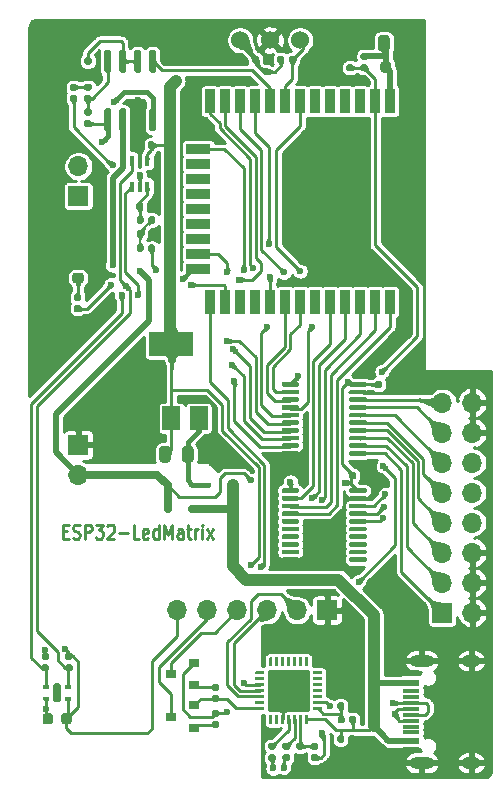
<source format=gbr>
%TF.GenerationSoftware,KiCad,Pcbnew,(5.1.6)-1*%
%TF.CreationDate,2021-03-09T02:14:13+08:00*%
%TF.ProjectId,matrix-clock,6d617472-6978-42d6-936c-6f636b2e6b69,rev?*%
%TF.SameCoordinates,Original*%
%TF.FileFunction,Copper,L1,Top*%
%TF.FilePolarity,Positive*%
%FSLAX46Y46*%
G04 Gerber Fmt 4.6, Leading zero omitted, Abs format (unit mm)*
G04 Created by KiCad (PCBNEW (5.1.6)-1) date 2021-03-09 02:14:13*
%MOMM*%
%LPD*%
G01*
G04 APERTURE LIST*
%TA.AperFunction,NonConductor*%
%ADD10C,0.250000*%
%TD*%
%TA.AperFunction,ComponentPad*%
%ADD11O,1.700000X1.700000*%
%TD*%
%TA.AperFunction,ComponentPad*%
%ADD12R,1.700000X1.700000*%
%TD*%
%TA.AperFunction,SMDPad,CuDef*%
%ADD13R,0.400000X0.900000*%
%TD*%
%TA.AperFunction,ComponentPad*%
%ADD14C,1.524000*%
%TD*%
%TA.AperFunction,SMDPad,CuDef*%
%ADD15R,3.350000X3.350000*%
%TD*%
%TA.AperFunction,SMDPad,CuDef*%
%ADD16R,1.500000X2.000000*%
%TD*%
%TA.AperFunction,SMDPad,CuDef*%
%ADD17R,3.800000X2.000000*%
%TD*%
%TA.AperFunction,SMDPad,CuDef*%
%ADD18R,0.900000X2.000000*%
%TD*%
%TA.AperFunction,SMDPad,CuDef*%
%ADD19R,2.000000X0.900000*%
%TD*%
%TA.AperFunction,SMDPad,CuDef*%
%ADD20R,5.000000X5.000000*%
%TD*%
%TA.AperFunction,SMDPad,CuDef*%
%ADD21R,0.900000X0.800000*%
%TD*%
%TA.AperFunction,SMDPad,CuDef*%
%ADD22R,1.450000X0.600000*%
%TD*%
%TA.AperFunction,SMDPad,CuDef*%
%ADD23R,1.450000X0.300000*%
%TD*%
%TA.AperFunction,ComponentPad*%
%ADD24O,2.100000X1.000000*%
%TD*%
%TA.AperFunction,ComponentPad*%
%ADD25O,1.600000X1.000000*%
%TD*%
%TA.AperFunction,SMDPad,CuDef*%
%ADD26R,0.600000X0.450000*%
%TD*%
%TA.AperFunction,ViaPad*%
%ADD27C,0.600000*%
%TD*%
%TA.AperFunction,Conductor*%
%ADD28C,0.250000*%
%TD*%
%TA.AperFunction,Conductor*%
%ADD29C,0.600000*%
%TD*%
%TA.AperFunction,Conductor*%
%ADD30C,0.500000*%
%TD*%
%TA.AperFunction,Conductor*%
%ADD31C,1.000000*%
%TD*%
%TA.AperFunction,Conductor*%
%ADD32C,0.700000*%
%TD*%
%TA.AperFunction,Conductor*%
%ADD33C,0.400000*%
%TD*%
%TA.AperFunction,Conductor*%
%ADD34C,0.200000*%
%TD*%
%TA.AperFunction,Conductor*%
%ADD35C,0.254000*%
%TD*%
%TA.AperFunction,Conductor*%
%ADD36C,0.025400*%
%TD*%
G04 APERTURE END LIST*
D10*
X134290476Y-108714285D02*
X134623809Y-108714285D01*
X134766666Y-109342857D02*
X134290476Y-109342857D01*
X134290476Y-108142857D01*
X134766666Y-108142857D01*
X135147619Y-109285714D02*
X135290476Y-109342857D01*
X135528571Y-109342857D01*
X135623809Y-109285714D01*
X135671428Y-109228571D01*
X135719047Y-109114285D01*
X135719047Y-109000000D01*
X135671428Y-108885714D01*
X135623809Y-108828571D01*
X135528571Y-108771428D01*
X135338095Y-108714285D01*
X135242857Y-108657142D01*
X135195238Y-108600000D01*
X135147619Y-108485714D01*
X135147619Y-108371428D01*
X135195238Y-108257142D01*
X135242857Y-108200000D01*
X135338095Y-108142857D01*
X135576190Y-108142857D01*
X135719047Y-108200000D01*
X136147619Y-109342857D02*
X136147619Y-108142857D01*
X136528571Y-108142857D01*
X136623809Y-108200000D01*
X136671428Y-108257142D01*
X136719047Y-108371428D01*
X136719047Y-108542857D01*
X136671428Y-108657142D01*
X136623809Y-108714285D01*
X136528571Y-108771428D01*
X136147619Y-108771428D01*
X137052380Y-108142857D02*
X137671428Y-108142857D01*
X137338095Y-108600000D01*
X137480952Y-108600000D01*
X137576190Y-108657142D01*
X137623809Y-108714285D01*
X137671428Y-108828571D01*
X137671428Y-109114285D01*
X137623809Y-109228571D01*
X137576190Y-109285714D01*
X137480952Y-109342857D01*
X137195238Y-109342857D01*
X137100000Y-109285714D01*
X137052380Y-109228571D01*
X138052380Y-108257142D02*
X138100000Y-108200000D01*
X138195238Y-108142857D01*
X138433333Y-108142857D01*
X138528571Y-108200000D01*
X138576190Y-108257142D01*
X138623809Y-108371428D01*
X138623809Y-108485714D01*
X138576190Y-108657142D01*
X138004761Y-109342857D01*
X138623809Y-109342857D01*
X139052380Y-108885714D02*
X139814285Y-108885714D01*
X140766666Y-109342857D02*
X140290476Y-109342857D01*
X140290476Y-108142857D01*
X141480952Y-109285714D02*
X141385714Y-109342857D01*
X141195238Y-109342857D01*
X141100000Y-109285714D01*
X141052380Y-109171428D01*
X141052380Y-108714285D01*
X141100000Y-108600000D01*
X141195238Y-108542857D01*
X141385714Y-108542857D01*
X141480952Y-108600000D01*
X141528571Y-108714285D01*
X141528571Y-108828571D01*
X141052380Y-108942857D01*
X142385714Y-109342857D02*
X142385714Y-108142857D01*
X142385714Y-109285714D02*
X142290476Y-109342857D01*
X142100000Y-109342857D01*
X142004761Y-109285714D01*
X141957142Y-109228571D01*
X141909523Y-109114285D01*
X141909523Y-108771428D01*
X141957142Y-108657142D01*
X142004761Y-108600000D01*
X142100000Y-108542857D01*
X142290476Y-108542857D01*
X142385714Y-108600000D01*
X142861904Y-109342857D02*
X142861904Y-108142857D01*
X143195238Y-109000000D01*
X143528571Y-108142857D01*
X143528571Y-109342857D01*
X144433333Y-109342857D02*
X144433333Y-108714285D01*
X144385714Y-108600000D01*
X144290476Y-108542857D01*
X144100000Y-108542857D01*
X144004761Y-108600000D01*
X144433333Y-109285714D02*
X144338095Y-109342857D01*
X144100000Y-109342857D01*
X144004761Y-109285714D01*
X143957142Y-109171428D01*
X143957142Y-109057142D01*
X144004761Y-108942857D01*
X144100000Y-108885714D01*
X144338095Y-108885714D01*
X144433333Y-108828571D01*
X144766666Y-108542857D02*
X145147619Y-108542857D01*
X144909523Y-108142857D02*
X144909523Y-109171428D01*
X144957142Y-109285714D01*
X145052380Y-109342857D01*
X145147619Y-109342857D01*
X145480952Y-109342857D02*
X145480952Y-108542857D01*
X145480952Y-108771428D02*
X145528571Y-108657142D01*
X145576190Y-108600000D01*
X145671428Y-108542857D01*
X145766666Y-108542857D01*
X146100000Y-109342857D02*
X146100000Y-108542857D01*
X146100000Y-108142857D02*
X146052380Y-108200000D01*
X146100000Y-108257142D01*
X146147619Y-108200000D01*
X146100000Y-108142857D01*
X146100000Y-108257142D01*
X146480952Y-109342857D02*
X147004761Y-108542857D01*
X146480952Y-108542857D02*
X147004761Y-109342857D01*
D11*
%TO.P,J1,6*%
%TO.N,+3V3*%
X143954000Y-115395000D03*
%TO.P,J1,5*%
%TO.N,/BOOT*%
X146494000Y-115395000D03*
%TO.P,J1,4*%
%TO.N,/EN*%
X149034000Y-115395000D03*
%TO.P,J1,3*%
%TO.N,/TXD0*%
X151574000Y-115395000D03*
%TO.P,J1,2*%
%TO.N,/RXD0*%
X154114000Y-115395000D03*
D12*
%TO.P,J1,1*%
%TO.N,GND*%
X156654000Y-115395000D03*
%TD*%
%TO.P,C16,2*%
%TO.N,GND*%
%TA.AperFunction,SMDPad,CuDef*%
G36*
G01*
X141097000Y-75852500D02*
X141097000Y-76197500D01*
G75*
G02*
X140949500Y-76345000I-147500J0D01*
G01*
X140654500Y-76345000D01*
G75*
G02*
X140507000Y-76197500I0J147500D01*
G01*
X140507000Y-75852500D01*
G75*
G02*
X140654500Y-75705000I147500J0D01*
G01*
X140949500Y-75705000D01*
G75*
G02*
X141097000Y-75852500I0J-147500D01*
G01*
G37*
%TD.AperFunction*%
%TO.P,C16,1*%
%TO.N,+3V3*%
%TA.AperFunction,SMDPad,CuDef*%
G36*
G01*
X142067000Y-75852500D02*
X142067000Y-76197500D01*
G75*
G02*
X141919500Y-76345000I-147500J0D01*
G01*
X141624500Y-76345000D01*
G75*
G02*
X141477000Y-76197500I0J147500D01*
G01*
X141477000Y-75852500D01*
G75*
G02*
X141624500Y-75705000I147500J0D01*
G01*
X141919500Y-75705000D01*
G75*
G02*
X142067000Y-75852500I0J-147500D01*
G01*
G37*
%TD.AperFunction*%
%TD*%
D13*
%TO.P,U9,6*%
%TO.N,Net-(C11-Pad2)*%
X141429000Y-79538000D03*
%TO.P,U9,4*%
%TO.N,/SDA*%
X140129000Y-79538000D03*
%TO.P,U9,2*%
%TO.N,GND*%
X140779000Y-77338000D03*
%TO.P,U9,5*%
%TO.N,Net-(C13-Pad2)*%
X140779000Y-79538000D03*
%TO.P,U9,3*%
%TO.N,/SCL*%
X140129000Y-77338000D03*
%TO.P,U9,1*%
%TO.N,+3V3*%
X141429000Y-77338000D03*
%TD*%
D14*
%TO.P,U8,1*%
%TO.N,/IR_SIGNAL*%
X154368000Y-67135000D03*
%TO.P,U8,3*%
%TO.N,+3V3*%
X149288000Y-67135000D03*
%TO.P,U8,2*%
%TO.N,GND*%
X151828000Y-67135000D03*
%TD*%
%TO.P,R16,2*%
%TO.N,GND*%
%TA.AperFunction,SMDPad,CuDef*%
G36*
G01*
X158495000Y-123695500D02*
X158495000Y-123350500D01*
G75*
G02*
X158642500Y-123203000I147500J0D01*
G01*
X158937500Y-123203000D01*
G75*
G02*
X159085000Y-123350500I0J-147500D01*
G01*
X159085000Y-123695500D01*
G75*
G02*
X158937500Y-123843000I-147500J0D01*
G01*
X158642500Y-123843000D01*
G75*
G02*
X158495000Y-123695500I0J147500D01*
G01*
G37*
%TD.AperFunction*%
%TO.P,R16,1*%
%TO.N,Net-(R15-Pad2)*%
%TA.AperFunction,SMDPad,CuDef*%
G36*
G01*
X157525000Y-123695500D02*
X157525000Y-123350500D01*
G75*
G02*
X157672500Y-123203000I147500J0D01*
G01*
X157967500Y-123203000D01*
G75*
G02*
X158115000Y-123350500I0J-147500D01*
G01*
X158115000Y-123695500D01*
G75*
G02*
X157967500Y-123843000I-147500J0D01*
G01*
X157672500Y-123843000D01*
G75*
G02*
X157525000Y-123695500I0J147500D01*
G01*
G37*
%TD.AperFunction*%
%TD*%
%TO.P,R15,2*%
%TO.N,Net-(R15-Pad2)*%
%TA.AperFunction,SMDPad,CuDef*%
G36*
G01*
X158138000Y-124493500D02*
X158138000Y-124838500D01*
G75*
G02*
X157990500Y-124986000I-147500J0D01*
G01*
X157695500Y-124986000D01*
G75*
G02*
X157548000Y-124838500I0J147500D01*
G01*
X157548000Y-124493500D01*
G75*
G02*
X157695500Y-124346000I147500J0D01*
G01*
X157990500Y-124346000D01*
G75*
G02*
X158138000Y-124493500I0J-147500D01*
G01*
G37*
%TD.AperFunction*%
%TO.P,R15,1*%
%TO.N,VBUS*%
%TA.AperFunction,SMDPad,CuDef*%
G36*
G01*
X159108000Y-124493500D02*
X159108000Y-124838500D01*
G75*
G02*
X158960500Y-124986000I-147500J0D01*
G01*
X158665500Y-124986000D01*
G75*
G02*
X158518000Y-124838500I0J147500D01*
G01*
X158518000Y-124493500D01*
G75*
G02*
X158665500Y-124346000I147500J0D01*
G01*
X158960500Y-124346000D01*
G75*
G02*
X159108000Y-124493500I0J-147500D01*
G01*
G37*
%TD.AperFunction*%
%TD*%
%TO.P,R14,2*%
%TO.N,+3V3*%
%TA.AperFunction,SMDPad,CuDef*%
G36*
G01*
X153035000Y-68613500D02*
X153035000Y-68958500D01*
G75*
G02*
X152887500Y-69106000I-147500J0D01*
G01*
X152592500Y-69106000D01*
G75*
G02*
X152445000Y-68958500I0J147500D01*
G01*
X152445000Y-68613500D01*
G75*
G02*
X152592500Y-68466000I147500J0D01*
G01*
X152887500Y-68466000D01*
G75*
G02*
X153035000Y-68613500I0J-147500D01*
G01*
G37*
%TD.AperFunction*%
%TO.P,R14,1*%
%TO.N,/IR_SIGNAL*%
%TA.AperFunction,SMDPad,CuDef*%
G36*
G01*
X154005000Y-68613500D02*
X154005000Y-68958500D01*
G75*
G02*
X153857500Y-69106000I-147500J0D01*
G01*
X153562500Y-69106000D01*
G75*
G02*
X153415000Y-68958500I0J147500D01*
G01*
X153415000Y-68613500D01*
G75*
G02*
X153562500Y-68466000I147500J0D01*
G01*
X153857500Y-68466000D01*
G75*
G02*
X154005000Y-68613500I0J-147500D01*
G01*
G37*
%TD.AperFunction*%
%TD*%
%TO.P,C15,2*%
%TO.N,+3V3*%
%TA.AperFunction,SMDPad,CuDef*%
G36*
G01*
X150876000Y-68613500D02*
X150876000Y-68958500D01*
G75*
G02*
X150728500Y-69106000I-147500J0D01*
G01*
X150433500Y-69106000D01*
G75*
G02*
X150286000Y-68958500I0J147500D01*
G01*
X150286000Y-68613500D01*
G75*
G02*
X150433500Y-68466000I147500J0D01*
G01*
X150728500Y-68466000D01*
G75*
G02*
X150876000Y-68613500I0J-147500D01*
G01*
G37*
%TD.AperFunction*%
%TO.P,C15,1*%
%TO.N,GND*%
%TA.AperFunction,SMDPad,CuDef*%
G36*
G01*
X151846000Y-68613500D02*
X151846000Y-68958500D01*
G75*
G02*
X151698500Y-69106000I-147500J0D01*
G01*
X151403500Y-69106000D01*
G75*
G02*
X151256000Y-68958500I0J147500D01*
G01*
X151256000Y-68613500D01*
G75*
G02*
X151403500Y-68466000I147500J0D01*
G01*
X151698500Y-68466000D01*
G75*
G02*
X151846000Y-68613500I0J-147500D01*
G01*
G37*
%TD.AperFunction*%
%TD*%
%TO.P,C10,2*%
%TO.N,GND*%
%TA.AperFunction,SMDPad,CuDef*%
G36*
G01*
X158495000Y-126489500D02*
X158495000Y-126144500D01*
G75*
G02*
X158642500Y-125997000I147500J0D01*
G01*
X158937500Y-125997000D01*
G75*
G02*
X159085000Y-126144500I0J-147500D01*
G01*
X159085000Y-126489500D01*
G75*
G02*
X158937500Y-126637000I-147500J0D01*
G01*
X158642500Y-126637000D01*
G75*
G02*
X158495000Y-126489500I0J147500D01*
G01*
G37*
%TD.AperFunction*%
%TO.P,C10,1*%
%TO.N,VBUS*%
%TA.AperFunction,SMDPad,CuDef*%
G36*
G01*
X157525000Y-126489500D02*
X157525000Y-126144500D01*
G75*
G02*
X157672500Y-125997000I147500J0D01*
G01*
X157967500Y-125997000D01*
G75*
G02*
X158115000Y-126144500I0J-147500D01*
G01*
X158115000Y-126489500D01*
G75*
G02*
X157967500Y-126637000I-147500J0D01*
G01*
X157672500Y-126637000D01*
G75*
G02*
X157525000Y-126489500I0J147500D01*
G01*
G37*
%TD.AperFunction*%
%TD*%
%TO.P,C8,2*%
%TO.N,Net-(C8-Pad2)*%
%TA.AperFunction,SMDPad,CuDef*%
G36*
G01*
X154540500Y-127210000D02*
X154195500Y-127210000D01*
G75*
G02*
X154048000Y-127062500I0J147500D01*
G01*
X154048000Y-126767500D01*
G75*
G02*
X154195500Y-126620000I147500J0D01*
G01*
X154540500Y-126620000D01*
G75*
G02*
X154688000Y-126767500I0J-147500D01*
G01*
X154688000Y-127062500D01*
G75*
G02*
X154540500Y-127210000I-147500J0D01*
G01*
G37*
%TD.AperFunction*%
%TO.P,C8,1*%
%TO.N,GND*%
%TA.AperFunction,SMDPad,CuDef*%
G36*
G01*
X154540500Y-128180000D02*
X154195500Y-128180000D01*
G75*
G02*
X154048000Y-128032500I0J147500D01*
G01*
X154048000Y-127737500D01*
G75*
G02*
X154195500Y-127590000I147500J0D01*
G01*
X154540500Y-127590000D01*
G75*
G02*
X154688000Y-127737500I0J-147500D01*
G01*
X154688000Y-128032500D01*
G75*
G02*
X154540500Y-128180000I-147500J0D01*
G01*
G37*
%TD.AperFunction*%
%TD*%
%TO.P,U4,20*%
%TO.N,+5V*%
%TA.AperFunction,SMDPad,CuDef*%
G36*
G01*
X158525000Y-105375000D02*
X158525000Y-105175000D01*
G75*
G02*
X158625000Y-105075000I100000J0D01*
G01*
X159900000Y-105075000D01*
G75*
G02*
X160000000Y-105175000I0J-100000D01*
G01*
X160000000Y-105375000D01*
G75*
G02*
X159900000Y-105475000I-100000J0D01*
G01*
X158625000Y-105475000D01*
G75*
G02*
X158525000Y-105375000I0J100000D01*
G01*
G37*
%TD.AperFunction*%
%TO.P,U4,19*%
%TO.N,GND*%
%TA.AperFunction,SMDPad,CuDef*%
G36*
G01*
X158525000Y-106025000D02*
X158525000Y-105825000D01*
G75*
G02*
X158625000Y-105725000I100000J0D01*
G01*
X159900000Y-105725000D01*
G75*
G02*
X160000000Y-105825000I0J-100000D01*
G01*
X160000000Y-106025000D01*
G75*
G02*
X159900000Y-106125000I-100000J0D01*
G01*
X158625000Y-106125000D01*
G75*
G02*
X158525000Y-106025000I0J100000D01*
G01*
G37*
%TD.AperFunction*%
%TO.P,U4,18*%
%TO.N,/_LED_R2*%
%TA.AperFunction,SMDPad,CuDef*%
G36*
G01*
X158525000Y-106675000D02*
X158525000Y-106475000D01*
G75*
G02*
X158625000Y-106375000I100000J0D01*
G01*
X159900000Y-106375000D01*
G75*
G02*
X160000000Y-106475000I0J-100000D01*
G01*
X160000000Y-106675000D01*
G75*
G02*
X159900000Y-106775000I-100000J0D01*
G01*
X158625000Y-106775000D01*
G75*
G02*
X158525000Y-106675000I0J100000D01*
G01*
G37*
%TD.AperFunction*%
%TO.P,U4,17*%
%TO.N,/_LED_R1*%
%TA.AperFunction,SMDPad,CuDef*%
G36*
G01*
X158525000Y-107325000D02*
X158525000Y-107125000D01*
G75*
G02*
X158625000Y-107025000I100000J0D01*
G01*
X159900000Y-107025000D01*
G75*
G02*
X160000000Y-107125000I0J-100000D01*
G01*
X160000000Y-107325000D01*
G75*
G02*
X159900000Y-107425000I-100000J0D01*
G01*
X158625000Y-107425000D01*
G75*
G02*
X158525000Y-107325000I0J100000D01*
G01*
G37*
%TD.AperFunction*%
%TO.P,U4,16*%
%TO.N,/_LED_OE*%
%TA.AperFunction,SMDPad,CuDef*%
G36*
G01*
X158525000Y-107975000D02*
X158525000Y-107775000D01*
G75*
G02*
X158625000Y-107675000I100000J0D01*
G01*
X159900000Y-107675000D01*
G75*
G02*
X160000000Y-107775000I0J-100000D01*
G01*
X160000000Y-107975000D01*
G75*
G02*
X159900000Y-108075000I-100000J0D01*
G01*
X158625000Y-108075000D01*
G75*
G02*
X158525000Y-107975000I0J100000D01*
G01*
G37*
%TD.AperFunction*%
%TO.P,U4,15*%
%TO.N,Net-(U4-Pad15)*%
%TA.AperFunction,SMDPad,CuDef*%
G36*
G01*
X158525000Y-108625000D02*
X158525000Y-108425000D01*
G75*
G02*
X158625000Y-108325000I100000J0D01*
G01*
X159900000Y-108325000D01*
G75*
G02*
X160000000Y-108425000I0J-100000D01*
G01*
X160000000Y-108625000D01*
G75*
G02*
X159900000Y-108725000I-100000J0D01*
G01*
X158625000Y-108725000D01*
G75*
G02*
X158525000Y-108625000I0J100000D01*
G01*
G37*
%TD.AperFunction*%
%TO.P,U4,14*%
%TO.N,Net-(U4-Pad14)*%
%TA.AperFunction,SMDPad,CuDef*%
G36*
G01*
X158525000Y-109275000D02*
X158525000Y-109075000D01*
G75*
G02*
X158625000Y-108975000I100000J0D01*
G01*
X159900000Y-108975000D01*
G75*
G02*
X160000000Y-109075000I0J-100000D01*
G01*
X160000000Y-109275000D01*
G75*
G02*
X159900000Y-109375000I-100000J0D01*
G01*
X158625000Y-109375000D01*
G75*
G02*
X158525000Y-109275000I0J100000D01*
G01*
G37*
%TD.AperFunction*%
%TO.P,U4,13*%
%TO.N,Net-(U4-Pad13)*%
%TA.AperFunction,SMDPad,CuDef*%
G36*
G01*
X158525000Y-109925000D02*
X158525000Y-109725000D01*
G75*
G02*
X158625000Y-109625000I100000J0D01*
G01*
X159900000Y-109625000D01*
G75*
G02*
X160000000Y-109725000I0J-100000D01*
G01*
X160000000Y-109925000D01*
G75*
G02*
X159900000Y-110025000I-100000J0D01*
G01*
X158625000Y-110025000D01*
G75*
G02*
X158525000Y-109925000I0J100000D01*
G01*
G37*
%TD.AperFunction*%
%TO.P,U4,12*%
%TO.N,Net-(U4-Pad12)*%
%TA.AperFunction,SMDPad,CuDef*%
G36*
G01*
X158525000Y-110575000D02*
X158525000Y-110375000D01*
G75*
G02*
X158625000Y-110275000I100000J0D01*
G01*
X159900000Y-110275000D01*
G75*
G02*
X160000000Y-110375000I0J-100000D01*
G01*
X160000000Y-110575000D01*
G75*
G02*
X159900000Y-110675000I-100000J0D01*
G01*
X158625000Y-110675000D01*
G75*
G02*
X158525000Y-110575000I0J100000D01*
G01*
G37*
%TD.AperFunction*%
%TO.P,U4,11*%
%TO.N,Net-(U4-Pad11)*%
%TA.AperFunction,SMDPad,CuDef*%
G36*
G01*
X158525000Y-111225000D02*
X158525000Y-111025000D01*
G75*
G02*
X158625000Y-110925000I100000J0D01*
G01*
X159900000Y-110925000D01*
G75*
G02*
X160000000Y-111025000I0J-100000D01*
G01*
X160000000Y-111225000D01*
G75*
G02*
X159900000Y-111325000I-100000J0D01*
G01*
X158625000Y-111325000D01*
G75*
G02*
X158525000Y-111225000I0J100000D01*
G01*
G37*
%TD.AperFunction*%
%TO.P,U4,10*%
%TO.N,GND*%
%TA.AperFunction,SMDPad,CuDef*%
G36*
G01*
X152800000Y-111225000D02*
X152800000Y-111025000D01*
G75*
G02*
X152900000Y-110925000I100000J0D01*
G01*
X154175000Y-110925000D01*
G75*
G02*
X154275000Y-111025000I0J-100000D01*
G01*
X154275000Y-111225000D01*
G75*
G02*
X154175000Y-111325000I-100000J0D01*
G01*
X152900000Y-111325000D01*
G75*
G02*
X152800000Y-111225000I0J100000D01*
G01*
G37*
%TD.AperFunction*%
%TO.P,U4,9*%
%TO.N,Net-(U4-Pad9)*%
%TA.AperFunction,SMDPad,CuDef*%
G36*
G01*
X152800000Y-110575000D02*
X152800000Y-110375000D01*
G75*
G02*
X152900000Y-110275000I100000J0D01*
G01*
X154175000Y-110275000D01*
G75*
G02*
X154275000Y-110375000I0J-100000D01*
G01*
X154275000Y-110575000D01*
G75*
G02*
X154175000Y-110675000I-100000J0D01*
G01*
X152900000Y-110675000D01*
G75*
G02*
X152800000Y-110575000I0J100000D01*
G01*
G37*
%TD.AperFunction*%
%TO.P,U4,8*%
%TO.N,Net-(U4-Pad8)*%
%TA.AperFunction,SMDPad,CuDef*%
G36*
G01*
X152800000Y-109925000D02*
X152800000Y-109725000D01*
G75*
G02*
X152900000Y-109625000I100000J0D01*
G01*
X154175000Y-109625000D01*
G75*
G02*
X154275000Y-109725000I0J-100000D01*
G01*
X154275000Y-109925000D01*
G75*
G02*
X154175000Y-110025000I-100000J0D01*
G01*
X152900000Y-110025000D01*
G75*
G02*
X152800000Y-109925000I0J100000D01*
G01*
G37*
%TD.AperFunction*%
%TO.P,U4,7*%
%TO.N,Net-(U4-Pad7)*%
%TA.AperFunction,SMDPad,CuDef*%
G36*
G01*
X152800000Y-109275000D02*
X152800000Y-109075000D01*
G75*
G02*
X152900000Y-108975000I100000J0D01*
G01*
X154175000Y-108975000D01*
G75*
G02*
X154275000Y-109075000I0J-100000D01*
G01*
X154275000Y-109275000D01*
G75*
G02*
X154175000Y-109375000I-100000J0D01*
G01*
X152900000Y-109375000D01*
G75*
G02*
X152800000Y-109275000I0J100000D01*
G01*
G37*
%TD.AperFunction*%
%TO.P,U4,6*%
%TO.N,Net-(U4-Pad6)*%
%TA.AperFunction,SMDPad,CuDef*%
G36*
G01*
X152800000Y-108625000D02*
X152800000Y-108425000D01*
G75*
G02*
X152900000Y-108325000I100000J0D01*
G01*
X154175000Y-108325000D01*
G75*
G02*
X154275000Y-108425000I0J-100000D01*
G01*
X154275000Y-108625000D01*
G75*
G02*
X154175000Y-108725000I-100000J0D01*
G01*
X152900000Y-108725000D01*
G75*
G02*
X152800000Y-108625000I0J100000D01*
G01*
G37*
%TD.AperFunction*%
%TO.P,U4,5*%
%TO.N,Net-(U4-Pad5)*%
%TA.AperFunction,SMDPad,CuDef*%
G36*
G01*
X152800000Y-107975000D02*
X152800000Y-107775000D01*
G75*
G02*
X152900000Y-107675000I100000J0D01*
G01*
X154175000Y-107675000D01*
G75*
G02*
X154275000Y-107775000I0J-100000D01*
G01*
X154275000Y-107975000D01*
G75*
G02*
X154175000Y-108075000I-100000J0D01*
G01*
X152900000Y-108075000D01*
G75*
G02*
X152800000Y-107975000I0J100000D01*
G01*
G37*
%TD.AperFunction*%
%TO.P,U4,4*%
%TO.N,/LED_OE*%
%TA.AperFunction,SMDPad,CuDef*%
G36*
G01*
X152800000Y-107325000D02*
X152800000Y-107125000D01*
G75*
G02*
X152900000Y-107025000I100000J0D01*
G01*
X154175000Y-107025000D01*
G75*
G02*
X154275000Y-107125000I0J-100000D01*
G01*
X154275000Y-107325000D01*
G75*
G02*
X154175000Y-107425000I-100000J0D01*
G01*
X152900000Y-107425000D01*
G75*
G02*
X152800000Y-107325000I0J100000D01*
G01*
G37*
%TD.AperFunction*%
%TO.P,U4,3*%
%TO.N,/LED_R1*%
%TA.AperFunction,SMDPad,CuDef*%
G36*
G01*
X152800000Y-106675000D02*
X152800000Y-106475000D01*
G75*
G02*
X152900000Y-106375000I100000J0D01*
G01*
X154175000Y-106375000D01*
G75*
G02*
X154275000Y-106475000I0J-100000D01*
G01*
X154275000Y-106675000D01*
G75*
G02*
X154175000Y-106775000I-100000J0D01*
G01*
X152900000Y-106775000D01*
G75*
G02*
X152800000Y-106675000I0J100000D01*
G01*
G37*
%TD.AperFunction*%
%TO.P,U4,2*%
%TO.N,/LED_R2*%
%TA.AperFunction,SMDPad,CuDef*%
G36*
G01*
X152800000Y-106025000D02*
X152800000Y-105825000D01*
G75*
G02*
X152900000Y-105725000I100000J0D01*
G01*
X154175000Y-105725000D01*
G75*
G02*
X154275000Y-105825000I0J-100000D01*
G01*
X154275000Y-106025000D01*
G75*
G02*
X154175000Y-106125000I-100000J0D01*
G01*
X152900000Y-106125000D01*
G75*
G02*
X152800000Y-106025000I0J100000D01*
G01*
G37*
%TD.AperFunction*%
%TO.P,U4,1*%
%TO.N,+5V*%
%TA.AperFunction,SMDPad,CuDef*%
G36*
G01*
X152800000Y-105375000D02*
X152800000Y-105175000D01*
G75*
G02*
X152900000Y-105075000I100000J0D01*
G01*
X154175000Y-105075000D01*
G75*
G02*
X154275000Y-105175000I0J-100000D01*
G01*
X154275000Y-105375000D01*
G75*
G02*
X154175000Y-105475000I-100000J0D01*
G01*
X152900000Y-105475000D01*
G75*
G02*
X152800000Y-105375000I0J100000D01*
G01*
G37*
%TD.AperFunction*%
%TD*%
%TO.P,U3,20*%
%TO.N,+5V*%
%TA.AperFunction,SMDPad,CuDef*%
G36*
G01*
X158525000Y-96375000D02*
X158525000Y-96175000D01*
G75*
G02*
X158625000Y-96075000I100000J0D01*
G01*
X159900000Y-96075000D01*
G75*
G02*
X160000000Y-96175000I0J-100000D01*
G01*
X160000000Y-96375000D01*
G75*
G02*
X159900000Y-96475000I-100000J0D01*
G01*
X158625000Y-96475000D01*
G75*
G02*
X158525000Y-96375000I0J100000D01*
G01*
G37*
%TD.AperFunction*%
%TO.P,U3,19*%
%TO.N,GND*%
%TA.AperFunction,SMDPad,CuDef*%
G36*
G01*
X158525000Y-97025000D02*
X158525000Y-96825000D01*
G75*
G02*
X158625000Y-96725000I100000J0D01*
G01*
X159900000Y-96725000D01*
G75*
G02*
X160000000Y-96825000I0J-100000D01*
G01*
X160000000Y-97025000D01*
G75*
G02*
X159900000Y-97125000I-100000J0D01*
G01*
X158625000Y-97125000D01*
G75*
G02*
X158525000Y-97025000I0J100000D01*
G01*
G37*
%TD.AperFunction*%
%TO.P,U3,18*%
%TO.N,/_LED_SCK*%
%TA.AperFunction,SMDPad,CuDef*%
G36*
G01*
X158525000Y-97675000D02*
X158525000Y-97475000D01*
G75*
G02*
X158625000Y-97375000I100000J0D01*
G01*
X159900000Y-97375000D01*
G75*
G02*
X160000000Y-97475000I0J-100000D01*
G01*
X160000000Y-97675000D01*
G75*
G02*
X159900000Y-97775000I-100000J0D01*
G01*
X158625000Y-97775000D01*
G75*
G02*
X158525000Y-97675000I0J100000D01*
G01*
G37*
%TD.AperFunction*%
%TO.P,U3,17*%
%TO.N,/_LED_STCP*%
%TA.AperFunction,SMDPad,CuDef*%
G36*
G01*
X158525000Y-98325000D02*
X158525000Y-98125000D01*
G75*
G02*
X158625000Y-98025000I100000J0D01*
G01*
X159900000Y-98025000D01*
G75*
G02*
X160000000Y-98125000I0J-100000D01*
G01*
X160000000Y-98325000D01*
G75*
G02*
X159900000Y-98425000I-100000J0D01*
G01*
X158625000Y-98425000D01*
G75*
G02*
X158525000Y-98325000I0J100000D01*
G01*
G37*
%TD.AperFunction*%
%TO.P,U3,16*%
%TO.N,/_LED_G2*%
%TA.AperFunction,SMDPad,CuDef*%
G36*
G01*
X158525000Y-98975000D02*
X158525000Y-98775000D01*
G75*
G02*
X158625000Y-98675000I100000J0D01*
G01*
X159900000Y-98675000D01*
G75*
G02*
X160000000Y-98775000I0J-100000D01*
G01*
X160000000Y-98975000D01*
G75*
G02*
X159900000Y-99075000I-100000J0D01*
G01*
X158625000Y-99075000D01*
G75*
G02*
X158525000Y-98975000I0J100000D01*
G01*
G37*
%TD.AperFunction*%
%TO.P,U3,15*%
%TO.N,/_LED_G1*%
%TA.AperFunction,SMDPad,CuDef*%
G36*
G01*
X158525000Y-99625000D02*
X158525000Y-99425000D01*
G75*
G02*
X158625000Y-99325000I100000J0D01*
G01*
X159900000Y-99325000D01*
G75*
G02*
X160000000Y-99425000I0J-100000D01*
G01*
X160000000Y-99625000D01*
G75*
G02*
X159900000Y-99725000I-100000J0D01*
G01*
X158625000Y-99725000D01*
G75*
G02*
X158525000Y-99625000I0J100000D01*
G01*
G37*
%TD.AperFunction*%
%TO.P,U3,14*%
%TO.N,/_LED_D*%
%TA.AperFunction,SMDPad,CuDef*%
G36*
G01*
X158525000Y-100275000D02*
X158525000Y-100075000D01*
G75*
G02*
X158625000Y-99975000I100000J0D01*
G01*
X159900000Y-99975000D01*
G75*
G02*
X160000000Y-100075000I0J-100000D01*
G01*
X160000000Y-100275000D01*
G75*
G02*
X159900000Y-100375000I-100000J0D01*
G01*
X158625000Y-100375000D01*
G75*
G02*
X158525000Y-100275000I0J100000D01*
G01*
G37*
%TD.AperFunction*%
%TO.P,U3,13*%
%TO.N,/_LED_C*%
%TA.AperFunction,SMDPad,CuDef*%
G36*
G01*
X158525000Y-100925000D02*
X158525000Y-100725000D01*
G75*
G02*
X158625000Y-100625000I100000J0D01*
G01*
X159900000Y-100625000D01*
G75*
G02*
X160000000Y-100725000I0J-100000D01*
G01*
X160000000Y-100925000D01*
G75*
G02*
X159900000Y-101025000I-100000J0D01*
G01*
X158625000Y-101025000D01*
G75*
G02*
X158525000Y-100925000I0J100000D01*
G01*
G37*
%TD.AperFunction*%
%TO.P,U3,12*%
%TO.N,/_LED_B*%
%TA.AperFunction,SMDPad,CuDef*%
G36*
G01*
X158525000Y-101575000D02*
X158525000Y-101375000D01*
G75*
G02*
X158625000Y-101275000I100000J0D01*
G01*
X159900000Y-101275000D01*
G75*
G02*
X160000000Y-101375000I0J-100000D01*
G01*
X160000000Y-101575000D01*
G75*
G02*
X159900000Y-101675000I-100000J0D01*
G01*
X158625000Y-101675000D01*
G75*
G02*
X158525000Y-101575000I0J100000D01*
G01*
G37*
%TD.AperFunction*%
%TO.P,U3,11*%
%TO.N,/_LED_A*%
%TA.AperFunction,SMDPad,CuDef*%
G36*
G01*
X158525000Y-102225000D02*
X158525000Y-102025000D01*
G75*
G02*
X158625000Y-101925000I100000J0D01*
G01*
X159900000Y-101925000D01*
G75*
G02*
X160000000Y-102025000I0J-100000D01*
G01*
X160000000Y-102225000D01*
G75*
G02*
X159900000Y-102325000I-100000J0D01*
G01*
X158625000Y-102325000D01*
G75*
G02*
X158525000Y-102225000I0J100000D01*
G01*
G37*
%TD.AperFunction*%
%TO.P,U3,10*%
%TO.N,GND*%
%TA.AperFunction,SMDPad,CuDef*%
G36*
G01*
X152800000Y-102225000D02*
X152800000Y-102025000D01*
G75*
G02*
X152900000Y-101925000I100000J0D01*
G01*
X154175000Y-101925000D01*
G75*
G02*
X154275000Y-102025000I0J-100000D01*
G01*
X154275000Y-102225000D01*
G75*
G02*
X154175000Y-102325000I-100000J0D01*
G01*
X152900000Y-102325000D01*
G75*
G02*
X152800000Y-102225000I0J100000D01*
G01*
G37*
%TD.AperFunction*%
%TO.P,U3,9*%
%TO.N,/LED_A*%
%TA.AperFunction,SMDPad,CuDef*%
G36*
G01*
X152800000Y-101575000D02*
X152800000Y-101375000D01*
G75*
G02*
X152900000Y-101275000I100000J0D01*
G01*
X154175000Y-101275000D01*
G75*
G02*
X154275000Y-101375000I0J-100000D01*
G01*
X154275000Y-101575000D01*
G75*
G02*
X154175000Y-101675000I-100000J0D01*
G01*
X152900000Y-101675000D01*
G75*
G02*
X152800000Y-101575000I0J100000D01*
G01*
G37*
%TD.AperFunction*%
%TO.P,U3,8*%
%TO.N,/LED_B*%
%TA.AperFunction,SMDPad,CuDef*%
G36*
G01*
X152800000Y-100925000D02*
X152800000Y-100725000D01*
G75*
G02*
X152900000Y-100625000I100000J0D01*
G01*
X154175000Y-100625000D01*
G75*
G02*
X154275000Y-100725000I0J-100000D01*
G01*
X154275000Y-100925000D01*
G75*
G02*
X154175000Y-101025000I-100000J0D01*
G01*
X152900000Y-101025000D01*
G75*
G02*
X152800000Y-100925000I0J100000D01*
G01*
G37*
%TD.AperFunction*%
%TO.P,U3,7*%
%TO.N,/LED_C*%
%TA.AperFunction,SMDPad,CuDef*%
G36*
G01*
X152800000Y-100275000D02*
X152800000Y-100075000D01*
G75*
G02*
X152900000Y-99975000I100000J0D01*
G01*
X154175000Y-99975000D01*
G75*
G02*
X154275000Y-100075000I0J-100000D01*
G01*
X154275000Y-100275000D01*
G75*
G02*
X154175000Y-100375000I-100000J0D01*
G01*
X152900000Y-100375000D01*
G75*
G02*
X152800000Y-100275000I0J100000D01*
G01*
G37*
%TD.AperFunction*%
%TO.P,U3,6*%
%TO.N,/LED_D*%
%TA.AperFunction,SMDPad,CuDef*%
G36*
G01*
X152800000Y-99625000D02*
X152800000Y-99425000D01*
G75*
G02*
X152900000Y-99325000I100000J0D01*
G01*
X154175000Y-99325000D01*
G75*
G02*
X154275000Y-99425000I0J-100000D01*
G01*
X154275000Y-99625000D01*
G75*
G02*
X154175000Y-99725000I-100000J0D01*
G01*
X152900000Y-99725000D01*
G75*
G02*
X152800000Y-99625000I0J100000D01*
G01*
G37*
%TD.AperFunction*%
%TO.P,U3,5*%
%TO.N,/LED_G1*%
%TA.AperFunction,SMDPad,CuDef*%
G36*
G01*
X152800000Y-98975000D02*
X152800000Y-98775000D01*
G75*
G02*
X152900000Y-98675000I100000J0D01*
G01*
X154175000Y-98675000D01*
G75*
G02*
X154275000Y-98775000I0J-100000D01*
G01*
X154275000Y-98975000D01*
G75*
G02*
X154175000Y-99075000I-100000J0D01*
G01*
X152900000Y-99075000D01*
G75*
G02*
X152800000Y-98975000I0J100000D01*
G01*
G37*
%TD.AperFunction*%
%TO.P,U3,4*%
%TO.N,/LED_G2*%
%TA.AperFunction,SMDPad,CuDef*%
G36*
G01*
X152800000Y-98325000D02*
X152800000Y-98125000D01*
G75*
G02*
X152900000Y-98025000I100000J0D01*
G01*
X154175000Y-98025000D01*
G75*
G02*
X154275000Y-98125000I0J-100000D01*
G01*
X154275000Y-98325000D01*
G75*
G02*
X154175000Y-98425000I-100000J0D01*
G01*
X152900000Y-98425000D01*
G75*
G02*
X152800000Y-98325000I0J100000D01*
G01*
G37*
%TD.AperFunction*%
%TO.P,U3,3*%
%TO.N,/LED_STCP*%
%TA.AperFunction,SMDPad,CuDef*%
G36*
G01*
X152800000Y-97675000D02*
X152800000Y-97475000D01*
G75*
G02*
X152900000Y-97375000I100000J0D01*
G01*
X154175000Y-97375000D01*
G75*
G02*
X154275000Y-97475000I0J-100000D01*
G01*
X154275000Y-97675000D01*
G75*
G02*
X154175000Y-97775000I-100000J0D01*
G01*
X152900000Y-97775000D01*
G75*
G02*
X152800000Y-97675000I0J100000D01*
G01*
G37*
%TD.AperFunction*%
%TO.P,U3,2*%
%TO.N,/LED_SCK*%
%TA.AperFunction,SMDPad,CuDef*%
G36*
G01*
X152800000Y-97025000D02*
X152800000Y-96825000D01*
G75*
G02*
X152900000Y-96725000I100000J0D01*
G01*
X154175000Y-96725000D01*
G75*
G02*
X154275000Y-96825000I0J-100000D01*
G01*
X154275000Y-97025000D01*
G75*
G02*
X154175000Y-97125000I-100000J0D01*
G01*
X152900000Y-97125000D01*
G75*
G02*
X152800000Y-97025000I0J100000D01*
G01*
G37*
%TD.AperFunction*%
%TO.P,U3,1*%
%TO.N,+5V*%
%TA.AperFunction,SMDPad,CuDef*%
G36*
G01*
X152800000Y-96375000D02*
X152800000Y-96175000D01*
G75*
G02*
X152900000Y-96075000I100000J0D01*
G01*
X154175000Y-96075000D01*
G75*
G02*
X154275000Y-96175000I0J-100000D01*
G01*
X154275000Y-96375000D01*
G75*
G02*
X154175000Y-96475000I-100000J0D01*
G01*
X152900000Y-96475000D01*
G75*
G02*
X152800000Y-96375000I0J100000D01*
G01*
G37*
%TD.AperFunction*%
%TD*%
%TO.P,U7,8*%
%TO.N,Net-(J5-Pad1)*%
%TA.AperFunction,SMDPad,CuDef*%
G36*
G01*
X141755000Y-72900000D02*
X142055000Y-72900000D01*
G75*
G02*
X142205000Y-73050000I0J-150000D01*
G01*
X142205000Y-74700000D01*
G75*
G02*
X142055000Y-74850000I-150000J0D01*
G01*
X141755000Y-74850000D01*
G75*
G02*
X141605000Y-74700000I0J150000D01*
G01*
X141605000Y-73050000D01*
G75*
G02*
X141755000Y-72900000I150000J0D01*
G01*
G37*
%TD.AperFunction*%
%TO.P,U7,7*%
%TO.N,GND*%
%TA.AperFunction,SMDPad,CuDef*%
G36*
G01*
X140485000Y-72900000D02*
X140785000Y-72900000D01*
G75*
G02*
X140935000Y-73050000I0J-150000D01*
G01*
X140935000Y-74700000D01*
G75*
G02*
X140785000Y-74850000I-150000J0D01*
G01*
X140485000Y-74850000D01*
G75*
G02*
X140335000Y-74700000I0J150000D01*
G01*
X140335000Y-73050000D01*
G75*
G02*
X140485000Y-72900000I150000J0D01*
G01*
G37*
%TD.AperFunction*%
%TO.P,U7,6*%
%TO.N,+5V*%
%TA.AperFunction,SMDPad,CuDef*%
G36*
G01*
X139215000Y-72900000D02*
X139515000Y-72900000D01*
G75*
G02*
X139665000Y-73050000I0J-150000D01*
G01*
X139665000Y-74700000D01*
G75*
G02*
X139515000Y-74850000I-150000J0D01*
G01*
X139215000Y-74850000D01*
G75*
G02*
X139065000Y-74700000I0J150000D01*
G01*
X139065000Y-73050000D01*
G75*
G02*
X139215000Y-72900000I150000J0D01*
G01*
G37*
%TD.AperFunction*%
%TO.P,U7,5*%
%TO.N,Net-(J5-Pad2)*%
%TA.AperFunction,SMDPad,CuDef*%
G36*
G01*
X137945000Y-72900000D02*
X138245000Y-72900000D01*
G75*
G02*
X138395000Y-73050000I0J-150000D01*
G01*
X138395000Y-74700000D01*
G75*
G02*
X138245000Y-74850000I-150000J0D01*
G01*
X137945000Y-74850000D01*
G75*
G02*
X137795000Y-74700000I0J150000D01*
G01*
X137795000Y-73050000D01*
G75*
G02*
X137945000Y-72900000I150000J0D01*
G01*
G37*
%TD.AperFunction*%
%TO.P,U7,4*%
%TO.N,Net-(R12-Pad1)*%
%TA.AperFunction,SMDPad,CuDef*%
G36*
G01*
X137945000Y-67950000D02*
X138245000Y-67950000D01*
G75*
G02*
X138395000Y-68100000I0J-150000D01*
G01*
X138395000Y-69750000D01*
G75*
G02*
X138245000Y-69900000I-150000J0D01*
G01*
X137945000Y-69900000D01*
G75*
G02*
X137795000Y-69750000I0J150000D01*
G01*
X137795000Y-68100000D01*
G75*
G02*
X137945000Y-67950000I150000J0D01*
G01*
G37*
%TD.AperFunction*%
%TO.P,U7,3*%
%TO.N,Net-(C14-Pad1)*%
%TA.AperFunction,SMDPad,CuDef*%
G36*
G01*
X139215000Y-67950000D02*
X139515000Y-67950000D01*
G75*
G02*
X139665000Y-68100000I0J-150000D01*
G01*
X139665000Y-69750000D01*
G75*
G02*
X139515000Y-69900000I-150000J0D01*
G01*
X139215000Y-69900000D01*
G75*
G02*
X139065000Y-69750000I0J150000D01*
G01*
X139065000Y-68100000D01*
G75*
G02*
X139215000Y-67950000I150000J0D01*
G01*
G37*
%TD.AperFunction*%
%TO.P,U7,2*%
%TA.AperFunction,SMDPad,CuDef*%
G36*
G01*
X140485000Y-67950000D02*
X140785000Y-67950000D01*
G75*
G02*
X140935000Y-68100000I0J-150000D01*
G01*
X140935000Y-69750000D01*
G75*
G02*
X140785000Y-69900000I-150000J0D01*
G01*
X140485000Y-69900000D01*
G75*
G02*
X140335000Y-69750000I0J150000D01*
G01*
X140335000Y-68100000D01*
G75*
G02*
X140485000Y-67950000I150000J0D01*
G01*
G37*
%TD.AperFunction*%
%TO.P,U7,1*%
%TO.N,/Sheet5FA7C877/SHUTDOWN*%
%TA.AperFunction,SMDPad,CuDef*%
G36*
G01*
X141755000Y-67950000D02*
X142055000Y-67950000D01*
G75*
G02*
X142205000Y-68100000I0J-150000D01*
G01*
X142205000Y-69750000D01*
G75*
G02*
X142055000Y-69900000I-150000J0D01*
G01*
X141755000Y-69900000D01*
G75*
G02*
X141605000Y-69750000I0J150000D01*
G01*
X141605000Y-68100000D01*
G75*
G02*
X141755000Y-67950000I150000J0D01*
G01*
G37*
%TD.AperFunction*%
%TD*%
D15*
%TO.P,U6,29*%
%TO.N,GND*%
X153400000Y-122200000D03*
%TO.P,U6,28*%
%TO.N,Net-(Q2-Pad2)*%
%TA.AperFunction,SMDPad,CuDef*%
G36*
G01*
X151287500Y-123825000D02*
X150612500Y-123825000D01*
G75*
G02*
X150550000Y-123762500I0J62500D01*
G01*
X150550000Y-123637500D01*
G75*
G02*
X150612500Y-123575000I62500J0D01*
G01*
X151287500Y-123575000D01*
G75*
G02*
X151350000Y-123637500I0J-62500D01*
G01*
X151350000Y-123762500D01*
G75*
G02*
X151287500Y-123825000I-62500J0D01*
G01*
G37*
%TD.AperFunction*%
%TO.P,U6,27*%
%TO.N,Net-(U6-Pad27)*%
%TA.AperFunction,SMDPad,CuDef*%
G36*
G01*
X151287500Y-123325000D02*
X150612500Y-123325000D01*
G75*
G02*
X150550000Y-123262500I0J62500D01*
G01*
X150550000Y-123137500D01*
G75*
G02*
X150612500Y-123075000I62500J0D01*
G01*
X151287500Y-123075000D01*
G75*
G02*
X151350000Y-123137500I0J-62500D01*
G01*
X151350000Y-123262500D01*
G75*
G02*
X151287500Y-123325000I-62500J0D01*
G01*
G37*
%TD.AperFunction*%
%TO.P,U6,26*%
%TO.N,/RXD0*%
%TA.AperFunction,SMDPad,CuDef*%
G36*
G01*
X151287500Y-122825000D02*
X150612500Y-122825000D01*
G75*
G02*
X150550000Y-122762500I0J62500D01*
G01*
X150550000Y-122637500D01*
G75*
G02*
X150612500Y-122575000I62500J0D01*
G01*
X151287500Y-122575000D01*
G75*
G02*
X151350000Y-122637500I0J-62500D01*
G01*
X151350000Y-122762500D01*
G75*
G02*
X151287500Y-122825000I-62500J0D01*
G01*
G37*
%TD.AperFunction*%
%TO.P,U6,25*%
%TO.N,/TXD0*%
%TA.AperFunction,SMDPad,CuDef*%
G36*
G01*
X151287500Y-122325000D02*
X150612500Y-122325000D01*
G75*
G02*
X150550000Y-122262500I0J62500D01*
G01*
X150550000Y-122137500D01*
G75*
G02*
X150612500Y-122075000I62500J0D01*
G01*
X151287500Y-122075000D01*
G75*
G02*
X151350000Y-122137500I0J-62500D01*
G01*
X151350000Y-122262500D01*
G75*
G02*
X151287500Y-122325000I-62500J0D01*
G01*
G37*
%TD.AperFunction*%
%TO.P,U6,24*%
%TO.N,Net-(Q1-Pad2)*%
%TA.AperFunction,SMDPad,CuDef*%
G36*
G01*
X151287500Y-121825000D02*
X150612500Y-121825000D01*
G75*
G02*
X150550000Y-121762500I0J62500D01*
G01*
X150550000Y-121637500D01*
G75*
G02*
X150612500Y-121575000I62500J0D01*
G01*
X151287500Y-121575000D01*
G75*
G02*
X151350000Y-121637500I0J-62500D01*
G01*
X151350000Y-121762500D01*
G75*
G02*
X151287500Y-121825000I-62500J0D01*
G01*
G37*
%TD.AperFunction*%
%TO.P,U6,23*%
%TO.N,Net-(U6-Pad23)*%
%TA.AperFunction,SMDPad,CuDef*%
G36*
G01*
X151287500Y-121325000D02*
X150612500Y-121325000D01*
G75*
G02*
X150550000Y-121262500I0J62500D01*
G01*
X150550000Y-121137500D01*
G75*
G02*
X150612500Y-121075000I62500J0D01*
G01*
X151287500Y-121075000D01*
G75*
G02*
X151350000Y-121137500I0J-62500D01*
G01*
X151350000Y-121262500D01*
G75*
G02*
X151287500Y-121325000I-62500J0D01*
G01*
G37*
%TD.AperFunction*%
%TO.P,U6,22*%
%TO.N,Net-(U6-Pad22)*%
%TA.AperFunction,SMDPad,CuDef*%
G36*
G01*
X151287500Y-120825000D02*
X150612500Y-120825000D01*
G75*
G02*
X150550000Y-120762500I0J62500D01*
G01*
X150550000Y-120637500D01*
G75*
G02*
X150612500Y-120575000I62500J0D01*
G01*
X151287500Y-120575000D01*
G75*
G02*
X151350000Y-120637500I0J-62500D01*
G01*
X151350000Y-120762500D01*
G75*
G02*
X151287500Y-120825000I-62500J0D01*
G01*
G37*
%TD.AperFunction*%
%TO.P,U6,21*%
%TO.N,Net-(U6-Pad21)*%
%TA.AperFunction,SMDPad,CuDef*%
G36*
G01*
X151962500Y-120150000D02*
X151837500Y-120150000D01*
G75*
G02*
X151775000Y-120087500I0J62500D01*
G01*
X151775000Y-119412500D01*
G75*
G02*
X151837500Y-119350000I62500J0D01*
G01*
X151962500Y-119350000D01*
G75*
G02*
X152025000Y-119412500I0J-62500D01*
G01*
X152025000Y-120087500D01*
G75*
G02*
X151962500Y-120150000I-62500J0D01*
G01*
G37*
%TD.AperFunction*%
%TO.P,U6,20*%
%TO.N,Net-(U6-Pad20)*%
%TA.AperFunction,SMDPad,CuDef*%
G36*
G01*
X152462500Y-120150000D02*
X152337500Y-120150000D01*
G75*
G02*
X152275000Y-120087500I0J62500D01*
G01*
X152275000Y-119412500D01*
G75*
G02*
X152337500Y-119350000I62500J0D01*
G01*
X152462500Y-119350000D01*
G75*
G02*
X152525000Y-119412500I0J-62500D01*
G01*
X152525000Y-120087500D01*
G75*
G02*
X152462500Y-120150000I-62500J0D01*
G01*
G37*
%TD.AperFunction*%
%TO.P,U6,19*%
%TO.N,Net-(U6-Pad19)*%
%TA.AperFunction,SMDPad,CuDef*%
G36*
G01*
X152962500Y-120150000D02*
X152837500Y-120150000D01*
G75*
G02*
X152775000Y-120087500I0J62500D01*
G01*
X152775000Y-119412500D01*
G75*
G02*
X152837500Y-119350000I62500J0D01*
G01*
X152962500Y-119350000D01*
G75*
G02*
X153025000Y-119412500I0J-62500D01*
G01*
X153025000Y-120087500D01*
G75*
G02*
X152962500Y-120150000I-62500J0D01*
G01*
G37*
%TD.AperFunction*%
%TO.P,U6,18*%
%TO.N,Net-(U6-Pad18)*%
%TA.AperFunction,SMDPad,CuDef*%
G36*
G01*
X153462500Y-120150000D02*
X153337500Y-120150000D01*
G75*
G02*
X153275000Y-120087500I0J62500D01*
G01*
X153275000Y-119412500D01*
G75*
G02*
X153337500Y-119350000I62500J0D01*
G01*
X153462500Y-119350000D01*
G75*
G02*
X153525000Y-119412500I0J-62500D01*
G01*
X153525000Y-120087500D01*
G75*
G02*
X153462500Y-120150000I-62500J0D01*
G01*
G37*
%TD.AperFunction*%
%TO.P,U6,17*%
%TO.N,Net-(U6-Pad17)*%
%TA.AperFunction,SMDPad,CuDef*%
G36*
G01*
X153962500Y-120150000D02*
X153837500Y-120150000D01*
G75*
G02*
X153775000Y-120087500I0J62500D01*
G01*
X153775000Y-119412500D01*
G75*
G02*
X153837500Y-119350000I62500J0D01*
G01*
X153962500Y-119350000D01*
G75*
G02*
X154025000Y-119412500I0J-62500D01*
G01*
X154025000Y-120087500D01*
G75*
G02*
X153962500Y-120150000I-62500J0D01*
G01*
G37*
%TD.AperFunction*%
%TO.P,U6,16*%
%TO.N,Net-(U6-Pad16)*%
%TA.AperFunction,SMDPad,CuDef*%
G36*
G01*
X154462500Y-120150000D02*
X154337500Y-120150000D01*
G75*
G02*
X154275000Y-120087500I0J62500D01*
G01*
X154275000Y-119412500D01*
G75*
G02*
X154337500Y-119350000I62500J0D01*
G01*
X154462500Y-119350000D01*
G75*
G02*
X154525000Y-119412500I0J-62500D01*
G01*
X154525000Y-120087500D01*
G75*
G02*
X154462500Y-120150000I-62500J0D01*
G01*
G37*
%TD.AperFunction*%
%TO.P,U6,15*%
%TO.N,Net-(U6-Pad15)*%
%TA.AperFunction,SMDPad,CuDef*%
G36*
G01*
X154962500Y-120150000D02*
X154837500Y-120150000D01*
G75*
G02*
X154775000Y-120087500I0J62500D01*
G01*
X154775000Y-119412500D01*
G75*
G02*
X154837500Y-119350000I62500J0D01*
G01*
X154962500Y-119350000D01*
G75*
G02*
X155025000Y-119412500I0J-62500D01*
G01*
X155025000Y-120087500D01*
G75*
G02*
X154962500Y-120150000I-62500J0D01*
G01*
G37*
%TD.AperFunction*%
%TO.P,U6,14*%
%TO.N,Net-(U6-Pad14)*%
%TA.AperFunction,SMDPad,CuDef*%
G36*
G01*
X156187500Y-120825000D02*
X155512500Y-120825000D01*
G75*
G02*
X155450000Y-120762500I0J62500D01*
G01*
X155450000Y-120637500D01*
G75*
G02*
X155512500Y-120575000I62500J0D01*
G01*
X156187500Y-120575000D01*
G75*
G02*
X156250000Y-120637500I0J-62500D01*
G01*
X156250000Y-120762500D01*
G75*
G02*
X156187500Y-120825000I-62500J0D01*
G01*
G37*
%TD.AperFunction*%
%TO.P,U6,13*%
%TO.N,Net-(U6-Pad13)*%
%TA.AperFunction,SMDPad,CuDef*%
G36*
G01*
X156187500Y-121325000D02*
X155512500Y-121325000D01*
G75*
G02*
X155450000Y-121262500I0J62500D01*
G01*
X155450000Y-121137500D01*
G75*
G02*
X155512500Y-121075000I62500J0D01*
G01*
X156187500Y-121075000D01*
G75*
G02*
X156250000Y-121137500I0J-62500D01*
G01*
X156250000Y-121262500D01*
G75*
G02*
X156187500Y-121325000I-62500J0D01*
G01*
G37*
%TD.AperFunction*%
%TO.P,U6,12*%
%TO.N,Net-(U6-Pad12)*%
%TA.AperFunction,SMDPad,CuDef*%
G36*
G01*
X156187500Y-121825000D02*
X155512500Y-121825000D01*
G75*
G02*
X155450000Y-121762500I0J62500D01*
G01*
X155450000Y-121637500D01*
G75*
G02*
X155512500Y-121575000I62500J0D01*
G01*
X156187500Y-121575000D01*
G75*
G02*
X156250000Y-121637500I0J-62500D01*
G01*
X156250000Y-121762500D01*
G75*
G02*
X156187500Y-121825000I-62500J0D01*
G01*
G37*
%TD.AperFunction*%
%TO.P,U6,11*%
%TO.N,Net-(U6-Pad11)*%
%TA.AperFunction,SMDPad,CuDef*%
G36*
G01*
X156187500Y-122325000D02*
X155512500Y-122325000D01*
G75*
G02*
X155450000Y-122262500I0J62500D01*
G01*
X155450000Y-122137500D01*
G75*
G02*
X155512500Y-122075000I62500J0D01*
G01*
X156187500Y-122075000D01*
G75*
G02*
X156250000Y-122137500I0J-62500D01*
G01*
X156250000Y-122262500D01*
G75*
G02*
X156187500Y-122325000I-62500J0D01*
G01*
G37*
%TD.AperFunction*%
%TO.P,U6,10*%
%TO.N,Net-(U6-Pad10)*%
%TA.AperFunction,SMDPad,CuDef*%
G36*
G01*
X156187500Y-122825000D02*
X155512500Y-122825000D01*
G75*
G02*
X155450000Y-122762500I0J62500D01*
G01*
X155450000Y-122637500D01*
G75*
G02*
X155512500Y-122575000I62500J0D01*
G01*
X156187500Y-122575000D01*
G75*
G02*
X156250000Y-122637500I0J-62500D01*
G01*
X156250000Y-122762500D01*
G75*
G02*
X156187500Y-122825000I-62500J0D01*
G01*
G37*
%TD.AperFunction*%
%TO.P,U6,9*%
%TO.N,Net-(R7-Pad1)*%
%TA.AperFunction,SMDPad,CuDef*%
G36*
G01*
X156187500Y-123325000D02*
X155512500Y-123325000D01*
G75*
G02*
X155450000Y-123262500I0J62500D01*
G01*
X155450000Y-123137500D01*
G75*
G02*
X155512500Y-123075000I62500J0D01*
G01*
X156187500Y-123075000D01*
G75*
G02*
X156250000Y-123137500I0J-62500D01*
G01*
X156250000Y-123262500D01*
G75*
G02*
X156187500Y-123325000I-62500J0D01*
G01*
G37*
%TD.AperFunction*%
%TO.P,U6,8*%
%TO.N,Net-(R15-Pad2)*%
%TA.AperFunction,SMDPad,CuDef*%
G36*
G01*
X156187500Y-123825000D02*
X155512500Y-123825000D01*
G75*
G02*
X155450000Y-123762500I0J62500D01*
G01*
X155450000Y-123637500D01*
G75*
G02*
X155512500Y-123575000I62500J0D01*
G01*
X156187500Y-123575000D01*
G75*
G02*
X156250000Y-123637500I0J-62500D01*
G01*
X156250000Y-123762500D01*
G75*
G02*
X156187500Y-123825000I-62500J0D01*
G01*
G37*
%TD.AperFunction*%
%TO.P,U6,7*%
%TO.N,VBUS*%
%TA.AperFunction,SMDPad,CuDef*%
G36*
G01*
X154962500Y-125050000D02*
X154837500Y-125050000D01*
G75*
G02*
X154775000Y-124987500I0J62500D01*
G01*
X154775000Y-124312500D01*
G75*
G02*
X154837500Y-124250000I62500J0D01*
G01*
X154962500Y-124250000D01*
G75*
G02*
X155025000Y-124312500I0J-62500D01*
G01*
X155025000Y-124987500D01*
G75*
G02*
X154962500Y-125050000I-62500J0D01*
G01*
G37*
%TD.AperFunction*%
%TO.P,U6,6*%
%TO.N,Net-(C8-Pad2)*%
%TA.AperFunction,SMDPad,CuDef*%
G36*
G01*
X154462500Y-125050000D02*
X154337500Y-125050000D01*
G75*
G02*
X154275000Y-124987500I0J62500D01*
G01*
X154275000Y-124312500D01*
G75*
G02*
X154337500Y-124250000I62500J0D01*
G01*
X154462500Y-124250000D01*
G75*
G02*
X154525000Y-124312500I0J-62500D01*
G01*
X154525000Y-124987500D01*
G75*
G02*
X154462500Y-125050000I-62500J0D01*
G01*
G37*
%TD.AperFunction*%
%TO.P,U6,5*%
%TO.N,Net-(R5-Pad2)*%
%TA.AperFunction,SMDPad,CuDef*%
G36*
G01*
X153962500Y-125050000D02*
X153837500Y-125050000D01*
G75*
G02*
X153775000Y-124987500I0J62500D01*
G01*
X153775000Y-124312500D01*
G75*
G02*
X153837500Y-124250000I62500J0D01*
G01*
X153962500Y-124250000D01*
G75*
G02*
X154025000Y-124312500I0J-62500D01*
G01*
X154025000Y-124987500D01*
G75*
G02*
X153962500Y-125050000I-62500J0D01*
G01*
G37*
%TD.AperFunction*%
%TO.P,U6,4*%
%TO.N,Net-(R6-Pad2)*%
%TA.AperFunction,SMDPad,CuDef*%
G36*
G01*
X153462500Y-125050000D02*
X153337500Y-125050000D01*
G75*
G02*
X153275000Y-124987500I0J62500D01*
G01*
X153275000Y-124312500D01*
G75*
G02*
X153337500Y-124250000I62500J0D01*
G01*
X153462500Y-124250000D01*
G75*
G02*
X153525000Y-124312500I0J-62500D01*
G01*
X153525000Y-124987500D01*
G75*
G02*
X153462500Y-125050000I-62500J0D01*
G01*
G37*
%TD.AperFunction*%
%TO.P,U6,3*%
%TO.N,GND*%
%TA.AperFunction,SMDPad,CuDef*%
G36*
G01*
X152962500Y-125050000D02*
X152837500Y-125050000D01*
G75*
G02*
X152775000Y-124987500I0J62500D01*
G01*
X152775000Y-124312500D01*
G75*
G02*
X152837500Y-124250000I62500J0D01*
G01*
X152962500Y-124250000D01*
G75*
G02*
X153025000Y-124312500I0J-62500D01*
G01*
X153025000Y-124987500D01*
G75*
G02*
X152962500Y-125050000I-62500J0D01*
G01*
G37*
%TD.AperFunction*%
%TO.P,U6,2*%
%TO.N,Net-(U6-Pad2)*%
%TA.AperFunction,SMDPad,CuDef*%
G36*
G01*
X152462500Y-125050000D02*
X152337500Y-125050000D01*
G75*
G02*
X152275000Y-124987500I0J62500D01*
G01*
X152275000Y-124312500D01*
G75*
G02*
X152337500Y-124250000I62500J0D01*
G01*
X152462500Y-124250000D01*
G75*
G02*
X152525000Y-124312500I0J-62500D01*
G01*
X152525000Y-124987500D01*
G75*
G02*
X152462500Y-125050000I-62500J0D01*
G01*
G37*
%TD.AperFunction*%
%TO.P,U6,1*%
%TO.N,Net-(U6-Pad1)*%
%TA.AperFunction,SMDPad,CuDef*%
G36*
G01*
X151962500Y-125050000D02*
X151837500Y-125050000D01*
G75*
G02*
X151775000Y-124987500I0J62500D01*
G01*
X151775000Y-124312500D01*
G75*
G02*
X151837500Y-124250000I62500J0D01*
G01*
X151962500Y-124250000D01*
G75*
G02*
X152025000Y-124312500I0J-62500D01*
G01*
X152025000Y-124987500D01*
G75*
G02*
X151962500Y-125050000I-62500J0D01*
G01*
G37*
%TD.AperFunction*%
%TD*%
D16*
%TO.P,U5,1*%
%TO.N,GND*%
X141180000Y-99160000D03*
%TO.P,U5,3*%
%TO.N,Net-(C7-Pad1)*%
X145780000Y-99160000D03*
%TO.P,U5,2*%
%TO.N,+3V3*%
X143480000Y-99160000D03*
D17*
X143480000Y-92860000D03*
%TD*%
%TO.P,U2,5*%
%TO.N,Net-(U2-Pad5)*%
%TA.AperFunction,SMDPad,CuDef*%
G36*
G01*
X134150000Y-121775000D02*
X134150000Y-123025000D01*
G75*
G02*
X133975000Y-123200000I-175000J0D01*
G01*
X133625000Y-123200000D01*
G75*
G02*
X133450000Y-123025000I0J175000D01*
G01*
X133450000Y-121775000D01*
G75*
G02*
X133625000Y-121600000I175000J0D01*
G01*
X133975000Y-121600000D01*
G75*
G02*
X134150000Y-121775000I0J-175000D01*
G01*
G37*
%TD.AperFunction*%
%TO.P,U2,4*%
%TO.N,GND*%
%TA.AperFunction,SMDPad,CuDef*%
G36*
G01*
X133150000Y-122812500D02*
X133150000Y-122987500D01*
G75*
G02*
X133062500Y-123075000I-87500J0D01*
G01*
X132687500Y-123075000D01*
G75*
G02*
X132600000Y-122987500I0J87500D01*
G01*
X132600000Y-122812500D01*
G75*
G02*
X132687500Y-122725000I87500J0D01*
G01*
X133062500Y-122725000D01*
G75*
G02*
X133150000Y-122812500I0J-87500D01*
G01*
G37*
%TD.AperFunction*%
%TO.P,U2,3*%
%TO.N,/SDA*%
%TA.AperFunction,SMDPad,CuDef*%
G36*
G01*
X133150000Y-121812500D02*
X133150000Y-121987500D01*
G75*
G02*
X133062500Y-122075000I-87500J0D01*
G01*
X132687500Y-122075000D01*
G75*
G02*
X132600000Y-121987500I0J87500D01*
G01*
X132600000Y-121812500D01*
G75*
G02*
X132687500Y-121725000I87500J0D01*
G01*
X133062500Y-121725000D01*
G75*
G02*
X133150000Y-121812500I0J-87500D01*
G01*
G37*
%TD.AperFunction*%
%TO.P,U2,2*%
%TO.N,/SCL*%
%TA.AperFunction,SMDPad,CuDef*%
G36*
G01*
X135000000Y-121812500D02*
X135000000Y-121987500D01*
G75*
G02*
X134912500Y-122075000I-87500J0D01*
G01*
X134537500Y-122075000D01*
G75*
G02*
X134450000Y-121987500I0J87500D01*
G01*
X134450000Y-121812500D01*
G75*
G02*
X134537500Y-121725000I87500J0D01*
G01*
X134912500Y-121725000D01*
G75*
G02*
X135000000Y-121812500I0J-87500D01*
G01*
G37*
%TD.AperFunction*%
%TO.P,U2,1*%
%TO.N,+3V3*%
%TA.AperFunction,SMDPad,CuDef*%
G36*
G01*
X135000000Y-122812500D02*
X135000000Y-122987500D01*
G75*
G02*
X134912500Y-123075000I-87500J0D01*
G01*
X134537500Y-123075000D01*
G75*
G02*
X134450000Y-122987500I0J87500D01*
G01*
X134450000Y-122812500D01*
G75*
G02*
X134537500Y-122725000I87500J0D01*
G01*
X134912500Y-122725000D01*
G75*
G02*
X135000000Y-122812500I0J-87500D01*
G01*
G37*
%TD.AperFunction*%
%TD*%
D18*
%TO.P,U1,38*%
%TO.N,GND*%
X163255000Y-89300000D03*
%TO.P,U1,37*%
%TO.N,/LED_OE*%
X161985000Y-89300000D03*
%TO.P,U1,36*%
%TO.N,/LED_R1*%
X160715000Y-89300000D03*
%TO.P,U1,35*%
%TO.N,/TXD0*%
X159445000Y-89300000D03*
%TO.P,U1,34*%
%TO.N,/RXD0*%
X158175000Y-89300000D03*
%TO.P,U1,33*%
%TO.N,/LED_R2*%
X156905000Y-89300000D03*
%TO.P,U1,32*%
%TO.N,Net-(U1-Pad32)*%
X155635000Y-89300000D03*
%TO.P,U1,31*%
%TO.N,/LED_SCK*%
X154365000Y-89300000D03*
%TO.P,U1,30*%
%TO.N,/LED_STCP*%
X153095000Y-89300000D03*
%TO.P,U1,29*%
%TO.N,/SDA*%
X151825000Y-89300000D03*
%TO.P,U1,28*%
%TO.N,Net-(U1-Pad28)*%
X150555000Y-89300000D03*
%TO.P,U1,27*%
%TO.N,Net-(U1-Pad27)*%
X149285000Y-89300000D03*
%TO.P,U1,26*%
%TO.N,/SCL*%
X148015000Y-89300000D03*
%TO.P,U1,25*%
%TO.N,/BOOT*%
X146745000Y-89300000D03*
D19*
%TO.P,U1,24*%
%TO.N,Net-(R2-Pad2)*%
X145745000Y-86515000D03*
%TO.P,U1,23*%
%TO.N,/LED_D*%
X145745000Y-85245000D03*
%TO.P,U1,22*%
%TO.N,Net-(U1-Pad22)*%
X145745000Y-83975000D03*
%TO.P,U1,21*%
%TO.N,Net-(U1-Pad21)*%
X145745000Y-82705000D03*
%TO.P,U1,20*%
%TO.N,Net-(U1-Pad20)*%
X145745000Y-81435000D03*
%TO.P,U1,19*%
%TO.N,Net-(U1-Pad19)*%
X145745000Y-80165000D03*
%TO.P,U1,18*%
%TO.N,Net-(U1-Pad18)*%
X145745000Y-78895000D03*
%TO.P,U1,17*%
%TO.N,Net-(U1-Pad17)*%
X145745000Y-77625000D03*
%TO.P,U1,16*%
%TO.N,/LED_B*%
X145745000Y-76355000D03*
%TO.P,U1,15*%
%TO.N,GND*%
X145745000Y-75085000D03*
D18*
%TO.P,U1,14*%
%TO.N,/LED_A*%
X146745000Y-72300000D03*
%TO.P,U1,13*%
%TO.N,/LED_C*%
X148015000Y-72300000D03*
%TO.P,U1,12*%
%TO.N,/LED_G1*%
X149285000Y-72300000D03*
%TO.P,U1,11*%
%TO.N,/Sheet5FA7C877/INPUT*%
X150555000Y-72300000D03*
%TO.P,U1,10*%
%TO.N,/Sheet5FA7C877/SHUTDOWN*%
X151825000Y-72300000D03*
%TO.P,U1,9*%
%TO.N,/IR_SIGNAL*%
X153095000Y-72300000D03*
%TO.P,U1,8*%
%TO.N,/LED_G2*%
X154365000Y-72300000D03*
%TO.P,U1,7*%
%TO.N,Net-(U1-Pad7)*%
X155635000Y-72300000D03*
%TO.P,U1,6*%
%TO.N,Net-(U1-Pad6)*%
X156905000Y-72300000D03*
%TO.P,U1,5*%
%TO.N,Net-(U1-Pad5)*%
X158175000Y-72300000D03*
%TO.P,U1,4*%
%TO.N,Net-(U1-Pad4)*%
X159445000Y-72300000D03*
%TO.P,U1,3*%
%TO.N,/EN*%
X160715000Y-72300000D03*
%TO.P,U1,2*%
%TO.N,+3V3*%
X161985000Y-72300000D03*
%TO.P,U1,1*%
%TO.N,GND*%
X163255000Y-72300000D03*
D20*
%TO.P,U1,39*%
X155755000Y-79800000D03*
%TD*%
%TO.P,R13,2*%
%TO.N,Net-(R12-Pad1)*%
%TA.AperFunction,SMDPad,CuDef*%
G36*
G01*
X136572500Y-73525000D02*
X136227500Y-73525000D01*
G75*
G02*
X136080000Y-73377500I0J147500D01*
G01*
X136080000Y-73082500D01*
G75*
G02*
X136227500Y-72935000I147500J0D01*
G01*
X136572500Y-72935000D01*
G75*
G02*
X136720000Y-73082500I0J-147500D01*
G01*
X136720000Y-73377500D01*
G75*
G02*
X136572500Y-73525000I-147500J0D01*
G01*
G37*
%TD.AperFunction*%
%TO.P,R13,1*%
%TO.N,Net-(J5-Pad2)*%
%TA.AperFunction,SMDPad,CuDef*%
G36*
G01*
X136572500Y-74495000D02*
X136227500Y-74495000D01*
G75*
G02*
X136080000Y-74347500I0J147500D01*
G01*
X136080000Y-74052500D01*
G75*
G02*
X136227500Y-73905000I147500J0D01*
G01*
X136572500Y-73905000D01*
G75*
G02*
X136720000Y-74052500I0J-147500D01*
G01*
X136720000Y-74347500D01*
G75*
G02*
X136572500Y-74495000I-147500J0D01*
G01*
G37*
%TD.AperFunction*%
%TD*%
%TO.P,R12,2*%
%TO.N,Net-(C13-Pad1)*%
%TA.AperFunction,SMDPad,CuDef*%
G36*
G01*
X136572500Y-71410000D02*
X136227500Y-71410000D01*
G75*
G02*
X136080000Y-71262500I0J147500D01*
G01*
X136080000Y-70967500D01*
G75*
G02*
X136227500Y-70820000I147500J0D01*
G01*
X136572500Y-70820000D01*
G75*
G02*
X136720000Y-70967500I0J-147500D01*
G01*
X136720000Y-71262500D01*
G75*
G02*
X136572500Y-71410000I-147500J0D01*
G01*
G37*
%TD.AperFunction*%
%TO.P,R12,1*%
%TO.N,Net-(R12-Pad1)*%
%TA.AperFunction,SMDPad,CuDef*%
G36*
G01*
X136572500Y-72380000D02*
X136227500Y-72380000D01*
G75*
G02*
X136080000Y-72232500I0J147500D01*
G01*
X136080000Y-71937500D01*
G75*
G02*
X136227500Y-71790000I147500J0D01*
G01*
X136572500Y-71790000D01*
G75*
G02*
X136720000Y-71937500I0J-147500D01*
G01*
X136720000Y-72232500D01*
G75*
G02*
X136572500Y-72380000I-147500J0D01*
G01*
G37*
%TD.AperFunction*%
%TD*%
%TO.P,R11,2*%
%TO.N,Net-(C12-Pad2)*%
%TA.AperFunction,SMDPad,CuDef*%
G36*
G01*
X141506000Y-82527500D02*
X141506000Y-82182500D01*
G75*
G02*
X141653500Y-82035000I147500J0D01*
G01*
X141948500Y-82035000D01*
G75*
G02*
X142096000Y-82182500I0J-147500D01*
G01*
X142096000Y-82527500D01*
G75*
G02*
X141948500Y-82675000I-147500J0D01*
G01*
X141653500Y-82675000D01*
G75*
G02*
X141506000Y-82527500I0J147500D01*
G01*
G37*
%TD.AperFunction*%
%TO.P,R11,1*%
%TO.N,Net-(C11-Pad2)*%
%TA.AperFunction,SMDPad,CuDef*%
G36*
G01*
X140536000Y-82527500D02*
X140536000Y-82182500D01*
G75*
G02*
X140683500Y-82035000I147500J0D01*
G01*
X140978500Y-82035000D01*
G75*
G02*
X141126000Y-82182500I0J-147500D01*
G01*
X141126000Y-82527500D01*
G75*
G02*
X140978500Y-82675000I-147500J0D01*
G01*
X140683500Y-82675000D01*
G75*
G02*
X140536000Y-82527500I0J147500D01*
G01*
G37*
%TD.AperFunction*%
%TD*%
%TO.P,R10,2*%
%TO.N,/Sheet5FA7C877/INPUT*%
%TA.AperFunction,SMDPad,CuDef*%
G36*
G01*
X141506000Y-84927500D02*
X141506000Y-84582500D01*
G75*
G02*
X141653500Y-84435000I147500J0D01*
G01*
X141948500Y-84435000D01*
G75*
G02*
X142096000Y-84582500I0J-147500D01*
G01*
X142096000Y-84927500D01*
G75*
G02*
X141948500Y-85075000I-147500J0D01*
G01*
X141653500Y-85075000D01*
G75*
G02*
X141506000Y-84927500I0J147500D01*
G01*
G37*
%TD.AperFunction*%
%TO.P,R10,1*%
%TO.N,Net-(C12-Pad2)*%
%TA.AperFunction,SMDPad,CuDef*%
G36*
G01*
X140536000Y-84927500D02*
X140536000Y-84582500D01*
G75*
G02*
X140683500Y-84435000I147500J0D01*
G01*
X140978500Y-84435000D01*
G75*
G02*
X141126000Y-84582500I0J-147500D01*
G01*
X141126000Y-84927500D01*
G75*
G02*
X140978500Y-85075000I-147500J0D01*
G01*
X140683500Y-85075000D01*
G75*
G02*
X140536000Y-84927500I0J147500D01*
G01*
G37*
%TD.AperFunction*%
%TD*%
%TO.P,R9,2*%
%TO.N,Net-(Q1-Pad2)*%
%TA.AperFunction,SMDPad,CuDef*%
G36*
G01*
X147388500Y-124410000D02*
X147043500Y-124410000D01*
G75*
G02*
X146896000Y-124262500I0J147500D01*
G01*
X146896000Y-123967500D01*
G75*
G02*
X147043500Y-123820000I147500J0D01*
G01*
X147388500Y-123820000D01*
G75*
G02*
X147536000Y-123967500I0J-147500D01*
G01*
X147536000Y-124262500D01*
G75*
G02*
X147388500Y-124410000I-147500J0D01*
G01*
G37*
%TD.AperFunction*%
%TO.P,R9,1*%
%TO.N,Net-(Q2-Pad1)*%
%TA.AperFunction,SMDPad,CuDef*%
G36*
G01*
X147388500Y-125380000D02*
X147043500Y-125380000D01*
G75*
G02*
X146896000Y-125232500I0J147500D01*
G01*
X146896000Y-124937500D01*
G75*
G02*
X147043500Y-124790000I147500J0D01*
G01*
X147388500Y-124790000D01*
G75*
G02*
X147536000Y-124937500I0J-147500D01*
G01*
X147536000Y-125232500D01*
G75*
G02*
X147388500Y-125380000I-147500J0D01*
G01*
G37*
%TD.AperFunction*%
%TD*%
%TO.P,R8,2*%
%TO.N,Net-(Q2-Pad2)*%
%TA.AperFunction,SMDPad,CuDef*%
G36*
G01*
X147043500Y-122590000D02*
X147388500Y-122590000D01*
G75*
G02*
X147536000Y-122737500I0J-147500D01*
G01*
X147536000Y-123032500D01*
G75*
G02*
X147388500Y-123180000I-147500J0D01*
G01*
X147043500Y-123180000D01*
G75*
G02*
X146896000Y-123032500I0J147500D01*
G01*
X146896000Y-122737500D01*
G75*
G02*
X147043500Y-122590000I147500J0D01*
G01*
G37*
%TD.AperFunction*%
%TO.P,R8,1*%
%TO.N,Net-(Q1-Pad1)*%
%TA.AperFunction,SMDPad,CuDef*%
G36*
G01*
X147043500Y-121620000D02*
X147388500Y-121620000D01*
G75*
G02*
X147536000Y-121767500I0J-147500D01*
G01*
X147536000Y-122062500D01*
G75*
G02*
X147388500Y-122210000I-147500J0D01*
G01*
X147043500Y-122210000D01*
G75*
G02*
X146896000Y-122062500I0J147500D01*
G01*
X146896000Y-121767500D01*
G75*
G02*
X147043500Y-121620000I147500J0D01*
G01*
G37*
%TD.AperFunction*%
%TD*%
%TO.P,R7,2*%
%TO.N,Net-(C8-Pad2)*%
%TA.AperFunction,SMDPad,CuDef*%
G36*
G01*
X155772500Y-127210000D02*
X155427500Y-127210000D01*
G75*
G02*
X155280000Y-127062500I0J147500D01*
G01*
X155280000Y-126767500D01*
G75*
G02*
X155427500Y-126620000I147500J0D01*
G01*
X155772500Y-126620000D01*
G75*
G02*
X155920000Y-126767500I0J-147500D01*
G01*
X155920000Y-127062500D01*
G75*
G02*
X155772500Y-127210000I-147500J0D01*
G01*
G37*
%TD.AperFunction*%
%TO.P,R7,1*%
%TO.N,Net-(R7-Pad1)*%
%TA.AperFunction,SMDPad,CuDef*%
G36*
G01*
X155772500Y-128180000D02*
X155427500Y-128180000D01*
G75*
G02*
X155280000Y-128032500I0J147500D01*
G01*
X155280000Y-127737500D01*
G75*
G02*
X155427500Y-127590000I147500J0D01*
G01*
X155772500Y-127590000D01*
G75*
G02*
X155920000Y-127737500I0J-147500D01*
G01*
X155920000Y-128032500D01*
G75*
G02*
X155772500Y-128180000I-147500J0D01*
G01*
G37*
%TD.AperFunction*%
%TD*%
%TO.P,R6,2*%
%TO.N,Net-(R6-Pad2)*%
%TA.AperFunction,SMDPad,CuDef*%
G36*
G01*
X152172500Y-127210000D02*
X151827500Y-127210000D01*
G75*
G02*
X151680000Y-127062500I0J147500D01*
G01*
X151680000Y-126767500D01*
G75*
G02*
X151827500Y-126620000I147500J0D01*
G01*
X152172500Y-126620000D01*
G75*
G02*
X152320000Y-126767500I0J-147500D01*
G01*
X152320000Y-127062500D01*
G75*
G02*
X152172500Y-127210000I-147500J0D01*
G01*
G37*
%TD.AperFunction*%
%TO.P,R6,1*%
%TO.N,Net-(J4-PadA6)*%
%TA.AperFunction,SMDPad,CuDef*%
G36*
G01*
X152172500Y-128180000D02*
X151827500Y-128180000D01*
G75*
G02*
X151680000Y-128032500I0J147500D01*
G01*
X151680000Y-127737500D01*
G75*
G02*
X151827500Y-127590000I147500J0D01*
G01*
X152172500Y-127590000D01*
G75*
G02*
X152320000Y-127737500I0J-147500D01*
G01*
X152320000Y-128032500D01*
G75*
G02*
X152172500Y-128180000I-147500J0D01*
G01*
G37*
%TD.AperFunction*%
%TD*%
%TO.P,R5,2*%
%TO.N,Net-(R5-Pad2)*%
%TA.AperFunction,SMDPad,CuDef*%
G36*
G01*
X153372500Y-127210000D02*
X153027500Y-127210000D01*
G75*
G02*
X152880000Y-127062500I0J147500D01*
G01*
X152880000Y-126767500D01*
G75*
G02*
X153027500Y-126620000I147500J0D01*
G01*
X153372500Y-126620000D01*
G75*
G02*
X153520000Y-126767500I0J-147500D01*
G01*
X153520000Y-127062500D01*
G75*
G02*
X153372500Y-127210000I-147500J0D01*
G01*
G37*
%TD.AperFunction*%
%TO.P,R5,1*%
%TO.N,Net-(J4-PadA7)*%
%TA.AperFunction,SMDPad,CuDef*%
G36*
G01*
X153372500Y-128180000D02*
X153027500Y-128180000D01*
G75*
G02*
X152880000Y-128032500I0J147500D01*
G01*
X152880000Y-127737500D01*
G75*
G02*
X153027500Y-127590000I147500J0D01*
G01*
X153372500Y-127590000D01*
G75*
G02*
X153520000Y-127737500I0J-147500D01*
G01*
X153520000Y-128032500D01*
G75*
G02*
X153372500Y-128180000I-147500J0D01*
G01*
G37*
%TD.AperFunction*%
%TD*%
%TO.P,R4,2*%
%TO.N,/SDA*%
%TA.AperFunction,SMDPad,CuDef*%
G36*
G01*
X132627500Y-119990000D02*
X132972500Y-119990000D01*
G75*
G02*
X133120000Y-120137500I0J-147500D01*
G01*
X133120000Y-120432500D01*
G75*
G02*
X132972500Y-120580000I-147500J0D01*
G01*
X132627500Y-120580000D01*
G75*
G02*
X132480000Y-120432500I0J147500D01*
G01*
X132480000Y-120137500D01*
G75*
G02*
X132627500Y-119990000I147500J0D01*
G01*
G37*
%TD.AperFunction*%
%TO.P,R4,1*%
%TO.N,+3V3*%
%TA.AperFunction,SMDPad,CuDef*%
G36*
G01*
X132627500Y-119020000D02*
X132972500Y-119020000D01*
G75*
G02*
X133120000Y-119167500I0J-147500D01*
G01*
X133120000Y-119462500D01*
G75*
G02*
X132972500Y-119610000I-147500J0D01*
G01*
X132627500Y-119610000D01*
G75*
G02*
X132480000Y-119462500I0J147500D01*
G01*
X132480000Y-119167500D01*
G75*
G02*
X132627500Y-119020000I147500J0D01*
G01*
G37*
%TD.AperFunction*%
%TD*%
%TO.P,R3,2*%
%TO.N,/SCL*%
%TA.AperFunction,SMDPad,CuDef*%
G36*
G01*
X134627500Y-119990000D02*
X134972500Y-119990000D01*
G75*
G02*
X135120000Y-120137500I0J-147500D01*
G01*
X135120000Y-120432500D01*
G75*
G02*
X134972500Y-120580000I-147500J0D01*
G01*
X134627500Y-120580000D01*
G75*
G02*
X134480000Y-120432500I0J147500D01*
G01*
X134480000Y-120137500D01*
G75*
G02*
X134627500Y-119990000I147500J0D01*
G01*
G37*
%TD.AperFunction*%
%TO.P,R3,1*%
%TO.N,+3V3*%
%TA.AperFunction,SMDPad,CuDef*%
G36*
G01*
X134627500Y-119020000D02*
X134972500Y-119020000D01*
G75*
G02*
X135120000Y-119167500I0J-147500D01*
G01*
X135120000Y-119462500D01*
G75*
G02*
X134972500Y-119610000I-147500J0D01*
G01*
X134627500Y-119610000D01*
G75*
G02*
X134480000Y-119462500I0J147500D01*
G01*
X134480000Y-119167500D01*
G75*
G02*
X134627500Y-119020000I147500J0D01*
G01*
G37*
%TD.AperFunction*%
%TD*%
%TO.P,R2,2*%
%TO.N,Net-(R2-Pad2)*%
%TA.AperFunction,SMDPad,CuDef*%
G36*
G01*
X135342500Y-89592000D02*
X135687500Y-89592000D01*
G75*
G02*
X135835000Y-89739500I0J-147500D01*
G01*
X135835000Y-90034500D01*
G75*
G02*
X135687500Y-90182000I-147500J0D01*
G01*
X135342500Y-90182000D01*
G75*
G02*
X135195000Y-90034500I0J147500D01*
G01*
X135195000Y-89739500D01*
G75*
G02*
X135342500Y-89592000I147500J0D01*
G01*
G37*
%TD.AperFunction*%
%TO.P,R2,1*%
%TO.N,Net-(D1-Pad2)*%
%TA.AperFunction,SMDPad,CuDef*%
G36*
G01*
X135342500Y-88622000D02*
X135687500Y-88622000D01*
G75*
G02*
X135835000Y-88769500I0J-147500D01*
G01*
X135835000Y-89064500D01*
G75*
G02*
X135687500Y-89212000I-147500J0D01*
G01*
X135342500Y-89212000D01*
G75*
G02*
X135195000Y-89064500I0J147500D01*
G01*
X135195000Y-88769500D01*
G75*
G02*
X135342500Y-88622000I147500J0D01*
G01*
G37*
%TD.AperFunction*%
%TD*%
%TO.P,R1,2*%
%TO.N,/EN*%
%TA.AperFunction,SMDPad,CuDef*%
G36*
G01*
X159627500Y-69190000D02*
X159972500Y-69190000D01*
G75*
G02*
X160120000Y-69337500I0J-147500D01*
G01*
X160120000Y-69632500D01*
G75*
G02*
X159972500Y-69780000I-147500J0D01*
G01*
X159627500Y-69780000D01*
G75*
G02*
X159480000Y-69632500I0J147500D01*
G01*
X159480000Y-69337500D01*
G75*
G02*
X159627500Y-69190000I147500J0D01*
G01*
G37*
%TD.AperFunction*%
%TO.P,R1,1*%
%TO.N,+3V3*%
%TA.AperFunction,SMDPad,CuDef*%
G36*
G01*
X159627500Y-68220000D02*
X159972500Y-68220000D01*
G75*
G02*
X160120000Y-68367500I0J-147500D01*
G01*
X160120000Y-68662500D01*
G75*
G02*
X159972500Y-68810000I-147500J0D01*
G01*
X159627500Y-68810000D01*
G75*
G02*
X159480000Y-68662500I0J147500D01*
G01*
X159480000Y-68367500D01*
G75*
G02*
X159627500Y-68220000I147500J0D01*
G01*
G37*
%TD.AperFunction*%
%TD*%
D21*
%TO.P,Q2,3*%
%TO.N,/BOOT*%
X143416000Y-124400000D03*
%TO.P,Q2,2*%
%TO.N,Net-(Q2-Pad2)*%
X145416000Y-123450000D03*
%TO.P,Q2,1*%
%TO.N,Net-(Q2-Pad1)*%
X145416000Y-125350000D03*
%TD*%
%TO.P,Q1,3*%
%TO.N,/EN*%
X143416000Y-120800000D03*
%TO.P,Q1,2*%
%TO.N,Net-(Q1-Pad2)*%
X145416000Y-119850000D03*
%TO.P,Q1,1*%
%TO.N,Net-(Q1-Pad1)*%
X145416000Y-121750000D03*
%TD*%
D11*
%TO.P,J5,2*%
%TO.N,Net-(J5-Pad2)*%
X135600000Y-77803000D03*
D12*
%TO.P,J5,1*%
%TO.N,Net-(J5-Pad1)*%
X135600000Y-80343000D03*
%TD*%
D22*
%TO.P,J4,B1*%
%TO.N,GND*%
X163755000Y-120750000D03*
%TO.P,J4,A9*%
%TO.N,VBUS*%
X163755000Y-121550000D03*
%TO.P,J4,B9*%
X163755000Y-126450000D03*
%TO.P,J4,B12*%
%TO.N,GND*%
X163755000Y-127250000D03*
%TO.P,J4,A1*%
X163755000Y-127250000D03*
%TO.P,J4,A4*%
%TO.N,VBUS*%
X163755000Y-126450000D03*
%TO.P,J4,B4*%
X163755000Y-121550000D03*
%TO.P,J4,A12*%
%TO.N,GND*%
X163755000Y-120750000D03*
D23*
%TO.P,J4,B8*%
%TO.N,Net-(J4-PadB8)*%
X163755000Y-125750000D03*
%TO.P,J4,A5*%
%TO.N,Net-(J4-PadA5)*%
X163755000Y-125250000D03*
%TO.P,J4,B7*%
%TO.N,Net-(J4-PadA7)*%
X163755000Y-124750000D03*
%TO.P,J4,A7*%
X163755000Y-123750000D03*
%TO.P,J4,B6*%
%TO.N,Net-(J4-PadA6)*%
X163755000Y-123250000D03*
%TO.P,J4,A8*%
%TO.N,Net-(J4-PadA8)*%
X163755000Y-122750000D03*
%TO.P,J4,B5*%
%TO.N,Net-(J4-PadB5)*%
X163755000Y-122250000D03*
%TO.P,J4,A6*%
%TO.N,Net-(J4-PadA6)*%
X163755000Y-124250000D03*
D24*
%TO.P,J4,S1*%
%TO.N,GND*%
X164670000Y-119680000D03*
X164670000Y-128320000D03*
D25*
X168850000Y-128320000D03*
X168850000Y-119680000D03*
%TD*%
D11*
%TO.P,J3,2*%
%TO.N,+5V*%
X135600000Y-103940000D03*
D12*
%TO.P,J3,1*%
%TO.N,GND*%
X135600000Y-101400000D03*
%TD*%
D11*
%TO.P,J2,16*%
%TO.N,GND*%
X168940000Y-97820000D03*
%TO.P,J2,15*%
%TO.N,/_LED_SCK*%
X166400000Y-97820000D03*
%TO.P,J2,14*%
%TO.N,GND*%
X168940000Y-100360000D03*
%TO.P,J2,13*%
%TO.N,/_LED_STCP*%
X166400000Y-100360000D03*
%TO.P,J2,12*%
%TO.N,/_LED_R2*%
X168940000Y-102900000D03*
%TO.P,J2,11*%
%TO.N,/_LED_G2*%
X166400000Y-102900000D03*
%TO.P,J2,10*%
%TO.N,/_LED_R1*%
X168940000Y-105440000D03*
%TO.P,J2,9*%
%TO.N,/_LED_G1*%
X166400000Y-105440000D03*
%TO.P,J2,8*%
%TO.N,/_LED_OE*%
X168940000Y-107980000D03*
%TO.P,J2,7*%
%TO.N,/_LED_D*%
X166400000Y-107980000D03*
%TO.P,J2,6*%
%TO.N,GND*%
X168940000Y-110520000D03*
%TO.P,J2,5*%
%TO.N,/_LED_C*%
X166400000Y-110520000D03*
%TO.P,J2,4*%
%TO.N,GND*%
X168940000Y-113060000D03*
%TO.P,J2,3*%
%TO.N,/_LED_B*%
X166400000Y-113060000D03*
%TO.P,J2,2*%
%TO.N,GND*%
X168940000Y-115600000D03*
D12*
%TO.P,J2,1*%
%TO.N,/_LED_A*%
X166400000Y-115600000D03*
%TD*%
D26*
%TO.P,D4,2*%
%TO.N,+5V*%
X143150000Y-104800000D03*
%TO.P,D4,1*%
%TO.N,Net-(C7-Pad1)*%
X145250000Y-104800000D03*
%TD*%
%TO.P,D3,2*%
%TO.N,VBUS*%
X148650000Y-104800000D03*
%TO.P,D3,1*%
%TO.N,Net-(C7-Pad1)*%
X146550000Y-104800000D03*
%TD*%
%TO.P,D2,2*%
%TO.N,VBUS*%
X145250000Y-106800000D03*
%TO.P,D2,1*%
%TO.N,+5V*%
X143150000Y-106800000D03*
%TD*%
%TO.P,D1,2*%
%TO.N,Net-(D1-Pad2)*%
%TA.AperFunction,SMDPad,CuDef*%
G36*
G01*
X135308750Y-86832000D02*
X135821250Y-86832000D01*
G75*
G02*
X136040000Y-87050750I0J-218750D01*
G01*
X136040000Y-87488250D01*
G75*
G02*
X135821250Y-87707000I-218750J0D01*
G01*
X135308750Y-87707000D01*
G75*
G02*
X135090000Y-87488250I0J218750D01*
G01*
X135090000Y-87050750D01*
G75*
G02*
X135308750Y-86832000I218750J0D01*
G01*
G37*
%TD.AperFunction*%
%TO.P,D1,1*%
%TO.N,GND*%
%TA.AperFunction,SMDPad,CuDef*%
G36*
G01*
X135308750Y-85257000D02*
X135821250Y-85257000D01*
G75*
G02*
X136040000Y-85475750I0J-218750D01*
G01*
X136040000Y-85913250D01*
G75*
G02*
X135821250Y-86132000I-218750J0D01*
G01*
X135308750Y-86132000D01*
G75*
G02*
X135090000Y-85913250I0J218750D01*
G01*
X135090000Y-85475750D01*
G75*
G02*
X135308750Y-85257000I218750J0D01*
G01*
G37*
%TD.AperFunction*%
%TD*%
%TO.P,C14,2*%
%TO.N,GND*%
%TA.AperFunction,SMDPad,CuDef*%
G36*
G01*
X136227500Y-69590000D02*
X136572500Y-69590000D01*
G75*
G02*
X136720000Y-69737500I0J-147500D01*
G01*
X136720000Y-70032500D01*
G75*
G02*
X136572500Y-70180000I-147500J0D01*
G01*
X136227500Y-70180000D01*
G75*
G02*
X136080000Y-70032500I0J147500D01*
G01*
X136080000Y-69737500D01*
G75*
G02*
X136227500Y-69590000I147500J0D01*
G01*
G37*
%TD.AperFunction*%
%TO.P,C14,1*%
%TO.N,Net-(C14-Pad1)*%
%TA.AperFunction,SMDPad,CuDef*%
G36*
G01*
X136227500Y-68620000D02*
X136572500Y-68620000D01*
G75*
G02*
X136720000Y-68767500I0J-147500D01*
G01*
X136720000Y-69062500D01*
G75*
G02*
X136572500Y-69210000I-147500J0D01*
G01*
X136227500Y-69210000D01*
G75*
G02*
X136080000Y-69062500I0J147500D01*
G01*
X136080000Y-68767500D01*
G75*
G02*
X136227500Y-68620000I147500J0D01*
G01*
G37*
%TD.AperFunction*%
%TD*%
%TO.P,C13,2*%
%TO.N,Net-(C13-Pad2)*%
%TA.AperFunction,SMDPad,CuDef*%
G36*
G01*
X135018500Y-71790000D02*
X135363500Y-71790000D01*
G75*
G02*
X135511000Y-71937500I0J-147500D01*
G01*
X135511000Y-72232500D01*
G75*
G02*
X135363500Y-72380000I-147500J0D01*
G01*
X135018500Y-72380000D01*
G75*
G02*
X134871000Y-72232500I0J147500D01*
G01*
X134871000Y-71937500D01*
G75*
G02*
X135018500Y-71790000I147500J0D01*
G01*
G37*
%TD.AperFunction*%
%TO.P,C13,1*%
%TO.N,Net-(C13-Pad1)*%
%TA.AperFunction,SMDPad,CuDef*%
G36*
G01*
X135018500Y-70820000D02*
X135363500Y-70820000D01*
G75*
G02*
X135511000Y-70967500I0J-147500D01*
G01*
X135511000Y-71262500D01*
G75*
G02*
X135363500Y-71410000I-147500J0D01*
G01*
X135018500Y-71410000D01*
G75*
G02*
X134871000Y-71262500I0J147500D01*
G01*
X134871000Y-70967500D01*
G75*
G02*
X135018500Y-70820000I147500J0D01*
G01*
G37*
%TD.AperFunction*%
%TD*%
%TO.P,C12,2*%
%TO.N,Net-(C12-Pad2)*%
%TA.AperFunction,SMDPad,CuDef*%
G36*
G01*
X141126000Y-83345500D02*
X141126000Y-83690500D01*
G75*
G02*
X140978500Y-83838000I-147500J0D01*
G01*
X140683500Y-83838000D01*
G75*
G02*
X140536000Y-83690500I0J147500D01*
G01*
X140536000Y-83345500D01*
G75*
G02*
X140683500Y-83198000I147500J0D01*
G01*
X140978500Y-83198000D01*
G75*
G02*
X141126000Y-83345500I0J-147500D01*
G01*
G37*
%TD.AperFunction*%
%TO.P,C12,1*%
%TO.N,GND*%
%TA.AperFunction,SMDPad,CuDef*%
G36*
G01*
X142096000Y-83345500D02*
X142096000Y-83690500D01*
G75*
G02*
X141948500Y-83838000I-147500J0D01*
G01*
X141653500Y-83838000D01*
G75*
G02*
X141506000Y-83690500I0J147500D01*
G01*
X141506000Y-83345500D01*
G75*
G02*
X141653500Y-83198000I147500J0D01*
G01*
X141948500Y-83198000D01*
G75*
G02*
X142096000Y-83345500I0J-147500D01*
G01*
G37*
%TD.AperFunction*%
%TD*%
%TO.P,C11,2*%
%TO.N,Net-(C11-Pad2)*%
%TA.AperFunction,SMDPad,CuDef*%
G36*
G01*
X141097000Y-81059500D02*
X141097000Y-81404500D01*
G75*
G02*
X140949500Y-81552000I-147500J0D01*
G01*
X140654500Y-81552000D01*
G75*
G02*
X140507000Y-81404500I0J147500D01*
G01*
X140507000Y-81059500D01*
G75*
G02*
X140654500Y-80912000I147500J0D01*
G01*
X140949500Y-80912000D01*
G75*
G02*
X141097000Y-81059500I0J-147500D01*
G01*
G37*
%TD.AperFunction*%
%TO.P,C11,1*%
%TO.N,GND*%
%TA.AperFunction,SMDPad,CuDef*%
G36*
G01*
X142067000Y-81059500D02*
X142067000Y-81404500D01*
G75*
G02*
X141919500Y-81552000I-147500J0D01*
G01*
X141624500Y-81552000D01*
G75*
G02*
X141477000Y-81404500I0J147500D01*
G01*
X141477000Y-81059500D01*
G75*
G02*
X141624500Y-80912000I147500J0D01*
G01*
X141919500Y-80912000D01*
G75*
G02*
X142067000Y-81059500I0J-147500D01*
G01*
G37*
%TD.AperFunction*%
%TD*%
%TO.P,C9,2*%
%TO.N,GND*%
%TA.AperFunction,SMDPad,CuDef*%
G36*
G01*
X141550000Y-101743750D02*
X141550000Y-102656250D01*
G75*
G02*
X141306250Y-102900000I-243750J0D01*
G01*
X140818750Y-102900000D01*
G75*
G02*
X140575000Y-102656250I0J243750D01*
G01*
X140575000Y-101743750D01*
G75*
G02*
X140818750Y-101500000I243750J0D01*
G01*
X141306250Y-101500000D01*
G75*
G02*
X141550000Y-101743750I0J-243750D01*
G01*
G37*
%TD.AperFunction*%
%TO.P,C9,1*%
%TO.N,+3V3*%
%TA.AperFunction,SMDPad,CuDef*%
G36*
G01*
X143425000Y-101743750D02*
X143425000Y-102656250D01*
G75*
G02*
X143181250Y-102900000I-243750J0D01*
G01*
X142693750Y-102900000D01*
G75*
G02*
X142450000Y-102656250I0J243750D01*
G01*
X142450000Y-101743750D01*
G75*
G02*
X142693750Y-101500000I243750J0D01*
G01*
X143181250Y-101500000D01*
G75*
G02*
X143425000Y-101743750I0J-243750D01*
G01*
G37*
%TD.AperFunction*%
%TD*%
%TO.P,C7,2*%
%TO.N,GND*%
%TA.AperFunction,SMDPad,CuDef*%
G36*
G01*
X146250000Y-102656250D02*
X146250000Y-101743750D01*
G75*
G02*
X146493750Y-101500000I243750J0D01*
G01*
X146981250Y-101500000D01*
G75*
G02*
X147225000Y-101743750I0J-243750D01*
G01*
X147225000Y-102656250D01*
G75*
G02*
X146981250Y-102900000I-243750J0D01*
G01*
X146493750Y-102900000D01*
G75*
G02*
X146250000Y-102656250I0J243750D01*
G01*
G37*
%TD.AperFunction*%
%TO.P,C7,1*%
%TO.N,Net-(C7-Pad1)*%
%TA.AperFunction,SMDPad,CuDef*%
G36*
G01*
X144375000Y-102656250D02*
X144375000Y-101743750D01*
G75*
G02*
X144618750Y-101500000I243750J0D01*
G01*
X145106250Y-101500000D01*
G75*
G02*
X145350000Y-101743750I0J-243750D01*
G01*
X145350000Y-102656250D01*
G75*
G02*
X145106250Y-102900000I-243750J0D01*
G01*
X144618750Y-102900000D01*
G75*
G02*
X144375000Y-102656250I0J243750D01*
G01*
G37*
%TD.AperFunction*%
%TD*%
%TO.P,C6,2*%
%TO.N,+5V*%
%TA.AperFunction,SMDPad,CuDef*%
G36*
G01*
X161295000Y-96127500D02*
X161295000Y-96472500D01*
G75*
G02*
X161147500Y-96620000I-147500J0D01*
G01*
X160852500Y-96620000D01*
G75*
G02*
X160705000Y-96472500I0J147500D01*
G01*
X160705000Y-96127500D01*
G75*
G02*
X160852500Y-95980000I147500J0D01*
G01*
X161147500Y-95980000D01*
G75*
G02*
X161295000Y-96127500I0J-147500D01*
G01*
G37*
%TD.AperFunction*%
%TO.P,C6,1*%
%TO.N,GND*%
%TA.AperFunction,SMDPad,CuDef*%
G36*
G01*
X162265000Y-96127500D02*
X162265000Y-96472500D01*
G75*
G02*
X162117500Y-96620000I-147500J0D01*
G01*
X161822500Y-96620000D01*
G75*
G02*
X161675000Y-96472500I0J147500D01*
G01*
X161675000Y-96127500D01*
G75*
G02*
X161822500Y-95980000I147500J0D01*
G01*
X162117500Y-95980000D01*
G75*
G02*
X162265000Y-96127500I0J-147500D01*
G01*
G37*
%TD.AperFunction*%
%TD*%
%TO.P,C5,2*%
%TO.N,+5V*%
%TA.AperFunction,SMDPad,CuDef*%
G36*
G01*
X159110000Y-103827500D02*
X159110000Y-104172500D01*
G75*
G02*
X158962500Y-104320000I-147500J0D01*
G01*
X158667500Y-104320000D01*
G75*
G02*
X158520000Y-104172500I0J147500D01*
G01*
X158520000Y-103827500D01*
G75*
G02*
X158667500Y-103680000I147500J0D01*
G01*
X158962500Y-103680000D01*
G75*
G02*
X159110000Y-103827500I0J-147500D01*
G01*
G37*
%TD.AperFunction*%
%TO.P,C5,1*%
%TO.N,GND*%
%TA.AperFunction,SMDPad,CuDef*%
G36*
G01*
X160080000Y-103827500D02*
X160080000Y-104172500D01*
G75*
G02*
X159932500Y-104320000I-147500J0D01*
G01*
X159637500Y-104320000D01*
G75*
G02*
X159490000Y-104172500I0J147500D01*
G01*
X159490000Y-103827500D01*
G75*
G02*
X159637500Y-103680000I147500J0D01*
G01*
X159932500Y-103680000D01*
G75*
G02*
X160080000Y-103827500I0J-147500D01*
G01*
G37*
%TD.AperFunction*%
%TD*%
%TO.P,C4,2*%
%TO.N,+3V3*%
%TA.AperFunction,SMDPad,CuDef*%
G36*
G01*
X134150000Y-124856250D02*
X134150000Y-124343750D01*
G75*
G02*
X134368750Y-124125000I218750J0D01*
G01*
X134806250Y-124125000D01*
G75*
G02*
X135025000Y-124343750I0J-218750D01*
G01*
X135025000Y-124856250D01*
G75*
G02*
X134806250Y-125075000I-218750J0D01*
G01*
X134368750Y-125075000D01*
G75*
G02*
X134150000Y-124856250I0J218750D01*
G01*
G37*
%TD.AperFunction*%
%TO.P,C4,1*%
%TO.N,GND*%
%TA.AperFunction,SMDPad,CuDef*%
G36*
G01*
X132575000Y-124856250D02*
X132575000Y-124343750D01*
G75*
G02*
X132793750Y-124125000I218750J0D01*
G01*
X133231250Y-124125000D01*
G75*
G02*
X133450000Y-124343750I0J-218750D01*
G01*
X133450000Y-124856250D01*
G75*
G02*
X133231250Y-125075000I-218750J0D01*
G01*
X132793750Y-125075000D01*
G75*
G02*
X132575000Y-124856250I0J218750D01*
G01*
G37*
%TD.AperFunction*%
%TD*%
%TO.P,C3,2*%
%TO.N,GND*%
%TA.AperFunction,SMDPad,CuDef*%
G36*
G01*
X162850000Y-67856250D02*
X162850000Y-66943750D01*
G75*
G02*
X163093750Y-66700000I243750J0D01*
G01*
X163581250Y-66700000D01*
G75*
G02*
X163825000Y-66943750I0J-243750D01*
G01*
X163825000Y-67856250D01*
G75*
G02*
X163581250Y-68100000I-243750J0D01*
G01*
X163093750Y-68100000D01*
G75*
G02*
X162850000Y-67856250I0J243750D01*
G01*
G37*
%TD.AperFunction*%
%TO.P,C3,1*%
%TO.N,+3V3*%
%TA.AperFunction,SMDPad,CuDef*%
G36*
G01*
X160975000Y-67856250D02*
X160975000Y-66943750D01*
G75*
G02*
X161218750Y-66700000I243750J0D01*
G01*
X161706250Y-66700000D01*
G75*
G02*
X161950000Y-66943750I0J-243750D01*
G01*
X161950000Y-67856250D01*
G75*
G02*
X161706250Y-68100000I-243750J0D01*
G01*
X161218750Y-68100000D01*
G75*
G02*
X160975000Y-67856250I0J243750D01*
G01*
G37*
%TD.AperFunction*%
%TD*%
%TO.P,C2,2*%
%TO.N,GND*%
%TA.AperFunction,SMDPad,CuDef*%
G36*
G01*
X162750000Y-69656250D02*
X162750000Y-69143750D01*
G75*
G02*
X162968750Y-68925000I218750J0D01*
G01*
X163406250Y-68925000D01*
G75*
G02*
X163625000Y-69143750I0J-218750D01*
G01*
X163625000Y-69656250D01*
G75*
G02*
X163406250Y-69875000I-218750J0D01*
G01*
X162968750Y-69875000D01*
G75*
G02*
X162750000Y-69656250I0J218750D01*
G01*
G37*
%TD.AperFunction*%
%TO.P,C2,1*%
%TO.N,+3V3*%
%TA.AperFunction,SMDPad,CuDef*%
G36*
G01*
X161175000Y-69656250D02*
X161175000Y-69143750D01*
G75*
G02*
X161393750Y-68925000I218750J0D01*
G01*
X161831250Y-68925000D01*
G75*
G02*
X162050000Y-69143750I0J-218750D01*
G01*
X162050000Y-69656250D01*
G75*
G02*
X161831250Y-69875000I-218750J0D01*
G01*
X161393750Y-69875000D01*
G75*
G02*
X161175000Y-69656250I0J218750D01*
G01*
G37*
%TD.AperFunction*%
%TD*%
%TO.P,C1,2*%
%TO.N,GND*%
%TA.AperFunction,SMDPad,CuDef*%
G36*
G01*
X158772500Y-68810000D02*
X158427500Y-68810000D01*
G75*
G02*
X158280000Y-68662500I0J147500D01*
G01*
X158280000Y-68367500D01*
G75*
G02*
X158427500Y-68220000I147500J0D01*
G01*
X158772500Y-68220000D01*
G75*
G02*
X158920000Y-68367500I0J-147500D01*
G01*
X158920000Y-68662500D01*
G75*
G02*
X158772500Y-68810000I-147500J0D01*
G01*
G37*
%TD.AperFunction*%
%TO.P,C1,1*%
%TO.N,/EN*%
%TA.AperFunction,SMDPad,CuDef*%
G36*
G01*
X158772500Y-69780000D02*
X158427500Y-69780000D01*
G75*
G02*
X158280000Y-69632500I0J147500D01*
G01*
X158280000Y-69337500D01*
G75*
G02*
X158427500Y-69190000I147500J0D01*
G01*
X158772500Y-69190000D01*
G75*
G02*
X158920000Y-69337500I0J-147500D01*
G01*
X158920000Y-69632500D01*
G75*
G02*
X158772500Y-69780000I-147500J0D01*
G01*
G37*
%TD.AperFunction*%
%TD*%
D27*
%TO.N,GND*%
X159067000Y-126317000D03*
X155600000Y-80000000D03*
X156600000Y-81000000D03*
X154600000Y-81000000D03*
X156600000Y-78800000D03*
X154600000Y-78800000D03*
X152800000Y-122600000D03*
X154000000Y-122600000D03*
X154000000Y-121600000D03*
X152800000Y-121600000D03*
X156885000Y-68515000D03*
X157485000Y-68515000D03*
X163187500Y-66012500D03*
X144600000Y-73800000D03*
X145100000Y-74300000D03*
X137085000Y-69885000D03*
X140635000Y-72235000D03*
X148200000Y-102200000D03*
X154400000Y-128200000D03*
X132875000Y-123725000D03*
X141062500Y-100337500D03*
X141062500Y-101137500D03*
X163255000Y-74400000D03*
X163255000Y-91345000D03*
X165200000Y-95400000D03*
X166400000Y-95400000D03*
X167600000Y-95400000D03*
X168800000Y-95400000D03*
X170000000Y-95400000D03*
X164400000Y-86200000D03*
X164400000Y-84514284D03*
X164400000Y-82828570D03*
X164400000Y-81142856D03*
X164400000Y-79457142D03*
X164400000Y-77771428D03*
X164400000Y-76085714D03*
X164400000Y-74400000D03*
X164400000Y-72400000D03*
X164400000Y-70400000D03*
X164400000Y-68400000D03*
X164400000Y-66400000D03*
X132000000Y-71800000D03*
X132000000Y-74222222D03*
X132000000Y-76644444D03*
X132000000Y-79066666D03*
X132000000Y-81488888D03*
X132000000Y-83911110D03*
X132000000Y-86333332D03*
X132000000Y-88755554D03*
X132000000Y-91177776D03*
X132000000Y-93600000D03*
X162300000Y-96300000D03*
X153500000Y-102800000D03*
X152275000Y-111125000D03*
X160400000Y-104000000D03*
X159700000Y-95100000D03*
X163900000Y-95400000D03*
X162300000Y-92600000D03*
X161000000Y-93800000D03*
X158813000Y-122380000D03*
X142049000Y-80597000D03*
X142176000Y-83772000D03*
X140271000Y-75517000D03*
X140144000Y-100337500D03*
X140144000Y-101137500D03*
X147764000Y-101679000D03*
%TO.N,/EN*%
X161400000Y-103200000D03*
X161300000Y-95200000D03*
X159321000Y-112982006D03*
%TO.N,+3V3*%
X143319000Y-71072000D03*
X143827000Y-70564000D03*
X134500000Y-118700000D03*
X150200000Y-111600000D03*
X132800000Y-118799982D03*
X161497000Y-68515000D03*
X160862000Y-68515000D03*
X151574000Y-69802000D03*
%TO.N,+5V*%
X158400000Y-96100000D03*
X154206250Y-95606250D03*
X150200000Y-104400000D03*
X153537500Y-104537500D03*
X138493000Y-86185000D03*
X140779000Y-86693008D03*
X158178000Y-104600000D03*
%TO.N,/BOOT*%
X151066000Y-111712000D03*
%TO.N,/TXD0*%
X156236772Y-106047127D03*
%TO.N,/RXD0*%
X155400000Y-105899996D03*
%TO.N,Net-(J4-PadA7)*%
X152971000Y-128730000D03*
X162369000Y-124158000D03*
%TO.N,Net-(J4-PadA6)*%
X152082000Y-128800000D03*
X162261000Y-123250000D03*
%TO.N,Net-(J5-Pad2)*%
X137604004Y-75771000D03*
%TO.N,Net-(J5-Pad1)*%
X138620000Y-72342000D03*
%TO.N,Net-(Q1-Pad2)*%
X149600000Y-121600000D03*
X148140176Y-124049990D03*
%TO.N,Net-(R2-Pad2)*%
X144462000Y-87328000D03*
X138366000Y-87836000D03*
%TO.N,Net-(R7-Pad1)*%
X156908000Y-123523000D03*
X156200000Y-125800000D03*
%TO.N,/Sheet5FA7C877/INPUT*%
X142176000Y-86566000D03*
X151701000Y-84407000D03*
%TO.N,/LED_G2*%
X155400000Y-91400000D03*
X154368000Y-86693000D03*
%TO.N,/LED_G1*%
X153000000Y-86800000D03*
X151600000Y-91400000D03*
%TO.N,/LED_D*%
X148200000Y-92600000D03*
X148200000Y-86800000D03*
%TO.N,/LED_B*%
X149600000Y-86600000D03*
X148600000Y-94600000D03*
%TO.N,/LED_A*%
X150400000Y-86400000D03*
X148800000Y-96000000D03*
%TO.N,/LED_C*%
X149200000Y-87400000D03*
X148700000Y-93300000D03*
%TO.N,/_LED_R2*%
X161599996Y-105600000D03*
%TO.N,/_LED_R1*%
X161441949Y-106641949D03*
%TO.N,/_LED_OE*%
X161400000Y-107600000D03*
%TO.N,Net-(C13-Pad2)*%
X140779000Y-78565000D03*
X138493000Y-77676000D03*
%TO.N,/SCL*%
X139636010Y-87963000D03*
X145097000Y-87836000D03*
%TO.N,/SDA*%
X151825000Y-87225000D03*
X139255000Y-88725000D03*
X140652000Y-88725000D03*
%TD*%
D28*
%TO.N,GND*%
X152900000Y-122700000D02*
X153400000Y-122200000D01*
X152900000Y-124650000D02*
X152900000Y-122700000D01*
X158600000Y-68515000D02*
X157485000Y-68515000D01*
X156885000Y-68515000D02*
X156885000Y-68515000D01*
X157485000Y-68515000D02*
X156885000Y-68515000D01*
X163187500Y-69400000D02*
X163187500Y-66012500D01*
X163187500Y-66012500D02*
X163187500Y-66012500D01*
X163255000Y-69467500D02*
X163187500Y-69400000D01*
X163255000Y-72300000D02*
X163255000Y-69467500D01*
D29*
X145745000Y-75085000D02*
X145745000Y-74945000D01*
X145745000Y-74945000D02*
X145100000Y-74300000D01*
X144600000Y-73800000D02*
X144600000Y-73800000D01*
X145100000Y-74300000D02*
X144600000Y-73800000D01*
D28*
X136400000Y-69885000D02*
X137085000Y-69885000D01*
X137085000Y-69885000D02*
X137085000Y-69885000D01*
X140635000Y-73875000D02*
X140635000Y-72235000D01*
X140635000Y-72235000D02*
X140635000Y-72235000D01*
X141062500Y-99277500D02*
X141180000Y-99160000D01*
X141062500Y-102200000D02*
X141062500Y-101137500D01*
X140262500Y-101400000D02*
X141062500Y-102200000D01*
X135600000Y-101400000D02*
X140262500Y-101400000D01*
D30*
X146737500Y-102200000D02*
X147497000Y-102200000D01*
X148200000Y-102200000D02*
X148200000Y-102200000D01*
D28*
X154400000Y-127885000D02*
X154400000Y-128200000D01*
X132875000Y-124462500D02*
X133012500Y-124600000D01*
X132875000Y-122900000D02*
X132875000Y-123725000D01*
X132875000Y-123725000D02*
X132875000Y-124462500D01*
X141062500Y-100337500D02*
X141062500Y-99277500D01*
X141062500Y-101137500D02*
X141062500Y-100506500D01*
X163255000Y-72300000D02*
X163255000Y-74345000D01*
X163255000Y-74345000D02*
X163255000Y-74345000D01*
X163255000Y-89300000D02*
X163255000Y-91345000D01*
X163255000Y-91345000D02*
X163255000Y-91345000D01*
X159800000Y-97000000D02*
X161605000Y-97000000D01*
X161605000Y-97000000D02*
X161885000Y-96720000D01*
X159262500Y-96925000D02*
X159725000Y-96925000D01*
X161885000Y-96720000D02*
X161885000Y-96400000D01*
X159725000Y-96925000D02*
X159800000Y-97000000D01*
X161970000Y-96300000D02*
X162300000Y-96300000D01*
X162300000Y-96300000D02*
X162300000Y-96300000D01*
X153537500Y-102125000D02*
X153537500Y-102762500D01*
X153537500Y-102762500D02*
X153500000Y-102800000D01*
X153537500Y-111125000D02*
X152275000Y-111125000D01*
X152275000Y-111125000D02*
X152225000Y-111125000D01*
X159785000Y-104000000D02*
X160400000Y-104000000D01*
X160400000Y-104000000D02*
X160400000Y-104000000D01*
X159262500Y-105925000D02*
X160275000Y-105925000D01*
X160275000Y-105925000D02*
X160800000Y-105400000D01*
X160800000Y-104400000D02*
X160400000Y-104000000D01*
X160800000Y-105400000D02*
X160800000Y-104400000D01*
X140779000Y-76048000D02*
X140802000Y-76025000D01*
X140779000Y-77338000D02*
X140779000Y-76048000D01*
X141062500Y-100506500D02*
X141062500Y-100337500D01*
D30*
X147497000Y-102200000D02*
X148200000Y-102200000D01*
D28*
%TO.N,/EN*%
X158600000Y-69485000D02*
X159800000Y-69485000D01*
X160715000Y-70400000D02*
X160715000Y-72300000D01*
X159800000Y-69485000D02*
X160715000Y-70400000D01*
X164300000Y-88070000D02*
X164300000Y-92200000D01*
X160715000Y-84485000D02*
X164300000Y-88070000D01*
X164300000Y-92200000D02*
X161300000Y-95200000D01*
X160715000Y-72300000D02*
X160715000Y-84485000D01*
X162400000Y-104200000D02*
X162400000Y-109903006D01*
X162400000Y-109903006D02*
X159321000Y-112982006D01*
X161400000Y-103200000D02*
X162400000Y-104200000D01*
X143416000Y-120800000D02*
X143416000Y-119870000D01*
X143416000Y-119870000D02*
X145986000Y-117300000D01*
X147129000Y-117300000D02*
X149034000Y-115395000D01*
X145986000Y-117300000D02*
X147129000Y-117300000D01*
D30*
%TO.N,+3V3*%
X161985000Y-69772500D02*
X161612500Y-69400000D01*
X161985000Y-72300000D02*
X161985000Y-69772500D01*
X161612500Y-67550000D02*
X161462500Y-67400000D01*
X161515000Y-68515000D02*
X161612500Y-68612500D01*
X159800000Y-68515000D02*
X161515000Y-68515000D01*
X161612500Y-69400000D02*
X161612500Y-68612500D01*
X161612500Y-68612500D02*
X161612500Y-67550000D01*
D28*
X143480000Y-101657500D02*
X142937500Y-102200000D01*
X143480000Y-92860000D02*
X143480000Y-96720000D01*
X143480000Y-96720000D02*
X143480000Y-101657500D01*
X134800000Y-119315000D02*
X134800000Y-119000000D01*
X134800000Y-119000000D02*
X134500000Y-118700000D01*
X134725000Y-124462500D02*
X134587500Y-124600000D01*
X134725000Y-122900000D02*
X134725000Y-124462500D01*
X135600000Y-123587500D02*
X134587500Y-124600000D01*
X135600000Y-119795000D02*
X135600000Y-123587500D01*
X134800000Y-119315000D02*
X135120000Y-119315000D01*
X135120000Y-119315000D02*
X135600000Y-119795000D01*
X132800000Y-119315000D02*
X132800000Y-118799982D01*
X149542000Y-67747000D02*
X150581000Y-68786000D01*
X149542000Y-67135000D02*
X149542000Y-67747000D01*
X150581000Y-68786000D02*
X150581000Y-69063000D01*
X151320000Y-69802000D02*
X151574000Y-69802000D01*
X150581000Y-69063000D02*
X151320000Y-69802000D01*
X151574000Y-69802000D02*
X152209000Y-69802000D01*
X152740000Y-69271000D02*
X152740000Y-68786000D01*
X152209000Y-69802000D02*
X152740000Y-69271000D01*
D31*
X143319000Y-92699000D02*
X143480000Y-92860000D01*
X143319000Y-76533000D02*
X143319000Y-92699000D01*
X143319000Y-76533000D02*
X143319000Y-71072000D01*
X143319000Y-71072000D02*
X143827000Y-70564000D01*
D28*
X141429000Y-77338000D02*
X141429000Y-76772000D01*
X141772000Y-76429000D02*
X141772000Y-76025000D01*
X141429000Y-76772000D02*
X141772000Y-76429000D01*
X143065000Y-76025000D02*
X143319000Y-76279000D01*
X141772000Y-76025000D02*
X143065000Y-76025000D01*
X150899999Y-110900001D02*
X150200000Y-111600000D01*
X146520000Y-96720000D02*
X147800000Y-98000000D01*
X147800000Y-100191000D02*
X150899999Y-103290999D01*
X143480000Y-96720000D02*
X146520000Y-96720000D01*
X147800000Y-98000000D02*
X147800000Y-100191000D01*
X150899999Y-103290999D02*
X150899999Y-110900001D01*
X134587500Y-125387500D02*
X135000000Y-125800000D01*
X143954000Y-117554000D02*
X143954000Y-115395000D01*
X141795000Y-119713000D02*
X143954000Y-117554000D01*
X134587500Y-124600000D02*
X134587500Y-125387500D01*
X135000000Y-125800000D02*
X141423000Y-125800000D01*
X141795000Y-125428000D02*
X141795000Y-119713000D01*
X141423000Y-125800000D02*
X141795000Y-125428000D01*
D32*
%TO.N,+5V*%
X142290000Y-103940000D02*
X143150000Y-104800000D01*
X135600000Y-103940000D02*
X142290000Y-103940000D01*
X143150000Y-104800000D02*
X143150000Y-106800000D01*
D28*
X153537500Y-96275000D02*
X154206250Y-95606250D01*
X154206250Y-95606250D02*
X154212500Y-95600000D01*
X159262500Y-96275000D02*
X158225000Y-96275000D01*
X158225000Y-96275000D02*
X157950010Y-96549990D01*
X157950010Y-103035010D02*
X158715000Y-103800000D01*
X157950010Y-96549990D02*
X157950010Y-103035010D01*
X160790000Y-96275000D02*
X160915000Y-96400000D01*
X159262500Y-96275000D02*
X160790000Y-96275000D01*
X144150000Y-105800000D02*
X147200000Y-105800000D01*
X147200000Y-105800000D02*
X147600000Y-105400000D01*
X147600000Y-104200000D02*
X148000000Y-103800000D01*
X147600000Y-105400000D02*
X147600000Y-104200000D01*
X143150000Y-104800000D02*
X144150000Y-105800000D01*
X149600000Y-103800000D02*
X150200000Y-104400000D01*
X148000000Y-103800000D02*
X149600000Y-103800000D01*
X150200000Y-104400000D02*
X150200000Y-104400000D01*
X153537500Y-105275000D02*
X153537500Y-104537500D01*
X153537500Y-104537500D02*
X153537500Y-104537500D01*
D30*
X138493000Y-78819000D02*
X138493000Y-86185000D01*
X139365000Y-77947000D02*
X138493000Y-78819000D01*
X139365000Y-73875000D02*
X139365000Y-77947000D01*
X141541000Y-87455008D02*
X140779000Y-86693008D01*
X135600000Y-103940000D02*
X133667000Y-102007000D01*
X133667000Y-98758000D02*
X141541000Y-90884000D01*
X141541000Y-90884000D02*
X141541000Y-87455008D01*
X133667000Y-102007000D02*
X133667000Y-98758000D01*
D28*
X158715000Y-104444000D02*
X158715000Y-104685000D01*
X158715000Y-104727500D02*
X159262500Y-105275000D01*
X158715000Y-103800000D02*
X158715000Y-104444000D01*
X158715000Y-104685000D02*
X158715000Y-104727500D01*
X158630000Y-104600000D02*
X158715000Y-104685000D01*
X158178000Y-104600000D02*
X158630000Y-104600000D01*
D33*
%TO.N,Net-(C7-Pad1)*%
X145780000Y-99160000D02*
X145780000Y-100220000D01*
X144862500Y-101137500D02*
X144862500Y-102200000D01*
X145780000Y-100220000D02*
X144862500Y-101137500D01*
X144862500Y-104412500D02*
X145250000Y-104800000D01*
X144862500Y-102200000D02*
X144862500Y-104412500D01*
X145250000Y-104800000D02*
X146550000Y-104800000D01*
D30*
%TO.N,VBUS*%
X161850000Y-126450000D02*
X163755000Y-126450000D01*
X161300000Y-125900000D02*
X161850000Y-126450000D01*
X160600000Y-125200000D02*
X161300000Y-125900000D01*
X148600000Y-106800000D02*
X148650000Y-106850000D01*
D32*
X145250000Y-106800000D02*
X148600000Y-106800000D01*
D30*
X160750000Y-121550000D02*
X160600000Y-121400000D01*
X163755000Y-121550000D02*
X160750000Y-121550000D01*
D28*
X160245000Y-125555000D02*
X160600000Y-125200000D01*
X154900000Y-124650000D02*
X156511000Y-124650000D01*
X156511000Y-124650000D02*
X157416000Y-125555000D01*
X158813000Y-124666000D02*
X158813000Y-125555000D01*
X158813000Y-125555000D02*
X160245000Y-125555000D01*
X157820000Y-125578000D02*
X157797000Y-125555000D01*
X157820000Y-126317000D02*
X157820000Y-125578000D01*
X157416000Y-125555000D02*
X157797000Y-125555000D01*
X157797000Y-125555000D02*
X158813000Y-125555000D01*
D31*
X148650000Y-111650000D02*
X148650000Y-104800000D01*
X149800000Y-112800000D02*
X148650000Y-111650000D01*
X160600000Y-125200000D02*
X160600000Y-115785000D01*
X157615000Y-112800000D02*
X149800000Y-112800000D01*
X160600000Y-115785000D02*
X157615000Y-112800000D01*
D28*
%TO.N,Net-(C11-Pad2)*%
X140802000Y-82326000D02*
X140831000Y-82355000D01*
X140802000Y-81232000D02*
X140802000Y-82326000D01*
X141429000Y-79538000D02*
X141429000Y-80201000D01*
X140802000Y-80828000D02*
X140802000Y-81232000D01*
X141429000Y-80201000D02*
X140802000Y-80828000D01*
D34*
%TO.N,Net-(C12-Pad2)*%
X141801000Y-82355000D02*
X141801000Y-82369000D01*
X140831000Y-83339000D02*
X140831000Y-83518000D01*
X141801000Y-82369000D02*
X140831000Y-83339000D01*
X140831000Y-84755000D02*
X140831000Y-83518000D01*
D28*
%TO.N,Net-(C13-Pad1)*%
X136380000Y-71095000D02*
X136400000Y-71115000D01*
X135191000Y-71095000D02*
X136380000Y-71095000D01*
%TO.N,Net-(C14-Pad1)*%
X136400000Y-68915000D02*
X136400000Y-68200000D01*
X136400000Y-68200000D02*
X137400000Y-67200000D01*
X137400000Y-67200000D02*
X139200000Y-67200000D01*
X139365000Y-67365000D02*
X139365000Y-68925000D01*
X139200000Y-67200000D02*
X139365000Y-67365000D01*
X140635000Y-68925000D02*
X139365000Y-68925000D01*
%TO.N,Net-(D1-Pad2)*%
X135565000Y-88867000D02*
X135515000Y-88917000D01*
X135565000Y-87269500D02*
X135565000Y-88867000D01*
%TO.N,/BOOT*%
X146745000Y-89300000D02*
X146745000Y-96088000D01*
X146745000Y-96088000D02*
X148250010Y-97593010D01*
X148250010Y-97593010D02*
X148250010Y-100004600D01*
X148250010Y-100004600D02*
X151350009Y-103104599D01*
X151350009Y-103104599D02*
X151350009Y-111427991D01*
X151350009Y-111427991D02*
X151066000Y-111712000D01*
X151066000Y-111712000D02*
X151066000Y-111712000D01*
X143416000Y-124400000D02*
X143416000Y-122477000D01*
X143416000Y-122477000D02*
X142430000Y-121491000D01*
X146494000Y-116155590D02*
X146494000Y-115395000D01*
X142430000Y-120219590D02*
X146494000Y-116155590D01*
X142430000Y-121491000D02*
X142430000Y-120219590D01*
%TO.N,/TXD0*%
X149299999Y-122225001D02*
X148800000Y-121725002D01*
X150950000Y-122200000D02*
X150924999Y-122225001D01*
X150924999Y-122225001D02*
X149299999Y-122225001D01*
X159445000Y-89300000D02*
X159445000Y-92055000D01*
X156449990Y-105833909D02*
X156236772Y-106047127D01*
X159445000Y-92055000D02*
X156449990Y-95050010D01*
X156449990Y-95050010D02*
X156449990Y-105833909D01*
X148800000Y-118169000D02*
X151574000Y-115395000D01*
X148800000Y-121725002D02*
X148800000Y-118169000D01*
%TO.N,/RXD0*%
X149138588Y-122700000D02*
X148200000Y-121761412D01*
X150950000Y-122700000D02*
X149138588Y-122700000D01*
X158175000Y-89300000D02*
X158175000Y-92425000D01*
X155950010Y-105349986D02*
X155400000Y-105899996D01*
X155950010Y-94649990D02*
X155950010Y-105349986D01*
X158175000Y-92425000D02*
X155950010Y-94649990D01*
X148200000Y-121761412D02*
X148200000Y-118132590D01*
X150209001Y-116123589D02*
X150209001Y-114600999D01*
X148200000Y-118132590D02*
X150209001Y-116123589D01*
X150209001Y-114600999D02*
X150812000Y-113998000D01*
X152717000Y-113998000D02*
X154114000Y-115395000D01*
X150812000Y-113998000D02*
X152717000Y-113998000D01*
%TO.N,Net-(J4-PadA7)*%
X162780000Y-124750000D02*
X162400000Y-124370000D01*
X163755000Y-124750000D02*
X162780000Y-124750000D01*
X162400000Y-124370000D02*
X162400000Y-124000000D01*
X162650000Y-123750000D02*
X163755000Y-123750000D01*
X162400000Y-124000000D02*
X162650000Y-123750000D01*
X162400000Y-124000000D02*
X162400000Y-124000000D01*
X162400000Y-124370000D02*
X162400000Y-124370000D01*
X152971000Y-128114000D02*
X153200000Y-127885000D01*
X152971000Y-128730000D02*
X152971000Y-128114000D01*
%TO.N,Net-(J4-PadA6)*%
X165050000Y-123250000D02*
X163755000Y-123250000D01*
X165200000Y-123400000D02*
X165200000Y-123400000D01*
X165200000Y-124000000D02*
X165200000Y-123400000D01*
X163755000Y-124250000D02*
X164950000Y-124250000D01*
X164950000Y-124250000D02*
X165200000Y-124000000D01*
X165200000Y-123400000D02*
X165050000Y-123250000D01*
X152000000Y-128800000D02*
X152000000Y-127885000D01*
X163755000Y-123250000D02*
X162261000Y-123250000D01*
X162261000Y-123250000D02*
X162261000Y-123250000D01*
%TO.N,Net-(J5-Pad2)*%
X137770000Y-74200000D02*
X138095000Y-73875000D01*
X136400000Y-74200000D02*
X137016000Y-74200000D01*
X137016000Y-74200000D02*
X137770000Y-74200000D01*
D33*
X138095000Y-75280004D02*
X137604004Y-75771000D01*
X138095000Y-73875000D02*
X138095000Y-75280004D01*
%TO.N,Net-(J5-Pad1)*%
X141905000Y-72071000D02*
X141905000Y-73875000D01*
X141368999Y-71534999D02*
X141905000Y-72071000D01*
X139427001Y-71534999D02*
X141368999Y-71534999D01*
X138620000Y-72342000D02*
X139427001Y-71534999D01*
D28*
%TO.N,Net-(Q1-Pad2)*%
X150950000Y-121700000D02*
X149700000Y-121700000D01*
X149700000Y-121700000D02*
X149600000Y-121600000D01*
X149600000Y-121600000D02*
X149600000Y-121600000D01*
X145416000Y-119850000D02*
X145366000Y-119850000D01*
X145366000Y-119850000D02*
X144416000Y-120800000D01*
X144416000Y-120800000D02*
X144416000Y-123800000D01*
X144416000Y-123800000D02*
X145016000Y-124400000D01*
X146931000Y-124400000D02*
X147216000Y-124115000D01*
X145016000Y-124400000D02*
X146931000Y-124400000D01*
X148131000Y-124115000D02*
X148131000Y-124115000D01*
X148075166Y-124115000D02*
X148140176Y-124049990D01*
X147216000Y-124115000D02*
X148075166Y-124115000D01*
%TO.N,Net-(Q1-Pad1)*%
X145581000Y-121915000D02*
X145416000Y-121750000D01*
X147216000Y-121915000D02*
X145581000Y-121915000D01*
%TO.N,Net-(Q2-Pad2)*%
X145981000Y-122885000D02*
X145416000Y-123450000D01*
X147216000Y-122885000D02*
X145981000Y-122885000D01*
X148142000Y-122885000D02*
X147216000Y-122885000D01*
X150950000Y-123700000D02*
X148957000Y-123700000D01*
X148957000Y-123700000D02*
X148142000Y-122885000D01*
%TO.N,Net-(Q2-Pad1)*%
X145681000Y-125085000D02*
X145416000Y-125350000D01*
X147216000Y-125085000D02*
X145681000Y-125085000D01*
%TO.N,Net-(R2-Pad2)*%
X145745000Y-86515000D02*
X145275000Y-86515000D01*
X145275000Y-86515000D02*
X144462000Y-87328000D01*
X144462000Y-87328000D02*
X144462000Y-87328000D01*
X136315000Y-89887000D02*
X138366000Y-87836000D01*
X135515000Y-89887000D02*
X136315000Y-89887000D01*
%TO.N,Net-(R5-Pad2)*%
X153900000Y-126215000D02*
X153200000Y-126915000D01*
X153900000Y-124650000D02*
X153900000Y-126215000D01*
%TO.N,Net-(R6-Pad2)*%
X153400000Y-125515000D02*
X152000000Y-126915000D01*
X153400000Y-124650000D02*
X153400000Y-125515000D01*
%TO.N,Net-(R7-Pad1)*%
X155850000Y-123200000D02*
X156600000Y-123200000D01*
X155600000Y-127885000D02*
X156115000Y-127885000D01*
X156115000Y-127885000D02*
X156400000Y-127600000D01*
X156400000Y-127600000D02*
X156400000Y-126000000D01*
X156400000Y-126000000D02*
X156200000Y-125800000D01*
X156200000Y-125800000D02*
X156200000Y-125800000D01*
X156600000Y-123200000D02*
X157000000Y-123600000D01*
%TO.N,/Sheet5FA7C877/INPUT*%
X142176000Y-86566000D02*
X142176000Y-86566000D01*
X151701000Y-84407000D02*
X151701000Y-84407000D01*
X151701000Y-82629000D02*
X151701000Y-84407000D01*
X151701000Y-76152000D02*
X151701000Y-82629000D01*
X150555000Y-72300000D02*
X150555000Y-75006000D01*
X150555000Y-75006000D02*
X151701000Y-76152000D01*
X142176000Y-86566000D02*
X141795000Y-86185000D01*
X141795000Y-84761000D02*
X141801000Y-84755000D01*
X141795000Y-86185000D02*
X141795000Y-84761000D01*
%TO.N,Net-(R12-Pad1)*%
X136400000Y-73230000D02*
X136400000Y-72085000D01*
X138095000Y-70710000D02*
X138095000Y-68925000D01*
X136720000Y-72085000D02*
X138095000Y-70710000D01*
X136400000Y-72085000D02*
X136720000Y-72085000D01*
%TO.N,/LED_OE*%
X156775000Y-107225000D02*
X153537500Y-107225000D01*
X157500000Y-95936410D02*
X157500000Y-106500000D01*
X157500000Y-106500000D02*
X156775000Y-107225000D01*
X161985000Y-89300000D02*
X161985000Y-91451410D01*
X161985000Y-91451410D02*
X157500000Y-95936410D01*
%TO.N,/LED_SCK*%
X154365000Y-89300000D02*
X154365000Y-91235000D01*
X153545010Y-92054990D02*
X153545009Y-93291401D01*
X154365000Y-91235000D02*
X153545010Y-92054990D01*
X153545009Y-93291401D02*
X152050010Y-94786400D01*
X152050010Y-94786400D02*
X152050010Y-96650010D01*
X152325000Y-96925000D02*
X153537500Y-96925000D01*
X152050010Y-96650010D02*
X152325000Y-96925000D01*
%TO.N,/LED_STCP*%
X151600000Y-94600000D02*
X151600000Y-97000000D01*
X152275000Y-97675000D02*
X153537500Y-97675000D01*
X151600000Y-97000000D02*
X152275000Y-97675000D01*
X153095000Y-93105000D02*
X151600000Y-94600000D01*
X153095000Y-89300000D02*
X153095000Y-93105000D01*
%TO.N,/LED_G2*%
X154200000Y-86800000D02*
X154200000Y-86800000D01*
X153537500Y-98325000D02*
X154475000Y-98325000D01*
X154475000Y-98325000D02*
X155000000Y-97800000D01*
X155000000Y-97800000D02*
X155000000Y-91800000D01*
X155000000Y-91800000D02*
X155400000Y-91400000D01*
X155400000Y-91400000D02*
X155400000Y-91400000D01*
X154200000Y-86800000D02*
X154200000Y-86800000D01*
X152336000Y-84661000D02*
X154368000Y-86693000D01*
X152336000Y-76464000D02*
X152336000Y-84661000D01*
X154365000Y-72300000D02*
X154365000Y-74435000D01*
X154365000Y-74435000D02*
X152336000Y-76464000D01*
%TO.N,/LED_G1*%
X153000000Y-86800000D02*
X153000000Y-86800000D01*
X153537500Y-98975000D02*
X151975000Y-98975000D01*
X151975000Y-98975000D02*
X151200000Y-98200000D01*
X151200000Y-98200000D02*
X151050010Y-98050010D01*
X151050010Y-98050010D02*
X151050010Y-91949990D01*
X151050010Y-91949990D02*
X151600000Y-91400000D01*
X153000000Y-86800000D02*
X153000000Y-86800000D01*
X151600000Y-91400000D02*
X151600000Y-91400000D01*
X151066000Y-84866000D02*
X153000000Y-86800000D01*
X151066000Y-76466000D02*
X151066000Y-84866000D01*
X149285000Y-72300000D02*
X149285000Y-74685000D01*
X149285000Y-74685000D02*
X151066000Y-76466000D01*
%TO.N,/LED_D*%
X145745000Y-85245000D02*
X147445000Y-85245000D01*
X147445000Y-85245000D02*
X148200000Y-86000000D01*
X148200000Y-86000000D02*
X148200000Y-86000000D01*
X148200000Y-86000000D02*
X148200000Y-86800000D01*
X149200000Y-92600000D02*
X148200000Y-92600000D01*
X150600000Y-94000000D02*
X149200000Y-92600000D01*
X151625000Y-99625000D02*
X150600000Y-98600000D01*
X150600000Y-98600000D02*
X150600000Y-94000000D01*
X153537500Y-99625000D02*
X151625000Y-99625000D01*
%TO.N,/LED_B*%
X145745000Y-76355000D02*
X147955000Y-76355000D01*
X147955000Y-76355000D02*
X149600000Y-78000000D01*
X149600000Y-78000000D02*
X149600000Y-86600000D01*
X149600000Y-86600000D02*
X149600000Y-86600000D01*
X149600000Y-95600000D02*
X148600000Y-94600000D01*
X149600000Y-99400000D02*
X149600000Y-95600000D01*
X153537500Y-100925000D02*
X151125000Y-100925000D01*
X151125000Y-100925000D02*
X149600000Y-99400000D01*
%TO.N,/LED_A*%
X146745000Y-72300000D02*
X146745000Y-73345000D01*
X146745000Y-73345000D02*
X147564990Y-74164990D01*
X147564990Y-74164990D02*
X147564991Y-74601401D01*
X147564991Y-74601401D02*
X150149990Y-77186400D01*
X150149990Y-77186400D02*
X150149990Y-86149990D01*
X150149990Y-86149990D02*
X150400000Y-86400000D01*
X150400000Y-86400000D02*
X150400000Y-86400000D01*
X153537500Y-101575000D02*
X150975000Y-101575000D01*
X148800000Y-99400000D02*
X148800000Y-96000000D01*
X150975000Y-101575000D02*
X148800000Y-99400000D01*
X148800000Y-96000000D02*
X148800000Y-96000000D01*
%TO.N,/LED_C*%
X148015000Y-72300000D02*
X148015000Y-74415000D01*
X148015000Y-74415000D02*
X150600000Y-77000000D01*
X150600000Y-77000000D02*
X150600000Y-85600000D01*
X150600000Y-85600000D02*
X151025001Y-86025001D01*
X151025001Y-86700001D02*
X150325002Y-87400000D01*
X151025001Y-86025001D02*
X151025001Y-86700001D01*
X150325002Y-87400000D02*
X149200000Y-87400000D01*
X149200000Y-87400000D02*
X149200000Y-87400000D01*
X150149989Y-94749989D02*
X150149989Y-99149989D01*
X148700000Y-93300000D02*
X150149989Y-94749989D01*
X151275000Y-100275000D02*
X153537500Y-100275000D01*
X150149989Y-99149989D02*
X151275000Y-100275000D01*
%TO.N,/LED_R1*%
X153634628Y-106672128D02*
X156527872Y-106672128D01*
X156949990Y-95450010D02*
X160715000Y-91685000D01*
X156949990Y-106250010D02*
X156949990Y-95450010D01*
X153537500Y-106575000D02*
X153634628Y-106672128D01*
X160715000Y-91685000D02*
X160715000Y-89300000D01*
X156527872Y-106672128D02*
X156949990Y-106250010D01*
%TO.N,/Sheet5FA7C877/SHUTDOWN*%
X150304000Y-69675000D02*
X142655000Y-69675000D01*
X151825000Y-72300000D02*
X151825000Y-71196000D01*
X142655000Y-69675000D02*
X141905000Y-68925000D01*
X151825000Y-71196000D02*
X150304000Y-69675000D01*
%TO.N,/LED_R2*%
X155500000Y-104900000D02*
X154475000Y-105925000D01*
X155500000Y-94300000D02*
X155500000Y-104900000D01*
X156905000Y-89300000D02*
X156905000Y-92895000D01*
X154475000Y-105925000D02*
X153537500Y-105925000D01*
X156905000Y-92895000D02*
X155500000Y-94300000D01*
%TO.N,/_LED_SCK*%
X166155000Y-97575000D02*
X159262500Y-97575000D01*
X166400000Y-97820000D02*
X166155000Y-97575000D01*
%TO.N,/_LED_STCP*%
X164265000Y-98225000D02*
X166400000Y-100360000D01*
X159262500Y-98225000D02*
X164265000Y-98225000D01*
%TO.N,/_LED_R2*%
X159262500Y-106575000D02*
X160624996Y-106575000D01*
X160624996Y-106575000D02*
X161599996Y-105600000D01*
%TO.N,/_LED_G2*%
X162375000Y-98875000D02*
X166400000Y-102900000D01*
X159262500Y-98875000D02*
X162375000Y-98875000D01*
%TO.N,/_LED_R1*%
X161375000Y-106575000D02*
X161415001Y-106615001D01*
X159262500Y-107225000D02*
X160858898Y-107225000D01*
X160858898Y-107225000D02*
X161441949Y-106641949D01*
%TO.N,/_LED_G1*%
X164800000Y-102600000D02*
X164800000Y-103840000D01*
X164800000Y-103840000D02*
X166400000Y-105440000D01*
X159262500Y-99525000D02*
X161725000Y-99525000D01*
X161725000Y-99525000D02*
X164800000Y-102600000D01*
%TO.N,/_LED_OE*%
X161125000Y-107875000D02*
X159262500Y-107875000D01*
X161400000Y-107600000D02*
X161125000Y-107875000D01*
%TO.N,/_LED_D*%
X161738590Y-100175000D02*
X159262500Y-100175000D01*
X164349990Y-102786400D02*
X161738590Y-100175000D01*
X166400000Y-107980000D02*
X164349990Y-105929990D01*
X164349990Y-105929990D02*
X164349990Y-102786400D01*
%TO.N,/_LED_C*%
X163899980Y-108019980D02*
X166400000Y-110520000D01*
X159262500Y-100825000D02*
X161752180Y-100825000D01*
X163899980Y-102972800D02*
X163899980Y-108019980D01*
X161752180Y-100825000D02*
X163899980Y-102972800D01*
%TO.N,/_LED_B*%
X163400000Y-103200000D02*
X161675000Y-101475000D01*
X166400000Y-113060000D02*
X163400000Y-110060000D01*
X161675000Y-101475000D02*
X159262500Y-101475000D01*
X163400000Y-110060000D02*
X163400000Y-103200000D01*
%TO.N,/_LED_A*%
X161525000Y-102125000D02*
X159262500Y-102125000D01*
X162949990Y-103549990D02*
X161525000Y-102125000D01*
X166400000Y-115600000D02*
X162949990Y-112149990D01*
X162949990Y-112149990D02*
X162949990Y-103549990D01*
%TO.N,Net-(C8-Pad2)*%
X154400000Y-124650000D02*
X154400000Y-126915000D01*
X155600000Y-126915000D02*
X154400000Y-126915000D01*
%TO.N,Net-(C13-Pad2)*%
X140779000Y-79538000D02*
X140779000Y-78565000D01*
X140779000Y-78565000D02*
X140779000Y-78565000D01*
X135191000Y-72085000D02*
X135191000Y-74501000D01*
X135191000Y-74501000D02*
X138366000Y-77676000D01*
X138366000Y-77676000D02*
X138493000Y-77676000D01*
X138493000Y-77676000D02*
X138493000Y-77676000D01*
%TO.N,/SCL*%
X134725000Y-120360000D02*
X134800000Y-120285000D01*
X134725000Y-121900000D02*
X134725000Y-120360000D01*
X134480000Y-120285000D02*
X133850010Y-119655010D01*
X134800000Y-120285000D02*
X134480000Y-120285000D01*
X139936009Y-90263991D02*
X139936009Y-88262999D01*
X133850010Y-119655010D02*
X133850010Y-118950010D01*
X132100000Y-117200000D02*
X132100000Y-98100000D01*
X139936009Y-88262999D02*
X139636010Y-87963000D01*
X133850010Y-118950010D02*
X132100000Y-117200000D01*
X132100000Y-98100000D02*
X139936009Y-90263991D01*
X139128000Y-87454990D02*
X139636010Y-87963000D01*
X139128000Y-79200000D02*
X139128000Y-87454990D01*
X140129000Y-77338000D02*
X140129000Y-78199000D01*
X140129000Y-78199000D02*
X139128000Y-79200000D01*
X147891000Y-87836000D02*
X145097000Y-87836000D01*
X148015000Y-87960000D02*
X147891000Y-87836000D01*
X148015000Y-89300000D02*
X148015000Y-87960000D01*
%TO.N,/SDA*%
X151825000Y-89300000D02*
X151825000Y-87225000D01*
X151825000Y-87225000D02*
X151825000Y-87225000D01*
X132875000Y-120360000D02*
X132800000Y-120285000D01*
X132875000Y-121900000D02*
X132875000Y-120360000D01*
X139255000Y-90249000D02*
X139255000Y-88725000D01*
X132800000Y-120285000D02*
X132480000Y-120285000D01*
X131600000Y-97904000D02*
X139255000Y-90249000D01*
X131600000Y-119405000D02*
X131600000Y-97904000D01*
X132480000Y-120285000D02*
X131600000Y-119405000D01*
X140652000Y-88725000D02*
X140652000Y-88725000D01*
X140652000Y-87836000D02*
X140652000Y-88725000D01*
X139578010Y-86762010D02*
X140652000Y-87836000D01*
X140129000Y-79538000D02*
X139578010Y-80088990D01*
X139578010Y-80088990D02*
X139578010Y-86762010D01*
%TO.N,/IR_SIGNAL*%
X154622000Y-67874000D02*
X153710000Y-68786000D01*
X154622000Y-67135000D02*
X154622000Y-67874000D01*
X153710000Y-70435000D02*
X153710000Y-68786000D01*
X153095000Y-71050000D02*
X153710000Y-70435000D01*
X153095000Y-72300000D02*
X153095000Y-71050000D01*
%TO.N,Net-(R15-Pad2)*%
X155850000Y-123700000D02*
X156308000Y-124158000D01*
X156308000Y-124158000D02*
X157797000Y-124158000D01*
X157797000Y-123546000D02*
X157820000Y-123523000D01*
X157843000Y-123546000D02*
X157820000Y-123523000D01*
X157843000Y-124666000D02*
X157843000Y-123546000D01*
%TD*%
D35*
%TO.N,GND*%
G36*
X164873000Y-95000000D02*
G01*
X164875440Y-95024776D01*
X164882667Y-95048601D01*
X164894403Y-95070557D01*
X164910197Y-95089803D01*
X164929443Y-95105597D01*
X164951399Y-95117333D01*
X164975224Y-95124560D01*
X165000000Y-95127000D01*
X170548000Y-95127000D01*
X170548001Y-128977881D01*
X170535436Y-129106023D01*
X170504648Y-129207999D01*
X170454634Y-129302061D01*
X170387307Y-129384612D01*
X170305227Y-129452515D01*
X170211520Y-129503182D01*
X170109755Y-129534684D01*
X169983062Y-129548000D01*
X151127000Y-129548000D01*
X151127000Y-124254066D01*
X151287500Y-124254066D01*
X151352318Y-124247682D01*
X151345934Y-124312500D01*
X151345934Y-124987500D01*
X151355379Y-125083400D01*
X151383352Y-125175614D01*
X151428778Y-125260599D01*
X151489910Y-125335090D01*
X151564401Y-125396222D01*
X151649386Y-125441648D01*
X151741600Y-125469621D01*
X151837500Y-125479066D01*
X151962500Y-125479066D01*
X152058400Y-125469621D01*
X152150000Y-125441834D01*
X152241600Y-125469621D01*
X152337500Y-125479066D01*
X152462500Y-125479066D01*
X152558400Y-125469621D01*
X152650614Y-125441648D01*
X152735599Y-125396222D01*
X152749730Y-125384625D01*
X151943422Y-126190934D01*
X151827500Y-126190934D01*
X151715018Y-126202013D01*
X151606858Y-126234822D01*
X151507177Y-126288103D01*
X151419806Y-126359806D01*
X151348103Y-126447177D01*
X151294822Y-126546858D01*
X151262013Y-126655018D01*
X151250934Y-126767500D01*
X151250934Y-127062500D01*
X151262013Y-127174982D01*
X151294822Y-127283142D01*
X151348103Y-127382823D01*
X151362200Y-127400000D01*
X151348103Y-127417177D01*
X151294822Y-127516858D01*
X151262013Y-127625018D01*
X151250934Y-127737500D01*
X151250934Y-128032500D01*
X151262013Y-128144982D01*
X151294822Y-128253142D01*
X151348103Y-128352823D01*
X151419806Y-128440194D01*
X151438053Y-128455169D01*
X151437741Y-128455636D01*
X151382938Y-128587942D01*
X151355000Y-128728397D01*
X151355000Y-128871603D01*
X151382938Y-129012058D01*
X151437741Y-129144364D01*
X151517302Y-129263436D01*
X151618564Y-129364698D01*
X151737636Y-129444259D01*
X151869942Y-129499062D01*
X152010397Y-129527000D01*
X152153603Y-129527000D01*
X152294058Y-129499062D01*
X152426364Y-129444259D01*
X152545436Y-129364698D01*
X152572229Y-129337905D01*
X152626636Y-129374259D01*
X152758942Y-129429062D01*
X152899397Y-129457000D01*
X153042603Y-129457000D01*
X153183058Y-129429062D01*
X153315364Y-129374259D01*
X153434436Y-129294698D01*
X153535698Y-129193436D01*
X153615259Y-129074364D01*
X153670062Y-128942058D01*
X153698000Y-128801603D01*
X153698000Y-128658397D01*
X153671163Y-128523475D01*
X153692823Y-128511897D01*
X153780194Y-128440194D01*
X153851897Y-128352823D01*
X153905178Y-128253142D01*
X153937987Y-128144982D01*
X153949066Y-128032500D01*
X153949066Y-127737500D01*
X153937987Y-127625018D01*
X153920049Y-127565882D01*
X153974858Y-127595178D01*
X154083018Y-127627987D01*
X154195500Y-127639066D01*
X154540500Y-127639066D01*
X154652982Y-127627987D01*
X154761142Y-127595178D01*
X154860823Y-127541897D01*
X154897548Y-127511758D01*
X154894822Y-127516858D01*
X154862013Y-127625018D01*
X154850934Y-127737500D01*
X154850934Y-128032500D01*
X154862013Y-128144982D01*
X154894822Y-128253142D01*
X154948103Y-128352823D01*
X155019806Y-128440194D01*
X155107177Y-128511897D01*
X155206858Y-128565178D01*
X155315018Y-128597987D01*
X155427500Y-128609066D01*
X155772500Y-128609066D01*
X155884982Y-128597987D01*
X155888314Y-128596976D01*
X163183084Y-128596976D01*
X163237097Y-128757197D01*
X163339355Y-128921042D01*
X163471612Y-129061789D01*
X163628786Y-129174030D01*
X163804837Y-129253451D01*
X163993000Y-129297000D01*
X164543000Y-129297000D01*
X164543000Y-128447000D01*
X164797000Y-128447000D01*
X164797000Y-129297000D01*
X165347000Y-129297000D01*
X165535163Y-129253451D01*
X165711214Y-129174030D01*
X165868388Y-129061789D01*
X166000645Y-128921042D01*
X166102903Y-128757197D01*
X166156916Y-128596976D01*
X167613084Y-128596976D01*
X167667097Y-128757197D01*
X167769355Y-128921042D01*
X167901612Y-129061789D01*
X168058786Y-129174030D01*
X168234837Y-129253451D01*
X168423000Y-129297000D01*
X168723000Y-129297000D01*
X168723000Y-128447000D01*
X168977000Y-128447000D01*
X168977000Y-129297000D01*
X169277000Y-129297000D01*
X169465163Y-129253451D01*
X169641214Y-129174030D01*
X169798388Y-129061789D01*
X169930645Y-128921042D01*
X170032903Y-128757197D01*
X170086916Y-128596976D01*
X169998296Y-128447000D01*
X168977000Y-128447000D01*
X168723000Y-128447000D01*
X167701704Y-128447000D01*
X167613084Y-128596976D01*
X166156916Y-128596976D01*
X166068296Y-128447000D01*
X164797000Y-128447000D01*
X164543000Y-128447000D01*
X163271704Y-128447000D01*
X163183084Y-128596976D01*
X155888314Y-128596976D01*
X155993142Y-128565178D01*
X156092823Y-128511897D01*
X156180194Y-128440194D01*
X156186395Y-128432638D01*
X156223211Y-128429012D01*
X156327263Y-128397448D01*
X156423158Y-128346191D01*
X156507211Y-128277211D01*
X156524501Y-128256143D01*
X156771143Y-128009501D01*
X156792211Y-127992211D01*
X156861191Y-127908158D01*
X156912448Y-127812263D01*
X156944012Y-127708211D01*
X156952000Y-127627109D01*
X156952000Y-127627106D01*
X156954670Y-127600000D01*
X156952000Y-127572894D01*
X156952000Y-126027108D01*
X156954670Y-126000000D01*
X156946842Y-125920517D01*
X156944012Y-125891789D01*
X156931763Y-125851408D01*
X157006507Y-125926153D01*
X157023789Y-125947211D01*
X157044845Y-125964491D01*
X157107841Y-126016191D01*
X157111260Y-126018018D01*
X157107013Y-126032018D01*
X157095934Y-126144500D01*
X157095934Y-126489500D01*
X157107013Y-126601982D01*
X157139822Y-126710142D01*
X157193103Y-126809823D01*
X157264806Y-126897194D01*
X157352177Y-126968897D01*
X157451858Y-127022178D01*
X157560018Y-127054987D01*
X157672500Y-127066066D01*
X157967500Y-127066066D01*
X158079982Y-127054987D01*
X158188142Y-127022178D01*
X158287823Y-126968897D01*
X158375194Y-126897194D01*
X158446897Y-126809823D01*
X158500178Y-126710142D01*
X158532987Y-126601982D01*
X158544066Y-126489500D01*
X158544066Y-126144500D01*
X158540372Y-126107000D01*
X158785892Y-126107000D01*
X158813000Y-126109670D01*
X158840109Y-126107000D01*
X160217894Y-126107000D01*
X160245000Y-126109670D01*
X160272106Y-126107000D01*
X160272109Y-126107000D01*
X160353211Y-126099012D01*
X160361720Y-126096431D01*
X160418276Y-126113587D01*
X160571229Y-126128651D01*
X161347774Y-126905196D01*
X161368973Y-126931027D01*
X161472059Y-127015628D01*
X161589670Y-127078492D01*
X161717285Y-127117204D01*
X161816748Y-127127000D01*
X161816757Y-127127000D01*
X161849999Y-127130274D01*
X161883241Y-127127000D01*
X162829500Y-127127000D01*
X162865804Y-127146405D01*
X162946293Y-127170822D01*
X163030000Y-127179066D01*
X164480000Y-127179066D01*
X164504766Y-127176627D01*
X164533586Y-127246206D01*
X164598262Y-127343000D01*
X163993000Y-127343000D01*
X163804837Y-127386549D01*
X163628786Y-127465970D01*
X163471612Y-127578211D01*
X163339355Y-127718958D01*
X163237097Y-127882803D01*
X163183084Y-128043024D01*
X163271704Y-128193000D01*
X164543000Y-128193000D01*
X164543000Y-128173000D01*
X164797000Y-128173000D01*
X164797000Y-128193000D01*
X166068296Y-128193000D01*
X166156916Y-128043024D01*
X167613084Y-128043024D01*
X167701704Y-128193000D01*
X168723000Y-128193000D01*
X168723000Y-127343000D01*
X168977000Y-127343000D01*
X168977000Y-128193000D01*
X169998296Y-128193000D01*
X170086916Y-128043024D01*
X170032903Y-127882803D01*
X169930645Y-127718958D01*
X169798388Y-127578211D01*
X169641214Y-127465970D01*
X169465163Y-127386549D01*
X169277000Y-127343000D01*
X168977000Y-127343000D01*
X168723000Y-127343000D01*
X168423000Y-127343000D01*
X168234837Y-127386549D01*
X168058786Y-127465970D01*
X167901612Y-127578211D01*
X167769355Y-127718958D01*
X167667097Y-127882803D01*
X167613084Y-128043024D01*
X166156916Y-128043024D01*
X166102903Y-127882803D01*
X166000645Y-127718958D01*
X165868388Y-127578211D01*
X165711214Y-127465970D01*
X165694885Y-127458604D01*
X165784117Y-127369372D01*
X165866414Y-127246206D01*
X165923101Y-127109350D01*
X165952000Y-126964066D01*
X165952000Y-126815934D01*
X165923101Y-126670650D01*
X165866414Y-126533794D01*
X165784117Y-126410628D01*
X165679372Y-126305883D01*
X165556206Y-126223586D01*
X165419350Y-126166899D01*
X165274066Y-126138000D01*
X165125934Y-126138000D01*
X164980650Y-126166899D01*
X164909066Y-126196550D01*
X164909066Y-126150000D01*
X164900822Y-126066293D01*
X164888295Y-126025000D01*
X164900822Y-125983707D01*
X164909066Y-125900000D01*
X164909066Y-125600000D01*
X164900822Y-125516293D01*
X164895879Y-125500000D01*
X164900822Y-125483707D01*
X164909066Y-125400000D01*
X164909066Y-125100000D01*
X164900822Y-125016293D01*
X164895879Y-125000000D01*
X164900822Y-124983707D01*
X164909066Y-124900000D01*
X164909066Y-124802000D01*
X164922894Y-124802000D01*
X164950000Y-124804670D01*
X164977106Y-124802000D01*
X164977109Y-124802000D01*
X165058211Y-124794012D01*
X165162263Y-124762448D01*
X165258158Y-124711191D01*
X165342211Y-124642211D01*
X165359500Y-124621144D01*
X165571148Y-124409497D01*
X165592211Y-124392211D01*
X165661191Y-124308158D01*
X165712448Y-124212263D01*
X165744012Y-124108211D01*
X165752000Y-124027109D01*
X165752000Y-124027099D01*
X165754669Y-124000001D01*
X165752000Y-123972903D01*
X165752000Y-123427109D01*
X165754670Y-123400000D01*
X165754534Y-123398614D01*
X165753462Y-123387736D01*
X165751227Y-123365038D01*
X165744012Y-123291789D01*
X165712448Y-123187737D01*
X165661191Y-123091842D01*
X165592211Y-123007789D01*
X165571148Y-122990503D01*
X165459500Y-122878855D01*
X165442211Y-122857789D01*
X165358158Y-122788809D01*
X165262263Y-122737552D01*
X165158211Y-122705988D01*
X165077109Y-122698000D01*
X165077106Y-122698000D01*
X165050000Y-122695330D01*
X165022894Y-122698000D01*
X164909066Y-122698000D01*
X164909066Y-122600000D01*
X164900822Y-122516293D01*
X164895879Y-122500000D01*
X164900822Y-122483707D01*
X164909066Y-122400000D01*
X164909066Y-122100000D01*
X164900822Y-122016293D01*
X164888295Y-121975000D01*
X164900822Y-121933707D01*
X164909066Y-121850000D01*
X164909066Y-121803450D01*
X164980650Y-121833101D01*
X165125934Y-121862000D01*
X165274066Y-121862000D01*
X165419350Y-121833101D01*
X165556206Y-121776414D01*
X165679372Y-121694117D01*
X165784117Y-121589372D01*
X165866414Y-121466206D01*
X165923101Y-121329350D01*
X165952000Y-121184066D01*
X165952000Y-121035934D01*
X165923101Y-120890650D01*
X165866414Y-120753794D01*
X165784117Y-120630628D01*
X165694885Y-120541396D01*
X165711214Y-120534030D01*
X165868388Y-120421789D01*
X166000645Y-120281042D01*
X166102903Y-120117197D01*
X166156916Y-119956976D01*
X167613084Y-119956976D01*
X167667097Y-120117197D01*
X167769355Y-120281042D01*
X167901612Y-120421789D01*
X168058786Y-120534030D01*
X168234837Y-120613451D01*
X168423000Y-120657000D01*
X168723000Y-120657000D01*
X168723000Y-119807000D01*
X168977000Y-119807000D01*
X168977000Y-120657000D01*
X169277000Y-120657000D01*
X169465163Y-120613451D01*
X169641214Y-120534030D01*
X169798388Y-120421789D01*
X169930645Y-120281042D01*
X170032903Y-120117197D01*
X170086916Y-119956976D01*
X169998296Y-119807000D01*
X168977000Y-119807000D01*
X168723000Y-119807000D01*
X167701704Y-119807000D01*
X167613084Y-119956976D01*
X166156916Y-119956976D01*
X166068296Y-119807000D01*
X164797000Y-119807000D01*
X164797000Y-119827000D01*
X164543000Y-119827000D01*
X164543000Y-119807000D01*
X163271704Y-119807000D01*
X163183084Y-119956976D01*
X163237097Y-120117197D01*
X163339355Y-120281042D01*
X163471612Y-120421789D01*
X163628786Y-120534030D01*
X163804837Y-120613451D01*
X163993000Y-120657000D01*
X164598262Y-120657000D01*
X164533586Y-120753794D01*
X164504766Y-120823373D01*
X164480000Y-120820934D01*
X163030000Y-120820934D01*
X162946293Y-120829178D01*
X162865804Y-120853595D01*
X162829500Y-120873000D01*
X161527000Y-120873000D01*
X161527000Y-119403024D01*
X163183084Y-119403024D01*
X163271704Y-119553000D01*
X164543000Y-119553000D01*
X164543000Y-118703000D01*
X164797000Y-118703000D01*
X164797000Y-119553000D01*
X166068296Y-119553000D01*
X166156916Y-119403024D01*
X167613084Y-119403024D01*
X167701704Y-119553000D01*
X168723000Y-119553000D01*
X168723000Y-118703000D01*
X168977000Y-118703000D01*
X168977000Y-119553000D01*
X169998296Y-119553000D01*
X170086916Y-119403024D01*
X170032903Y-119242803D01*
X169930645Y-119078958D01*
X169798388Y-118938211D01*
X169641214Y-118825970D01*
X169465163Y-118746549D01*
X169277000Y-118703000D01*
X168977000Y-118703000D01*
X168723000Y-118703000D01*
X168423000Y-118703000D01*
X168234837Y-118746549D01*
X168058786Y-118825970D01*
X167901612Y-118938211D01*
X167769355Y-119078958D01*
X167667097Y-119242803D01*
X167613084Y-119403024D01*
X166156916Y-119403024D01*
X166102903Y-119242803D01*
X166000645Y-119078958D01*
X165868388Y-118938211D01*
X165711214Y-118825970D01*
X165535163Y-118746549D01*
X165347000Y-118703000D01*
X164797000Y-118703000D01*
X164543000Y-118703000D01*
X163993000Y-118703000D01*
X163804837Y-118746549D01*
X163628786Y-118825970D01*
X163471612Y-118938211D01*
X163339355Y-119078958D01*
X163237097Y-119242803D01*
X163183084Y-119403024D01*
X161527000Y-119403024D01*
X161527000Y-115830524D01*
X161531484Y-115784999D01*
X161527000Y-115739474D01*
X161527000Y-115739462D01*
X161513587Y-115603276D01*
X161460580Y-115428536D01*
X161387515Y-115291842D01*
X161374501Y-115267494D01*
X161287687Y-115161711D01*
X161287684Y-115161708D01*
X161258659Y-115126341D01*
X161223292Y-115097316D01*
X159717443Y-113591467D01*
X159784436Y-113546704D01*
X159885698Y-113445442D01*
X159965259Y-113326370D01*
X160020062Y-113194064D01*
X160048000Y-113053609D01*
X160048000Y-113035650D01*
X162397990Y-110685662D01*
X162397990Y-112122884D01*
X162395320Y-112149990D01*
X162397990Y-112177096D01*
X162397990Y-112177098D01*
X162405978Y-112258200D01*
X162437542Y-112362252D01*
X162488799Y-112458148D01*
X162557779Y-112542201D01*
X162578847Y-112559491D01*
X164766738Y-114747383D01*
X164842639Y-114828789D01*
X164904386Y-114905578D01*
X164957467Y-114983137D01*
X165002457Y-115061733D01*
X165039893Y-115141828D01*
X165070190Y-115223984D01*
X165093626Y-115308915D01*
X165110289Y-115397357D01*
X165120087Y-115490011D01*
X165120934Y-115520773D01*
X165120934Y-116450000D01*
X165129178Y-116533707D01*
X165153595Y-116614196D01*
X165193245Y-116688376D01*
X165246605Y-116753395D01*
X165311624Y-116806755D01*
X165385804Y-116846405D01*
X165466293Y-116870822D01*
X165550000Y-116879066D01*
X167250000Y-116879066D01*
X167333707Y-116870822D01*
X167414196Y-116846405D01*
X167488376Y-116806755D01*
X167553395Y-116753395D01*
X167606755Y-116688376D01*
X167646405Y-116614196D01*
X167670822Y-116533707D01*
X167679066Y-116450000D01*
X167679066Y-116010690D01*
X167687252Y-116037679D01*
X167796710Y-116273668D01*
X167950104Y-116483769D01*
X168141539Y-116659907D01*
X168363659Y-116795313D01*
X168607927Y-116884784D01*
X168813000Y-116801664D01*
X168813000Y-115727000D01*
X169067000Y-115727000D01*
X169067000Y-116801664D01*
X169272073Y-116884784D01*
X169516341Y-116795313D01*
X169738461Y-116659907D01*
X169929896Y-116483769D01*
X170083290Y-116273668D01*
X170192748Y-116037679D01*
X170224779Y-115932072D01*
X170141054Y-115727000D01*
X169067000Y-115727000D01*
X168813000Y-115727000D01*
X168793000Y-115727000D01*
X168793000Y-115473000D01*
X168813000Y-115473000D01*
X168813000Y-114398336D01*
X168644402Y-114330000D01*
X168813000Y-114261664D01*
X168813000Y-113187000D01*
X169067000Y-113187000D01*
X169067000Y-114261664D01*
X169235598Y-114330000D01*
X169067000Y-114398336D01*
X169067000Y-115473000D01*
X170141054Y-115473000D01*
X170224779Y-115267928D01*
X170192748Y-115162321D01*
X170083290Y-114926332D01*
X169929896Y-114716231D01*
X169738461Y-114540093D01*
X169516341Y-114404687D01*
X169312435Y-114330000D01*
X169516341Y-114255313D01*
X169738461Y-114119907D01*
X169929896Y-113943769D01*
X170083290Y-113733668D01*
X170192748Y-113497679D01*
X170224779Y-113392072D01*
X170141054Y-113187000D01*
X169067000Y-113187000D01*
X168813000Y-113187000D01*
X168793000Y-113187000D01*
X168793000Y-112933000D01*
X168813000Y-112933000D01*
X168813000Y-111858336D01*
X168644402Y-111790000D01*
X168813000Y-111721664D01*
X168813000Y-110647000D01*
X169067000Y-110647000D01*
X169067000Y-111721664D01*
X169235598Y-111790000D01*
X169067000Y-111858336D01*
X169067000Y-112933000D01*
X170141054Y-112933000D01*
X170224779Y-112727928D01*
X170192748Y-112622321D01*
X170083290Y-112386332D01*
X169929896Y-112176231D01*
X169738461Y-112000093D01*
X169516341Y-111864687D01*
X169312435Y-111790000D01*
X169516341Y-111715313D01*
X169738461Y-111579907D01*
X169929896Y-111403769D01*
X170083290Y-111193668D01*
X170192748Y-110957679D01*
X170224779Y-110852072D01*
X170141054Y-110647000D01*
X169067000Y-110647000D01*
X168813000Y-110647000D01*
X168793000Y-110647000D01*
X168793000Y-110393000D01*
X168813000Y-110393000D01*
X168813000Y-110373000D01*
X169067000Y-110373000D01*
X169067000Y-110393000D01*
X170141054Y-110393000D01*
X170224779Y-110187928D01*
X170192748Y-110082321D01*
X170083290Y-109846332D01*
X169929896Y-109636231D01*
X169738461Y-109460093D01*
X169516341Y-109324687D01*
X169272073Y-109235216D01*
X169067002Y-109318335D01*
X169067002Y-109256756D01*
X169312487Y-109207926D01*
X169544886Y-109111663D01*
X169754040Y-108971911D01*
X169931911Y-108794040D01*
X170071663Y-108584886D01*
X170167926Y-108352487D01*
X170217000Y-108105774D01*
X170217000Y-107854226D01*
X170167926Y-107607513D01*
X170071663Y-107375114D01*
X169931911Y-107165960D01*
X169754040Y-106988089D01*
X169544886Y-106848337D01*
X169312487Y-106752074D01*
X169100966Y-106710000D01*
X169312487Y-106667926D01*
X169544886Y-106571663D01*
X169754040Y-106431911D01*
X169931911Y-106254040D01*
X170071663Y-106044886D01*
X170167926Y-105812487D01*
X170217000Y-105565774D01*
X170217000Y-105314226D01*
X170167926Y-105067513D01*
X170071663Y-104835114D01*
X169931911Y-104625960D01*
X169754040Y-104448089D01*
X169544886Y-104308337D01*
X169312487Y-104212074D01*
X169100966Y-104170000D01*
X169312487Y-104127926D01*
X169544886Y-104031663D01*
X169754040Y-103891911D01*
X169931911Y-103714040D01*
X170071663Y-103504886D01*
X170167926Y-103272487D01*
X170217000Y-103025774D01*
X170217000Y-102774226D01*
X170167926Y-102527513D01*
X170071663Y-102295114D01*
X169931911Y-102085960D01*
X169754040Y-101908089D01*
X169544886Y-101768337D01*
X169312487Y-101672074D01*
X169067002Y-101623244D01*
X169067002Y-101561665D01*
X169272073Y-101644784D01*
X169516341Y-101555313D01*
X169738461Y-101419907D01*
X169929896Y-101243769D01*
X170083290Y-101033668D01*
X170192748Y-100797679D01*
X170224779Y-100692072D01*
X170141054Y-100487000D01*
X169067000Y-100487000D01*
X169067000Y-100507000D01*
X168813000Y-100507000D01*
X168813000Y-100487000D01*
X168793000Y-100487000D01*
X168793000Y-100233000D01*
X168813000Y-100233000D01*
X168813000Y-99158336D01*
X168644402Y-99090000D01*
X168813000Y-99021664D01*
X168813000Y-97947000D01*
X169067000Y-97947000D01*
X169067000Y-99021664D01*
X169235598Y-99090000D01*
X169067000Y-99158336D01*
X169067000Y-100233000D01*
X170141054Y-100233000D01*
X170224779Y-100027928D01*
X170192748Y-99922321D01*
X170083290Y-99686332D01*
X169929896Y-99476231D01*
X169738461Y-99300093D01*
X169516341Y-99164687D01*
X169312435Y-99090000D01*
X169516341Y-99015313D01*
X169738461Y-98879907D01*
X169929896Y-98703769D01*
X170083290Y-98493668D01*
X170192748Y-98257679D01*
X170224779Y-98152072D01*
X170141054Y-97947000D01*
X169067000Y-97947000D01*
X168813000Y-97947000D01*
X168793000Y-97947000D01*
X168793000Y-97693000D01*
X168813000Y-97693000D01*
X168813000Y-96618336D01*
X169067000Y-96618336D01*
X169067000Y-97693000D01*
X170141054Y-97693000D01*
X170224779Y-97487928D01*
X170192748Y-97382321D01*
X170083290Y-97146332D01*
X169929896Y-96936231D01*
X169738461Y-96760093D01*
X169516341Y-96624687D01*
X169272073Y-96535216D01*
X169067000Y-96618336D01*
X168813000Y-96618336D01*
X168607927Y-96535216D01*
X168363659Y-96624687D01*
X168141539Y-96760093D01*
X167950104Y-96936231D01*
X167796710Y-97146332D01*
X167687252Y-97382321D01*
X167655221Y-97487928D01*
X167738945Y-97692998D01*
X167676756Y-97692998D01*
X167627926Y-97447513D01*
X167531663Y-97215114D01*
X167391911Y-97005960D01*
X167214040Y-96828089D01*
X167004886Y-96688337D01*
X166772487Y-96592074D01*
X166525774Y-96543000D01*
X166274226Y-96543000D01*
X166027513Y-96592074D01*
X165795114Y-96688337D01*
X165585960Y-96828089D01*
X165498638Y-96915411D01*
X165431978Y-96975214D01*
X165372452Y-97015900D01*
X165358376Y-97023000D01*
X161309389Y-97023000D01*
X161368142Y-97005178D01*
X161467823Y-96951897D01*
X161555194Y-96880194D01*
X161626897Y-96792823D01*
X161680178Y-96693142D01*
X161712987Y-96584982D01*
X161724066Y-96472500D01*
X161724066Y-96127500D01*
X161712987Y-96015018D01*
X161680178Y-95906858D01*
X161646098Y-95843100D01*
X161763436Y-95764698D01*
X161864698Y-95663436D01*
X161944259Y-95544364D01*
X161999062Y-95412058D01*
X162027000Y-95271603D01*
X162027000Y-95253644D01*
X164671154Y-92609492D01*
X164692211Y-92592211D01*
X164761191Y-92508158D01*
X164812448Y-92412263D01*
X164844012Y-92308211D01*
X164852000Y-92227109D01*
X164854670Y-92200000D01*
X164852000Y-92172892D01*
X164852000Y-88097108D01*
X164854670Y-88070000D01*
X164844012Y-87961789D01*
X164812448Y-87857737D01*
X164761191Y-87761842D01*
X164709492Y-87698846D01*
X164709491Y-87698845D01*
X164692211Y-87677789D01*
X164671154Y-87660508D01*
X161267000Y-84256356D01*
X161267000Y-73715273D01*
X161329196Y-73696405D01*
X161350000Y-73685285D01*
X161370804Y-73696405D01*
X161451293Y-73720822D01*
X161535000Y-73729066D01*
X162435000Y-73729066D01*
X162518707Y-73720822D01*
X162599196Y-73696405D01*
X162673376Y-73656755D01*
X162738395Y-73603395D01*
X162791755Y-73538376D01*
X162831405Y-73464196D01*
X162855822Y-73383707D01*
X162864066Y-73300000D01*
X162864066Y-71300000D01*
X162855822Y-71216293D01*
X162831405Y-71135804D01*
X162791755Y-71061624D01*
X162738395Y-70996605D01*
X162673376Y-70943245D01*
X162662000Y-70937164D01*
X162662000Y-69805752D01*
X162665275Y-69772500D01*
X162652204Y-69639785D01*
X162613492Y-69512170D01*
X162603696Y-69493843D01*
X162550628Y-69394559D01*
X162479066Y-69307361D01*
X162479066Y-69143750D01*
X162466618Y-69017367D01*
X162429754Y-68895842D01*
X162369889Y-68783843D01*
X162289500Y-68685888D01*
X162289500Y-68645751D01*
X162292775Y-68612500D01*
X162289500Y-68579248D01*
X162289500Y-68185476D01*
X162327851Y-68113726D01*
X162366138Y-67987510D01*
X162379066Y-67856250D01*
X162379066Y-66943750D01*
X162366138Y-66812490D01*
X162327851Y-66686274D01*
X162265676Y-66569953D01*
X162182003Y-66467997D01*
X162080047Y-66384324D01*
X161963726Y-66322149D01*
X161837510Y-66283862D01*
X161706250Y-66270934D01*
X161218750Y-66270934D01*
X161087490Y-66283862D01*
X160961274Y-66322149D01*
X160844953Y-66384324D01*
X160742997Y-66467997D01*
X160659324Y-66569953D01*
X160597149Y-66686274D01*
X160558862Y-66812490D01*
X160545934Y-66943750D01*
X160545934Y-67838000D01*
X160199088Y-67838000D01*
X160193142Y-67834822D01*
X160084982Y-67802013D01*
X159972500Y-67790934D01*
X159627500Y-67790934D01*
X159515018Y-67802013D01*
X159406858Y-67834822D01*
X159307177Y-67888103D01*
X159219806Y-67959806D01*
X159148103Y-68047177D01*
X159094822Y-68146858D01*
X159062013Y-68255018D01*
X159050934Y-68367500D01*
X159050934Y-68662500D01*
X159062013Y-68774982D01*
X159086144Y-68854533D01*
X158993142Y-68804822D01*
X158884982Y-68772013D01*
X158772500Y-68760934D01*
X158427500Y-68760934D01*
X158315018Y-68772013D01*
X158206858Y-68804822D01*
X158107177Y-68858103D01*
X158019806Y-68929806D01*
X157948103Y-69017177D01*
X157894822Y-69116858D01*
X157862013Y-69225018D01*
X157850934Y-69337500D01*
X157850934Y-69632500D01*
X157862013Y-69744982D01*
X157894822Y-69853142D01*
X157948103Y-69952823D01*
X158019806Y-70040194D01*
X158107177Y-70111897D01*
X158206858Y-70165178D01*
X158315018Y-70197987D01*
X158427500Y-70209066D01*
X158772500Y-70209066D01*
X158884982Y-70197987D01*
X158993142Y-70165178D01*
X159092823Y-70111897D01*
X159180194Y-70040194D01*
X159182815Y-70037000D01*
X159217185Y-70037000D01*
X159219806Y-70040194D01*
X159307177Y-70111897D01*
X159406858Y-70165178D01*
X159515018Y-70197987D01*
X159627500Y-70209066D01*
X159743421Y-70209066D01*
X160163000Y-70628646D01*
X160163000Y-70884727D01*
X160100804Y-70903595D01*
X160080000Y-70914715D01*
X160059196Y-70903595D01*
X159978707Y-70879178D01*
X159895000Y-70870934D01*
X158995000Y-70870934D01*
X158911293Y-70879178D01*
X158830804Y-70903595D01*
X158810000Y-70914715D01*
X158789196Y-70903595D01*
X158708707Y-70879178D01*
X158625000Y-70870934D01*
X157725000Y-70870934D01*
X157641293Y-70879178D01*
X157560804Y-70903595D01*
X157540000Y-70914715D01*
X157519196Y-70903595D01*
X157438707Y-70879178D01*
X157355000Y-70870934D01*
X156455000Y-70870934D01*
X156371293Y-70879178D01*
X156290804Y-70903595D01*
X156270000Y-70914715D01*
X156249196Y-70903595D01*
X156168707Y-70879178D01*
X156085000Y-70870934D01*
X155185000Y-70870934D01*
X155101293Y-70879178D01*
X155020804Y-70903595D01*
X155000000Y-70914715D01*
X154979196Y-70903595D01*
X154898707Y-70879178D01*
X154815000Y-70870934D01*
X154054712Y-70870934D01*
X154081154Y-70844492D01*
X154102211Y-70827211D01*
X154135341Y-70786842D01*
X154171191Y-70743159D01*
X154211329Y-70668065D01*
X154222448Y-70647263D01*
X154254012Y-70543211D01*
X154262000Y-70462109D01*
X154262000Y-70462099D01*
X154264669Y-70435001D01*
X154262000Y-70407903D01*
X154262000Y-69368815D01*
X154265194Y-69366194D01*
X154336897Y-69278823D01*
X154390178Y-69179142D01*
X154422987Y-69070982D01*
X154434066Y-68958500D01*
X154434066Y-68842579D01*
X154993154Y-68283492D01*
X155014211Y-68266211D01*
X155040583Y-68234077D01*
X155083191Y-68182158D01*
X155134448Y-68086263D01*
X155150216Y-68034284D01*
X155291557Y-67892943D01*
X155421678Y-67698203D01*
X155511307Y-67481818D01*
X155557000Y-67252106D01*
X155557000Y-67017894D01*
X155511307Y-66788182D01*
X155421678Y-66571797D01*
X155291557Y-66377057D01*
X155125943Y-66211443D01*
X154931203Y-66081322D01*
X154714818Y-65991693D01*
X154485106Y-65946000D01*
X154250894Y-65946000D01*
X154021182Y-65991693D01*
X153804797Y-66081322D01*
X153610057Y-66211443D01*
X153444443Y-66377057D01*
X153314322Y-66571797D01*
X153224693Y-66788182D01*
X153179000Y-67017894D01*
X153179000Y-67252106D01*
X153224693Y-67481818D01*
X153314322Y-67698203D01*
X153444443Y-67892943D01*
X153588434Y-68036934D01*
X153562500Y-68036934D01*
X153450018Y-68048013D01*
X153341858Y-68080822D01*
X153242177Y-68134103D01*
X153225000Y-68148200D01*
X153207823Y-68134103D01*
X153108142Y-68080822D01*
X152999982Y-68048013D01*
X152887500Y-68036934D01*
X152592500Y-68036934D01*
X152518084Y-68044264D01*
X152529137Y-68015743D01*
X151828000Y-67314605D01*
X151126863Y-68015743D01*
X151202773Y-68211617D01*
X151424824Y-68312906D01*
X151662369Y-68368929D01*
X151906280Y-68377532D01*
X152083398Y-68348751D01*
X152059822Y-68392858D01*
X152027013Y-68501018D01*
X152015934Y-68613500D01*
X152015934Y-68958500D01*
X152027013Y-69070982D01*
X152057818Y-69172537D01*
X152010830Y-69219525D01*
X151918364Y-69157741D01*
X151786058Y-69102938D01*
X151645603Y-69075000D01*
X151575771Y-69075000D01*
X151567457Y-69074790D01*
X151557219Y-69073968D01*
X151537476Y-69071576D01*
X151509768Y-69067340D01*
X151475212Y-69061185D01*
X151434425Y-69053081D01*
X151387816Y-69043025D01*
X151345099Y-69033191D01*
X151334796Y-68984371D01*
X151324927Y-68934727D01*
X151316922Y-68891264D01*
X151310792Y-68854405D01*
X151306522Y-68824753D01*
X151305066Y-68812151D01*
X151305066Y-68613500D01*
X151293987Y-68501018D01*
X151261178Y-68392858D01*
X151207897Y-68293177D01*
X151136194Y-68205806D01*
X151048823Y-68134103D01*
X150949142Y-68080822D01*
X150840982Y-68048013D01*
X150779989Y-68042005D01*
X150732130Y-67951873D01*
X150659046Y-67800192D01*
X150598925Y-67659591D01*
X150551561Y-67530710D01*
X150516567Y-67414248D01*
X150493325Y-67311082D01*
X150480828Y-67222041D01*
X150480447Y-67213280D01*
X150585468Y-67213280D01*
X150624614Y-67454182D01*
X150710005Y-67682818D01*
X150751383Y-67760227D01*
X150947257Y-67836137D01*
X151648395Y-67135000D01*
X152007605Y-67135000D01*
X152708743Y-67836137D01*
X152904617Y-67760227D01*
X153005906Y-67538176D01*
X153061929Y-67300631D01*
X153070532Y-67056720D01*
X153031386Y-66815818D01*
X152945995Y-66587182D01*
X152904617Y-66509773D01*
X152708743Y-66433863D01*
X152007605Y-67135000D01*
X151648395Y-67135000D01*
X150947257Y-66433863D01*
X150751383Y-66509773D01*
X150650094Y-66731824D01*
X150594071Y-66969369D01*
X150585468Y-67213280D01*
X150480447Y-67213280D01*
X150477000Y-67134214D01*
X150477000Y-67017894D01*
X150431307Y-66788182D01*
X150341678Y-66571797D01*
X150211557Y-66377057D01*
X150088757Y-66254257D01*
X151126863Y-66254257D01*
X151828000Y-66955395D01*
X152529137Y-66254257D01*
X152453227Y-66058383D01*
X152231176Y-65957094D01*
X151993631Y-65901071D01*
X151749720Y-65892468D01*
X151508818Y-65931614D01*
X151280182Y-66017005D01*
X151202773Y-66058383D01*
X151126863Y-66254257D01*
X150088757Y-66254257D01*
X150045943Y-66211443D01*
X149851203Y-66081322D01*
X149634818Y-65991693D01*
X149405106Y-65946000D01*
X149170894Y-65946000D01*
X148941182Y-65991693D01*
X148724797Y-66081322D01*
X148530057Y-66211443D01*
X148364443Y-66377057D01*
X148234322Y-66571797D01*
X148144693Y-66788182D01*
X148099000Y-67017894D01*
X148099000Y-67252106D01*
X148144693Y-67481818D01*
X148234322Y-67698203D01*
X148364443Y-67892943D01*
X148530057Y-68058557D01*
X148724797Y-68188678D01*
X148941182Y-68278307D01*
X149170894Y-68324000D01*
X149279906Y-68324000D01*
X149342872Y-68328792D01*
X149343238Y-68328882D01*
X149856934Y-68842579D01*
X149856934Y-68958500D01*
X149868013Y-69070982D01*
X149883792Y-69123000D01*
X142883646Y-69123000D01*
X142634066Y-68873421D01*
X142634066Y-68100000D01*
X142622939Y-67987030D01*
X142589987Y-67878401D01*
X142536476Y-67778288D01*
X142464461Y-67690539D01*
X142376712Y-67618524D01*
X142276599Y-67565013D01*
X142167970Y-67532061D01*
X142055000Y-67520934D01*
X141755000Y-67520934D01*
X141642030Y-67532061D01*
X141533401Y-67565013D01*
X141433288Y-67618524D01*
X141345539Y-67690539D01*
X141273524Y-67778288D01*
X141270000Y-67784881D01*
X141266476Y-67778288D01*
X141194461Y-67690539D01*
X141106712Y-67618524D01*
X141006599Y-67565013D01*
X140897970Y-67532061D01*
X140785000Y-67520934D01*
X140485000Y-67520934D01*
X140372030Y-67532061D01*
X140263401Y-67565013D01*
X140163288Y-67618524D01*
X140075539Y-67690539D01*
X140003524Y-67778288D01*
X140000000Y-67784881D01*
X139996476Y-67778288D01*
X139924461Y-67690539D01*
X139917000Y-67684416D01*
X139917000Y-67392097D01*
X139919669Y-67364999D01*
X139917000Y-67337901D01*
X139917000Y-67337891D01*
X139909012Y-67256789D01*
X139877448Y-67152737D01*
X139826191Y-67056842D01*
X139757211Y-66972789D01*
X139736148Y-66955503D01*
X139609500Y-66828856D01*
X139592211Y-66807789D01*
X139508158Y-66738809D01*
X139412263Y-66687552D01*
X139308211Y-66655988D01*
X139227109Y-66648000D01*
X139227106Y-66648000D01*
X139200000Y-66645330D01*
X139172894Y-66648000D01*
X137427108Y-66648000D01*
X137400000Y-66645330D01*
X137372891Y-66648000D01*
X137291789Y-66655988D01*
X137187737Y-66687552D01*
X137091842Y-66738809D01*
X137007789Y-66807789D01*
X136990508Y-66828846D01*
X136028852Y-67790504D01*
X136007790Y-67807789D01*
X135950624Y-67877447D01*
X135938809Y-67891843D01*
X135887552Y-67987738D01*
X135879957Y-68012776D01*
X135855988Y-68091789D01*
X135848304Y-68169808D01*
X135845330Y-68200000D01*
X135848000Y-68227106D01*
X135848000Y-68336668D01*
X135819806Y-68359806D01*
X135748103Y-68447177D01*
X135694822Y-68546858D01*
X135662013Y-68655018D01*
X135650934Y-68767500D01*
X135650934Y-69062500D01*
X135662013Y-69174982D01*
X135694822Y-69283142D01*
X135748103Y-69382823D01*
X135819806Y-69470194D01*
X135907177Y-69541897D01*
X136006858Y-69595178D01*
X136115018Y-69627987D01*
X136227500Y-69639066D01*
X136572500Y-69639066D01*
X136684982Y-69627987D01*
X136793142Y-69595178D01*
X136892823Y-69541897D01*
X136980194Y-69470194D01*
X137051897Y-69382823D01*
X137105178Y-69283142D01*
X137137987Y-69174982D01*
X137149066Y-69062500D01*
X137149066Y-68767500D01*
X137137987Y-68655018D01*
X137105178Y-68546858D01*
X137051897Y-68447177D01*
X136998515Y-68382130D01*
X137375252Y-68005393D01*
X137365934Y-68100000D01*
X137365934Y-69750000D01*
X137377061Y-69862970D01*
X137410013Y-69971599D01*
X137463524Y-70071712D01*
X137535539Y-70159461D01*
X137543000Y-70165584D01*
X137543000Y-70481354D01*
X137140798Y-70883557D01*
X137137987Y-70855018D01*
X137105178Y-70746858D01*
X137051897Y-70647177D01*
X136980194Y-70559806D01*
X136892823Y-70488103D01*
X136793142Y-70434822D01*
X136684982Y-70402013D01*
X136572500Y-70390934D01*
X136227500Y-70390934D01*
X136115018Y-70402013D01*
X136006858Y-70434822D01*
X135907177Y-70488103D01*
X135840284Y-70543000D01*
X135750716Y-70543000D01*
X135683823Y-70488103D01*
X135584142Y-70434822D01*
X135475982Y-70402013D01*
X135363500Y-70390934D01*
X135018500Y-70390934D01*
X134906018Y-70402013D01*
X134797858Y-70434822D01*
X134698177Y-70488103D01*
X134610806Y-70559806D01*
X134539103Y-70647177D01*
X134485822Y-70746858D01*
X134453013Y-70855018D01*
X134441934Y-70967500D01*
X134441934Y-71262500D01*
X134453013Y-71374982D01*
X134485822Y-71483142D01*
X134539103Y-71582823D01*
X134553200Y-71600000D01*
X134539103Y-71617177D01*
X134485822Y-71716858D01*
X134453013Y-71825018D01*
X134441934Y-71937500D01*
X134441934Y-72232500D01*
X134453013Y-72344982D01*
X134485822Y-72453142D01*
X134539103Y-72552823D01*
X134610806Y-72640194D01*
X134639000Y-72663332D01*
X134639001Y-74473884D01*
X134636330Y-74501000D01*
X134645315Y-74592211D01*
X134646989Y-74609211D01*
X134652137Y-74626181D01*
X134678552Y-74713262D01*
X134728769Y-74807211D01*
X134729810Y-74809158D01*
X134798790Y-74893211D01*
X134819852Y-74910496D01*
X137793075Y-77883721D01*
X137793938Y-77888058D01*
X137848741Y-78020364D01*
X137928302Y-78139436D01*
X138029564Y-78240698D01*
X138080108Y-78274470D01*
X138037800Y-78316778D01*
X138011973Y-78337974D01*
X137990778Y-78363800D01*
X137990776Y-78363802D01*
X137958607Y-78403000D01*
X137927372Y-78441060D01*
X137864508Y-78558671D01*
X137825796Y-78686286D01*
X137816000Y-78785749D01*
X137816000Y-78785755D01*
X137812726Y-78819000D01*
X137816000Y-78852245D01*
X137816001Y-85919677D01*
X137793938Y-85972942D01*
X137766000Y-86113397D01*
X137766000Y-86256603D01*
X137793938Y-86397058D01*
X137848741Y-86529364D01*
X137928302Y-86648436D01*
X138029564Y-86749698D01*
X138148636Y-86829259D01*
X138280942Y-86884062D01*
X138421397Y-86912000D01*
X138564603Y-86912000D01*
X138576001Y-86909733D01*
X138576001Y-87136529D01*
X138437603Y-87109000D01*
X138294397Y-87109000D01*
X138153942Y-87136938D01*
X138021636Y-87191741D01*
X137902564Y-87271302D01*
X137801302Y-87372564D01*
X137721741Y-87491636D01*
X137666938Y-87623942D01*
X137639000Y-87764397D01*
X137639000Y-87782355D01*
X136253928Y-89167428D01*
X136264066Y-89064500D01*
X136264066Y-88769500D01*
X136252987Y-88657018D01*
X136220178Y-88548858D01*
X136166897Y-88449177D01*
X136117000Y-88388377D01*
X136117000Y-88061182D01*
X136181157Y-88026889D01*
X136279325Y-87946325D01*
X136359889Y-87848157D01*
X136419754Y-87736158D01*
X136456618Y-87614633D01*
X136469066Y-87488250D01*
X136469066Y-87050750D01*
X136456618Y-86924367D01*
X136419754Y-86802842D01*
X136359889Y-86690843D01*
X136279325Y-86592675D01*
X136181157Y-86512111D01*
X136069158Y-86452246D01*
X135947633Y-86415382D01*
X135821250Y-86402934D01*
X135308750Y-86402934D01*
X135182367Y-86415382D01*
X135060842Y-86452246D01*
X134948843Y-86512111D01*
X134850675Y-86592675D01*
X134770111Y-86690843D01*
X134710246Y-86802842D01*
X134673382Y-86924367D01*
X134660934Y-87050750D01*
X134660934Y-87488250D01*
X134673382Y-87614633D01*
X134710246Y-87736158D01*
X134770111Y-87848157D01*
X134850675Y-87946325D01*
X134948843Y-88026889D01*
X135013000Y-88061182D01*
X135013001Y-88297634D01*
X134934806Y-88361806D01*
X134863103Y-88449177D01*
X134809822Y-88548858D01*
X134777013Y-88657018D01*
X134765934Y-88769500D01*
X134765934Y-89064500D01*
X134777013Y-89176982D01*
X134809822Y-89285142D01*
X134863103Y-89384823D01*
X134877200Y-89402000D01*
X134863103Y-89419177D01*
X134809822Y-89518858D01*
X134777013Y-89627018D01*
X134765934Y-89739500D01*
X134765934Y-90034500D01*
X134777013Y-90146982D01*
X134809822Y-90255142D01*
X134863103Y-90354823D01*
X134934806Y-90442194D01*
X135022177Y-90513897D01*
X135121858Y-90567178D01*
X135230018Y-90599987D01*
X135342500Y-90611066D01*
X135687500Y-90611066D01*
X135799982Y-90599987D01*
X135908142Y-90567178D01*
X136007823Y-90513897D01*
X136095194Y-90442194D01*
X136097815Y-90439000D01*
X136287894Y-90439000D01*
X136315000Y-90441670D01*
X136342106Y-90439000D01*
X136342109Y-90439000D01*
X136423211Y-90431012D01*
X136527263Y-90399448D01*
X136623158Y-90348191D01*
X136707211Y-90279211D01*
X136724501Y-90258143D01*
X138419645Y-88563000D01*
X138437603Y-88563000D01*
X138550446Y-88540554D01*
X138528000Y-88653397D01*
X138528000Y-88796603D01*
X138555938Y-88937058D01*
X138610741Y-89069364D01*
X138690302Y-89188436D01*
X138703001Y-89201135D01*
X138703000Y-90020354D01*
X131452000Y-97271356D01*
X131452000Y-79493000D01*
X134320934Y-79493000D01*
X134320934Y-81193000D01*
X134329178Y-81276707D01*
X134353595Y-81357196D01*
X134393245Y-81431376D01*
X134446605Y-81496395D01*
X134511624Y-81549755D01*
X134585804Y-81589405D01*
X134666293Y-81613822D01*
X134750000Y-81622066D01*
X136450000Y-81622066D01*
X136533707Y-81613822D01*
X136614196Y-81589405D01*
X136688376Y-81549755D01*
X136753395Y-81496395D01*
X136806755Y-81431376D01*
X136846405Y-81357196D01*
X136870822Y-81276707D01*
X136879066Y-81193000D01*
X136879066Y-79493000D01*
X136870822Y-79409293D01*
X136846405Y-79328804D01*
X136806755Y-79254624D01*
X136753395Y-79189605D01*
X136688376Y-79136245D01*
X136614196Y-79096595D01*
X136533707Y-79072178D01*
X136450000Y-79063934D01*
X135806544Y-79063934D01*
X135972487Y-79030926D01*
X136204886Y-78934663D01*
X136414040Y-78794911D01*
X136591911Y-78617040D01*
X136731663Y-78407886D01*
X136827926Y-78175487D01*
X136877000Y-77928774D01*
X136877000Y-77677226D01*
X136827926Y-77430513D01*
X136731663Y-77198114D01*
X136591911Y-76988960D01*
X136414040Y-76811089D01*
X136204886Y-76671337D01*
X135972487Y-76575074D01*
X135725774Y-76526000D01*
X135474226Y-76526000D01*
X135227513Y-76575074D01*
X134995114Y-76671337D01*
X134785960Y-76811089D01*
X134608089Y-76988960D01*
X134468337Y-77198114D01*
X134372074Y-77430513D01*
X134323000Y-77677226D01*
X134323000Y-77928774D01*
X134372074Y-78175487D01*
X134468337Y-78407886D01*
X134608089Y-78617040D01*
X134785960Y-78794911D01*
X134995114Y-78934663D01*
X135227513Y-79030926D01*
X135393456Y-79063934D01*
X134750000Y-79063934D01*
X134666293Y-79072178D01*
X134585804Y-79096595D01*
X134511624Y-79136245D01*
X134446605Y-79189605D01*
X134393245Y-79254624D01*
X134353595Y-79328804D01*
X134329178Y-79409293D01*
X134320934Y-79493000D01*
X131452000Y-79493000D01*
X131452000Y-66022109D01*
X131464563Y-65893978D01*
X131495353Y-65792001D01*
X131545366Y-65697939D01*
X131612694Y-65615387D01*
X131694774Y-65547485D01*
X131788481Y-65496818D01*
X131890245Y-65465316D01*
X132016938Y-65452000D01*
X164873000Y-65452000D01*
X164873000Y-95000000D01*
G37*
X164873000Y-95000000D02*
X164875440Y-95024776D01*
X164882667Y-95048601D01*
X164894403Y-95070557D01*
X164910197Y-95089803D01*
X164929443Y-95105597D01*
X164951399Y-95117333D01*
X164975224Y-95124560D01*
X165000000Y-95127000D01*
X170548000Y-95127000D01*
X170548001Y-128977881D01*
X170535436Y-129106023D01*
X170504648Y-129207999D01*
X170454634Y-129302061D01*
X170387307Y-129384612D01*
X170305227Y-129452515D01*
X170211520Y-129503182D01*
X170109755Y-129534684D01*
X169983062Y-129548000D01*
X151127000Y-129548000D01*
X151127000Y-124254066D01*
X151287500Y-124254066D01*
X151352318Y-124247682D01*
X151345934Y-124312500D01*
X151345934Y-124987500D01*
X151355379Y-125083400D01*
X151383352Y-125175614D01*
X151428778Y-125260599D01*
X151489910Y-125335090D01*
X151564401Y-125396222D01*
X151649386Y-125441648D01*
X151741600Y-125469621D01*
X151837500Y-125479066D01*
X151962500Y-125479066D01*
X152058400Y-125469621D01*
X152150000Y-125441834D01*
X152241600Y-125469621D01*
X152337500Y-125479066D01*
X152462500Y-125479066D01*
X152558400Y-125469621D01*
X152650614Y-125441648D01*
X152735599Y-125396222D01*
X152749730Y-125384625D01*
X151943422Y-126190934D01*
X151827500Y-126190934D01*
X151715018Y-126202013D01*
X151606858Y-126234822D01*
X151507177Y-126288103D01*
X151419806Y-126359806D01*
X151348103Y-126447177D01*
X151294822Y-126546858D01*
X151262013Y-126655018D01*
X151250934Y-126767500D01*
X151250934Y-127062500D01*
X151262013Y-127174982D01*
X151294822Y-127283142D01*
X151348103Y-127382823D01*
X151362200Y-127400000D01*
X151348103Y-127417177D01*
X151294822Y-127516858D01*
X151262013Y-127625018D01*
X151250934Y-127737500D01*
X151250934Y-128032500D01*
X151262013Y-128144982D01*
X151294822Y-128253142D01*
X151348103Y-128352823D01*
X151419806Y-128440194D01*
X151438053Y-128455169D01*
X151437741Y-128455636D01*
X151382938Y-128587942D01*
X151355000Y-128728397D01*
X151355000Y-128871603D01*
X151382938Y-129012058D01*
X151437741Y-129144364D01*
X151517302Y-129263436D01*
X151618564Y-129364698D01*
X151737636Y-129444259D01*
X151869942Y-129499062D01*
X152010397Y-129527000D01*
X152153603Y-129527000D01*
X152294058Y-129499062D01*
X152426364Y-129444259D01*
X152545436Y-129364698D01*
X152572229Y-129337905D01*
X152626636Y-129374259D01*
X152758942Y-129429062D01*
X152899397Y-129457000D01*
X153042603Y-129457000D01*
X153183058Y-129429062D01*
X153315364Y-129374259D01*
X153434436Y-129294698D01*
X153535698Y-129193436D01*
X153615259Y-129074364D01*
X153670062Y-128942058D01*
X153698000Y-128801603D01*
X153698000Y-128658397D01*
X153671163Y-128523475D01*
X153692823Y-128511897D01*
X153780194Y-128440194D01*
X153851897Y-128352823D01*
X153905178Y-128253142D01*
X153937987Y-128144982D01*
X153949066Y-128032500D01*
X153949066Y-127737500D01*
X153937987Y-127625018D01*
X153920049Y-127565882D01*
X153974858Y-127595178D01*
X154083018Y-127627987D01*
X154195500Y-127639066D01*
X154540500Y-127639066D01*
X154652982Y-127627987D01*
X154761142Y-127595178D01*
X154860823Y-127541897D01*
X154897548Y-127511758D01*
X154894822Y-127516858D01*
X154862013Y-127625018D01*
X154850934Y-127737500D01*
X154850934Y-128032500D01*
X154862013Y-128144982D01*
X154894822Y-128253142D01*
X154948103Y-128352823D01*
X155019806Y-128440194D01*
X155107177Y-128511897D01*
X155206858Y-128565178D01*
X155315018Y-128597987D01*
X155427500Y-128609066D01*
X155772500Y-128609066D01*
X155884982Y-128597987D01*
X155888314Y-128596976D01*
X163183084Y-128596976D01*
X163237097Y-128757197D01*
X163339355Y-128921042D01*
X163471612Y-129061789D01*
X163628786Y-129174030D01*
X163804837Y-129253451D01*
X163993000Y-129297000D01*
X164543000Y-129297000D01*
X164543000Y-128447000D01*
X164797000Y-128447000D01*
X164797000Y-129297000D01*
X165347000Y-129297000D01*
X165535163Y-129253451D01*
X165711214Y-129174030D01*
X165868388Y-129061789D01*
X166000645Y-128921042D01*
X166102903Y-128757197D01*
X166156916Y-128596976D01*
X167613084Y-128596976D01*
X167667097Y-128757197D01*
X167769355Y-128921042D01*
X167901612Y-129061789D01*
X168058786Y-129174030D01*
X168234837Y-129253451D01*
X168423000Y-129297000D01*
X168723000Y-129297000D01*
X168723000Y-128447000D01*
X168977000Y-128447000D01*
X168977000Y-129297000D01*
X169277000Y-129297000D01*
X169465163Y-129253451D01*
X169641214Y-129174030D01*
X169798388Y-129061789D01*
X169930645Y-128921042D01*
X170032903Y-128757197D01*
X170086916Y-128596976D01*
X169998296Y-128447000D01*
X168977000Y-128447000D01*
X168723000Y-128447000D01*
X167701704Y-128447000D01*
X167613084Y-128596976D01*
X166156916Y-128596976D01*
X166068296Y-128447000D01*
X164797000Y-128447000D01*
X164543000Y-128447000D01*
X163271704Y-128447000D01*
X163183084Y-128596976D01*
X155888314Y-128596976D01*
X155993142Y-128565178D01*
X156092823Y-128511897D01*
X156180194Y-128440194D01*
X156186395Y-128432638D01*
X156223211Y-128429012D01*
X156327263Y-128397448D01*
X156423158Y-128346191D01*
X156507211Y-128277211D01*
X156524501Y-128256143D01*
X156771143Y-128009501D01*
X156792211Y-127992211D01*
X156861191Y-127908158D01*
X156912448Y-127812263D01*
X156944012Y-127708211D01*
X156952000Y-127627109D01*
X156952000Y-127627106D01*
X156954670Y-127600000D01*
X156952000Y-127572894D01*
X156952000Y-126027108D01*
X156954670Y-126000000D01*
X156946842Y-125920517D01*
X156944012Y-125891789D01*
X156931763Y-125851408D01*
X157006507Y-125926153D01*
X157023789Y-125947211D01*
X157044845Y-125964491D01*
X157107841Y-126016191D01*
X157111260Y-126018018D01*
X157107013Y-126032018D01*
X157095934Y-126144500D01*
X157095934Y-126489500D01*
X157107013Y-126601982D01*
X157139822Y-126710142D01*
X157193103Y-126809823D01*
X157264806Y-126897194D01*
X157352177Y-126968897D01*
X157451858Y-127022178D01*
X157560018Y-127054987D01*
X157672500Y-127066066D01*
X157967500Y-127066066D01*
X158079982Y-127054987D01*
X158188142Y-127022178D01*
X158287823Y-126968897D01*
X158375194Y-126897194D01*
X158446897Y-126809823D01*
X158500178Y-126710142D01*
X158532987Y-126601982D01*
X158544066Y-126489500D01*
X158544066Y-126144500D01*
X158540372Y-126107000D01*
X158785892Y-126107000D01*
X158813000Y-126109670D01*
X158840109Y-126107000D01*
X160217894Y-126107000D01*
X160245000Y-126109670D01*
X160272106Y-126107000D01*
X160272109Y-126107000D01*
X160353211Y-126099012D01*
X160361720Y-126096431D01*
X160418276Y-126113587D01*
X160571229Y-126128651D01*
X161347774Y-126905196D01*
X161368973Y-126931027D01*
X161472059Y-127015628D01*
X161589670Y-127078492D01*
X161717285Y-127117204D01*
X161816748Y-127127000D01*
X161816757Y-127127000D01*
X161849999Y-127130274D01*
X161883241Y-127127000D01*
X162829500Y-127127000D01*
X162865804Y-127146405D01*
X162946293Y-127170822D01*
X163030000Y-127179066D01*
X164480000Y-127179066D01*
X164504766Y-127176627D01*
X164533586Y-127246206D01*
X164598262Y-127343000D01*
X163993000Y-127343000D01*
X163804837Y-127386549D01*
X163628786Y-127465970D01*
X163471612Y-127578211D01*
X163339355Y-127718958D01*
X163237097Y-127882803D01*
X163183084Y-128043024D01*
X163271704Y-128193000D01*
X164543000Y-128193000D01*
X164543000Y-128173000D01*
X164797000Y-128173000D01*
X164797000Y-128193000D01*
X166068296Y-128193000D01*
X166156916Y-128043024D01*
X167613084Y-128043024D01*
X167701704Y-128193000D01*
X168723000Y-128193000D01*
X168723000Y-127343000D01*
X168977000Y-127343000D01*
X168977000Y-128193000D01*
X169998296Y-128193000D01*
X170086916Y-128043024D01*
X170032903Y-127882803D01*
X169930645Y-127718958D01*
X169798388Y-127578211D01*
X169641214Y-127465970D01*
X169465163Y-127386549D01*
X169277000Y-127343000D01*
X168977000Y-127343000D01*
X168723000Y-127343000D01*
X168423000Y-127343000D01*
X168234837Y-127386549D01*
X168058786Y-127465970D01*
X167901612Y-127578211D01*
X167769355Y-127718958D01*
X167667097Y-127882803D01*
X167613084Y-128043024D01*
X166156916Y-128043024D01*
X166102903Y-127882803D01*
X166000645Y-127718958D01*
X165868388Y-127578211D01*
X165711214Y-127465970D01*
X165694885Y-127458604D01*
X165784117Y-127369372D01*
X165866414Y-127246206D01*
X165923101Y-127109350D01*
X165952000Y-126964066D01*
X165952000Y-126815934D01*
X165923101Y-126670650D01*
X165866414Y-126533794D01*
X165784117Y-126410628D01*
X165679372Y-126305883D01*
X165556206Y-126223586D01*
X165419350Y-126166899D01*
X165274066Y-126138000D01*
X165125934Y-126138000D01*
X164980650Y-126166899D01*
X164909066Y-126196550D01*
X164909066Y-126150000D01*
X164900822Y-126066293D01*
X164888295Y-126025000D01*
X164900822Y-125983707D01*
X164909066Y-125900000D01*
X164909066Y-125600000D01*
X164900822Y-125516293D01*
X164895879Y-125500000D01*
X164900822Y-125483707D01*
X164909066Y-125400000D01*
X164909066Y-125100000D01*
X164900822Y-125016293D01*
X164895879Y-125000000D01*
X164900822Y-124983707D01*
X164909066Y-124900000D01*
X164909066Y-124802000D01*
X164922894Y-124802000D01*
X164950000Y-124804670D01*
X164977106Y-124802000D01*
X164977109Y-124802000D01*
X165058211Y-124794012D01*
X165162263Y-124762448D01*
X165258158Y-124711191D01*
X165342211Y-124642211D01*
X165359500Y-124621144D01*
X165571148Y-124409497D01*
X165592211Y-124392211D01*
X165661191Y-124308158D01*
X165712448Y-124212263D01*
X165744012Y-124108211D01*
X165752000Y-124027109D01*
X165752000Y-124027099D01*
X165754669Y-124000001D01*
X165752000Y-123972903D01*
X165752000Y-123427109D01*
X165754670Y-123400000D01*
X165754534Y-123398614D01*
X165753462Y-123387736D01*
X165751227Y-123365038D01*
X165744012Y-123291789D01*
X165712448Y-123187737D01*
X165661191Y-123091842D01*
X165592211Y-123007789D01*
X165571148Y-122990503D01*
X165459500Y-122878855D01*
X165442211Y-122857789D01*
X165358158Y-122788809D01*
X165262263Y-122737552D01*
X165158211Y-122705988D01*
X165077109Y-122698000D01*
X165077106Y-122698000D01*
X165050000Y-122695330D01*
X165022894Y-122698000D01*
X164909066Y-122698000D01*
X164909066Y-122600000D01*
X164900822Y-122516293D01*
X164895879Y-122500000D01*
X164900822Y-122483707D01*
X164909066Y-122400000D01*
X164909066Y-122100000D01*
X164900822Y-122016293D01*
X164888295Y-121975000D01*
X164900822Y-121933707D01*
X164909066Y-121850000D01*
X164909066Y-121803450D01*
X164980650Y-121833101D01*
X165125934Y-121862000D01*
X165274066Y-121862000D01*
X165419350Y-121833101D01*
X165556206Y-121776414D01*
X165679372Y-121694117D01*
X165784117Y-121589372D01*
X165866414Y-121466206D01*
X165923101Y-121329350D01*
X165952000Y-121184066D01*
X165952000Y-121035934D01*
X165923101Y-120890650D01*
X165866414Y-120753794D01*
X165784117Y-120630628D01*
X165694885Y-120541396D01*
X165711214Y-120534030D01*
X165868388Y-120421789D01*
X166000645Y-120281042D01*
X166102903Y-120117197D01*
X166156916Y-119956976D01*
X167613084Y-119956976D01*
X167667097Y-120117197D01*
X167769355Y-120281042D01*
X167901612Y-120421789D01*
X168058786Y-120534030D01*
X168234837Y-120613451D01*
X168423000Y-120657000D01*
X168723000Y-120657000D01*
X168723000Y-119807000D01*
X168977000Y-119807000D01*
X168977000Y-120657000D01*
X169277000Y-120657000D01*
X169465163Y-120613451D01*
X169641214Y-120534030D01*
X169798388Y-120421789D01*
X169930645Y-120281042D01*
X170032903Y-120117197D01*
X170086916Y-119956976D01*
X169998296Y-119807000D01*
X168977000Y-119807000D01*
X168723000Y-119807000D01*
X167701704Y-119807000D01*
X167613084Y-119956976D01*
X166156916Y-119956976D01*
X166068296Y-119807000D01*
X164797000Y-119807000D01*
X164797000Y-119827000D01*
X164543000Y-119827000D01*
X164543000Y-119807000D01*
X163271704Y-119807000D01*
X163183084Y-119956976D01*
X163237097Y-120117197D01*
X163339355Y-120281042D01*
X163471612Y-120421789D01*
X163628786Y-120534030D01*
X163804837Y-120613451D01*
X163993000Y-120657000D01*
X164598262Y-120657000D01*
X164533586Y-120753794D01*
X164504766Y-120823373D01*
X164480000Y-120820934D01*
X163030000Y-120820934D01*
X162946293Y-120829178D01*
X162865804Y-120853595D01*
X162829500Y-120873000D01*
X161527000Y-120873000D01*
X161527000Y-119403024D01*
X163183084Y-119403024D01*
X163271704Y-119553000D01*
X164543000Y-119553000D01*
X164543000Y-118703000D01*
X164797000Y-118703000D01*
X164797000Y-119553000D01*
X166068296Y-119553000D01*
X166156916Y-119403024D01*
X167613084Y-119403024D01*
X167701704Y-119553000D01*
X168723000Y-119553000D01*
X168723000Y-118703000D01*
X168977000Y-118703000D01*
X168977000Y-119553000D01*
X169998296Y-119553000D01*
X170086916Y-119403024D01*
X170032903Y-119242803D01*
X169930645Y-119078958D01*
X169798388Y-118938211D01*
X169641214Y-118825970D01*
X169465163Y-118746549D01*
X169277000Y-118703000D01*
X168977000Y-118703000D01*
X168723000Y-118703000D01*
X168423000Y-118703000D01*
X168234837Y-118746549D01*
X168058786Y-118825970D01*
X167901612Y-118938211D01*
X167769355Y-119078958D01*
X167667097Y-119242803D01*
X167613084Y-119403024D01*
X166156916Y-119403024D01*
X166102903Y-119242803D01*
X166000645Y-119078958D01*
X165868388Y-118938211D01*
X165711214Y-118825970D01*
X165535163Y-118746549D01*
X165347000Y-118703000D01*
X164797000Y-118703000D01*
X164543000Y-118703000D01*
X163993000Y-118703000D01*
X163804837Y-118746549D01*
X163628786Y-118825970D01*
X163471612Y-118938211D01*
X163339355Y-119078958D01*
X163237097Y-119242803D01*
X163183084Y-119403024D01*
X161527000Y-119403024D01*
X161527000Y-115830524D01*
X161531484Y-115784999D01*
X161527000Y-115739474D01*
X161527000Y-115739462D01*
X161513587Y-115603276D01*
X161460580Y-115428536D01*
X161387515Y-115291842D01*
X161374501Y-115267494D01*
X161287687Y-115161711D01*
X161287684Y-115161708D01*
X161258659Y-115126341D01*
X161223292Y-115097316D01*
X159717443Y-113591467D01*
X159784436Y-113546704D01*
X159885698Y-113445442D01*
X159965259Y-113326370D01*
X160020062Y-113194064D01*
X160048000Y-113053609D01*
X160048000Y-113035650D01*
X162397990Y-110685662D01*
X162397990Y-112122884D01*
X162395320Y-112149990D01*
X162397990Y-112177096D01*
X162397990Y-112177098D01*
X162405978Y-112258200D01*
X162437542Y-112362252D01*
X162488799Y-112458148D01*
X162557779Y-112542201D01*
X162578847Y-112559491D01*
X164766738Y-114747383D01*
X164842639Y-114828789D01*
X164904386Y-114905578D01*
X164957467Y-114983137D01*
X165002457Y-115061733D01*
X165039893Y-115141828D01*
X165070190Y-115223984D01*
X165093626Y-115308915D01*
X165110289Y-115397357D01*
X165120087Y-115490011D01*
X165120934Y-115520773D01*
X165120934Y-116450000D01*
X165129178Y-116533707D01*
X165153595Y-116614196D01*
X165193245Y-116688376D01*
X165246605Y-116753395D01*
X165311624Y-116806755D01*
X165385804Y-116846405D01*
X165466293Y-116870822D01*
X165550000Y-116879066D01*
X167250000Y-116879066D01*
X167333707Y-116870822D01*
X167414196Y-116846405D01*
X167488376Y-116806755D01*
X167553395Y-116753395D01*
X167606755Y-116688376D01*
X167646405Y-116614196D01*
X167670822Y-116533707D01*
X167679066Y-116450000D01*
X167679066Y-116010690D01*
X167687252Y-116037679D01*
X167796710Y-116273668D01*
X167950104Y-116483769D01*
X168141539Y-116659907D01*
X168363659Y-116795313D01*
X168607927Y-116884784D01*
X168813000Y-116801664D01*
X168813000Y-115727000D01*
X169067000Y-115727000D01*
X169067000Y-116801664D01*
X169272073Y-116884784D01*
X169516341Y-116795313D01*
X169738461Y-116659907D01*
X169929896Y-116483769D01*
X170083290Y-116273668D01*
X170192748Y-116037679D01*
X170224779Y-115932072D01*
X170141054Y-115727000D01*
X169067000Y-115727000D01*
X168813000Y-115727000D01*
X168793000Y-115727000D01*
X168793000Y-115473000D01*
X168813000Y-115473000D01*
X168813000Y-114398336D01*
X168644402Y-114330000D01*
X168813000Y-114261664D01*
X168813000Y-113187000D01*
X169067000Y-113187000D01*
X169067000Y-114261664D01*
X169235598Y-114330000D01*
X169067000Y-114398336D01*
X169067000Y-115473000D01*
X170141054Y-115473000D01*
X170224779Y-115267928D01*
X170192748Y-115162321D01*
X170083290Y-114926332D01*
X169929896Y-114716231D01*
X169738461Y-114540093D01*
X169516341Y-114404687D01*
X169312435Y-114330000D01*
X169516341Y-114255313D01*
X169738461Y-114119907D01*
X169929896Y-113943769D01*
X170083290Y-113733668D01*
X170192748Y-113497679D01*
X170224779Y-113392072D01*
X170141054Y-113187000D01*
X169067000Y-113187000D01*
X168813000Y-113187000D01*
X168793000Y-113187000D01*
X168793000Y-112933000D01*
X168813000Y-112933000D01*
X168813000Y-111858336D01*
X168644402Y-111790000D01*
X168813000Y-111721664D01*
X168813000Y-110647000D01*
X169067000Y-110647000D01*
X169067000Y-111721664D01*
X169235598Y-111790000D01*
X169067000Y-111858336D01*
X169067000Y-112933000D01*
X170141054Y-112933000D01*
X170224779Y-112727928D01*
X170192748Y-112622321D01*
X170083290Y-112386332D01*
X169929896Y-112176231D01*
X169738461Y-112000093D01*
X169516341Y-111864687D01*
X169312435Y-111790000D01*
X169516341Y-111715313D01*
X169738461Y-111579907D01*
X169929896Y-111403769D01*
X170083290Y-111193668D01*
X170192748Y-110957679D01*
X170224779Y-110852072D01*
X170141054Y-110647000D01*
X169067000Y-110647000D01*
X168813000Y-110647000D01*
X168793000Y-110647000D01*
X168793000Y-110393000D01*
X168813000Y-110393000D01*
X168813000Y-110373000D01*
X169067000Y-110373000D01*
X169067000Y-110393000D01*
X170141054Y-110393000D01*
X170224779Y-110187928D01*
X170192748Y-110082321D01*
X170083290Y-109846332D01*
X169929896Y-109636231D01*
X169738461Y-109460093D01*
X169516341Y-109324687D01*
X169272073Y-109235216D01*
X169067002Y-109318335D01*
X169067002Y-109256756D01*
X169312487Y-109207926D01*
X169544886Y-109111663D01*
X169754040Y-108971911D01*
X169931911Y-108794040D01*
X170071663Y-108584886D01*
X170167926Y-108352487D01*
X170217000Y-108105774D01*
X170217000Y-107854226D01*
X170167926Y-107607513D01*
X170071663Y-107375114D01*
X169931911Y-107165960D01*
X169754040Y-106988089D01*
X169544886Y-106848337D01*
X169312487Y-106752074D01*
X169100966Y-106710000D01*
X169312487Y-106667926D01*
X169544886Y-106571663D01*
X169754040Y-106431911D01*
X169931911Y-106254040D01*
X170071663Y-106044886D01*
X170167926Y-105812487D01*
X170217000Y-105565774D01*
X170217000Y-105314226D01*
X170167926Y-105067513D01*
X170071663Y-104835114D01*
X169931911Y-104625960D01*
X169754040Y-104448089D01*
X169544886Y-104308337D01*
X169312487Y-104212074D01*
X169100966Y-104170000D01*
X169312487Y-104127926D01*
X169544886Y-104031663D01*
X169754040Y-103891911D01*
X169931911Y-103714040D01*
X170071663Y-103504886D01*
X170167926Y-103272487D01*
X170217000Y-103025774D01*
X170217000Y-102774226D01*
X170167926Y-102527513D01*
X170071663Y-102295114D01*
X169931911Y-102085960D01*
X169754040Y-101908089D01*
X169544886Y-101768337D01*
X169312487Y-101672074D01*
X169067002Y-101623244D01*
X169067002Y-101561665D01*
X169272073Y-101644784D01*
X169516341Y-101555313D01*
X169738461Y-101419907D01*
X169929896Y-101243769D01*
X170083290Y-101033668D01*
X170192748Y-100797679D01*
X170224779Y-100692072D01*
X170141054Y-100487000D01*
X169067000Y-100487000D01*
X169067000Y-100507000D01*
X168813000Y-100507000D01*
X168813000Y-100487000D01*
X168793000Y-100487000D01*
X168793000Y-100233000D01*
X168813000Y-100233000D01*
X168813000Y-99158336D01*
X168644402Y-99090000D01*
X168813000Y-99021664D01*
X168813000Y-97947000D01*
X169067000Y-97947000D01*
X169067000Y-99021664D01*
X169235598Y-99090000D01*
X169067000Y-99158336D01*
X169067000Y-100233000D01*
X170141054Y-100233000D01*
X170224779Y-100027928D01*
X170192748Y-99922321D01*
X170083290Y-99686332D01*
X169929896Y-99476231D01*
X169738461Y-99300093D01*
X169516341Y-99164687D01*
X169312435Y-99090000D01*
X169516341Y-99015313D01*
X169738461Y-98879907D01*
X169929896Y-98703769D01*
X170083290Y-98493668D01*
X170192748Y-98257679D01*
X170224779Y-98152072D01*
X170141054Y-97947000D01*
X169067000Y-97947000D01*
X168813000Y-97947000D01*
X168793000Y-97947000D01*
X168793000Y-97693000D01*
X168813000Y-97693000D01*
X168813000Y-96618336D01*
X169067000Y-96618336D01*
X169067000Y-97693000D01*
X170141054Y-97693000D01*
X170224779Y-97487928D01*
X170192748Y-97382321D01*
X170083290Y-97146332D01*
X169929896Y-96936231D01*
X169738461Y-96760093D01*
X169516341Y-96624687D01*
X169272073Y-96535216D01*
X169067000Y-96618336D01*
X168813000Y-96618336D01*
X168607927Y-96535216D01*
X168363659Y-96624687D01*
X168141539Y-96760093D01*
X167950104Y-96936231D01*
X167796710Y-97146332D01*
X167687252Y-97382321D01*
X167655221Y-97487928D01*
X167738945Y-97692998D01*
X167676756Y-97692998D01*
X167627926Y-97447513D01*
X167531663Y-97215114D01*
X167391911Y-97005960D01*
X167214040Y-96828089D01*
X167004886Y-96688337D01*
X166772487Y-96592074D01*
X166525774Y-96543000D01*
X166274226Y-96543000D01*
X166027513Y-96592074D01*
X165795114Y-96688337D01*
X165585960Y-96828089D01*
X165498638Y-96915411D01*
X165431978Y-96975214D01*
X165372452Y-97015900D01*
X165358376Y-97023000D01*
X161309389Y-97023000D01*
X161368142Y-97005178D01*
X161467823Y-96951897D01*
X161555194Y-96880194D01*
X161626897Y-96792823D01*
X161680178Y-96693142D01*
X161712987Y-96584982D01*
X161724066Y-96472500D01*
X161724066Y-96127500D01*
X161712987Y-96015018D01*
X161680178Y-95906858D01*
X161646098Y-95843100D01*
X161763436Y-95764698D01*
X161864698Y-95663436D01*
X161944259Y-95544364D01*
X161999062Y-95412058D01*
X162027000Y-95271603D01*
X162027000Y-95253644D01*
X164671154Y-92609492D01*
X164692211Y-92592211D01*
X164761191Y-92508158D01*
X164812448Y-92412263D01*
X164844012Y-92308211D01*
X164852000Y-92227109D01*
X164854670Y-92200000D01*
X164852000Y-92172892D01*
X164852000Y-88097108D01*
X164854670Y-88070000D01*
X164844012Y-87961789D01*
X164812448Y-87857737D01*
X164761191Y-87761842D01*
X164709492Y-87698846D01*
X164709491Y-87698845D01*
X164692211Y-87677789D01*
X164671154Y-87660508D01*
X161267000Y-84256356D01*
X161267000Y-73715273D01*
X161329196Y-73696405D01*
X161350000Y-73685285D01*
X161370804Y-73696405D01*
X161451293Y-73720822D01*
X161535000Y-73729066D01*
X162435000Y-73729066D01*
X162518707Y-73720822D01*
X162599196Y-73696405D01*
X162673376Y-73656755D01*
X162738395Y-73603395D01*
X162791755Y-73538376D01*
X162831405Y-73464196D01*
X162855822Y-73383707D01*
X162864066Y-73300000D01*
X162864066Y-71300000D01*
X162855822Y-71216293D01*
X162831405Y-71135804D01*
X162791755Y-71061624D01*
X162738395Y-70996605D01*
X162673376Y-70943245D01*
X162662000Y-70937164D01*
X162662000Y-69805752D01*
X162665275Y-69772500D01*
X162652204Y-69639785D01*
X162613492Y-69512170D01*
X162603696Y-69493843D01*
X162550628Y-69394559D01*
X162479066Y-69307361D01*
X162479066Y-69143750D01*
X162466618Y-69017367D01*
X162429754Y-68895842D01*
X162369889Y-68783843D01*
X162289500Y-68685888D01*
X162289500Y-68645751D01*
X162292775Y-68612500D01*
X162289500Y-68579248D01*
X162289500Y-68185476D01*
X162327851Y-68113726D01*
X162366138Y-67987510D01*
X162379066Y-67856250D01*
X162379066Y-66943750D01*
X162366138Y-66812490D01*
X162327851Y-66686274D01*
X162265676Y-66569953D01*
X162182003Y-66467997D01*
X162080047Y-66384324D01*
X161963726Y-66322149D01*
X161837510Y-66283862D01*
X161706250Y-66270934D01*
X161218750Y-66270934D01*
X161087490Y-66283862D01*
X160961274Y-66322149D01*
X160844953Y-66384324D01*
X160742997Y-66467997D01*
X160659324Y-66569953D01*
X160597149Y-66686274D01*
X160558862Y-66812490D01*
X160545934Y-66943750D01*
X160545934Y-67838000D01*
X160199088Y-67838000D01*
X160193142Y-67834822D01*
X160084982Y-67802013D01*
X159972500Y-67790934D01*
X159627500Y-67790934D01*
X159515018Y-67802013D01*
X159406858Y-67834822D01*
X159307177Y-67888103D01*
X159219806Y-67959806D01*
X159148103Y-68047177D01*
X159094822Y-68146858D01*
X159062013Y-68255018D01*
X159050934Y-68367500D01*
X159050934Y-68662500D01*
X159062013Y-68774982D01*
X159086144Y-68854533D01*
X158993142Y-68804822D01*
X158884982Y-68772013D01*
X158772500Y-68760934D01*
X158427500Y-68760934D01*
X158315018Y-68772013D01*
X158206858Y-68804822D01*
X158107177Y-68858103D01*
X158019806Y-68929806D01*
X157948103Y-69017177D01*
X157894822Y-69116858D01*
X157862013Y-69225018D01*
X157850934Y-69337500D01*
X157850934Y-69632500D01*
X157862013Y-69744982D01*
X157894822Y-69853142D01*
X157948103Y-69952823D01*
X158019806Y-70040194D01*
X158107177Y-70111897D01*
X158206858Y-70165178D01*
X158315018Y-70197987D01*
X158427500Y-70209066D01*
X158772500Y-70209066D01*
X158884982Y-70197987D01*
X158993142Y-70165178D01*
X159092823Y-70111897D01*
X159180194Y-70040194D01*
X159182815Y-70037000D01*
X159217185Y-70037000D01*
X159219806Y-70040194D01*
X159307177Y-70111897D01*
X159406858Y-70165178D01*
X159515018Y-70197987D01*
X159627500Y-70209066D01*
X159743421Y-70209066D01*
X160163000Y-70628646D01*
X160163000Y-70884727D01*
X160100804Y-70903595D01*
X160080000Y-70914715D01*
X160059196Y-70903595D01*
X159978707Y-70879178D01*
X159895000Y-70870934D01*
X158995000Y-70870934D01*
X158911293Y-70879178D01*
X158830804Y-70903595D01*
X158810000Y-70914715D01*
X158789196Y-70903595D01*
X158708707Y-70879178D01*
X158625000Y-70870934D01*
X157725000Y-70870934D01*
X157641293Y-70879178D01*
X157560804Y-70903595D01*
X157540000Y-70914715D01*
X157519196Y-70903595D01*
X157438707Y-70879178D01*
X157355000Y-70870934D01*
X156455000Y-70870934D01*
X156371293Y-70879178D01*
X156290804Y-70903595D01*
X156270000Y-70914715D01*
X156249196Y-70903595D01*
X156168707Y-70879178D01*
X156085000Y-70870934D01*
X155185000Y-70870934D01*
X155101293Y-70879178D01*
X155020804Y-70903595D01*
X155000000Y-70914715D01*
X154979196Y-70903595D01*
X154898707Y-70879178D01*
X154815000Y-70870934D01*
X154054712Y-70870934D01*
X154081154Y-70844492D01*
X154102211Y-70827211D01*
X154135341Y-70786842D01*
X154171191Y-70743159D01*
X154211329Y-70668065D01*
X154222448Y-70647263D01*
X154254012Y-70543211D01*
X154262000Y-70462109D01*
X154262000Y-70462099D01*
X154264669Y-70435001D01*
X154262000Y-70407903D01*
X154262000Y-69368815D01*
X154265194Y-69366194D01*
X154336897Y-69278823D01*
X154390178Y-69179142D01*
X154422987Y-69070982D01*
X154434066Y-68958500D01*
X154434066Y-68842579D01*
X154993154Y-68283492D01*
X155014211Y-68266211D01*
X155040583Y-68234077D01*
X155083191Y-68182158D01*
X155134448Y-68086263D01*
X155150216Y-68034284D01*
X155291557Y-67892943D01*
X155421678Y-67698203D01*
X155511307Y-67481818D01*
X155557000Y-67252106D01*
X155557000Y-67017894D01*
X155511307Y-66788182D01*
X155421678Y-66571797D01*
X155291557Y-66377057D01*
X155125943Y-66211443D01*
X154931203Y-66081322D01*
X154714818Y-65991693D01*
X154485106Y-65946000D01*
X154250894Y-65946000D01*
X154021182Y-65991693D01*
X153804797Y-66081322D01*
X153610057Y-66211443D01*
X153444443Y-66377057D01*
X153314322Y-66571797D01*
X153224693Y-66788182D01*
X153179000Y-67017894D01*
X153179000Y-67252106D01*
X153224693Y-67481818D01*
X153314322Y-67698203D01*
X153444443Y-67892943D01*
X153588434Y-68036934D01*
X153562500Y-68036934D01*
X153450018Y-68048013D01*
X153341858Y-68080822D01*
X153242177Y-68134103D01*
X153225000Y-68148200D01*
X153207823Y-68134103D01*
X153108142Y-68080822D01*
X152999982Y-68048013D01*
X152887500Y-68036934D01*
X152592500Y-68036934D01*
X152518084Y-68044264D01*
X152529137Y-68015743D01*
X151828000Y-67314605D01*
X151126863Y-68015743D01*
X151202773Y-68211617D01*
X151424824Y-68312906D01*
X151662369Y-68368929D01*
X151906280Y-68377532D01*
X152083398Y-68348751D01*
X152059822Y-68392858D01*
X152027013Y-68501018D01*
X152015934Y-68613500D01*
X152015934Y-68958500D01*
X152027013Y-69070982D01*
X152057818Y-69172537D01*
X152010830Y-69219525D01*
X151918364Y-69157741D01*
X151786058Y-69102938D01*
X151645603Y-69075000D01*
X151575771Y-69075000D01*
X151567457Y-69074790D01*
X151557219Y-69073968D01*
X151537476Y-69071576D01*
X151509768Y-69067340D01*
X151475212Y-69061185D01*
X151434425Y-69053081D01*
X151387816Y-69043025D01*
X151345099Y-69033191D01*
X151334796Y-68984371D01*
X151324927Y-68934727D01*
X151316922Y-68891264D01*
X151310792Y-68854405D01*
X151306522Y-68824753D01*
X151305066Y-68812151D01*
X151305066Y-68613500D01*
X151293987Y-68501018D01*
X151261178Y-68392858D01*
X151207897Y-68293177D01*
X151136194Y-68205806D01*
X151048823Y-68134103D01*
X150949142Y-68080822D01*
X150840982Y-68048013D01*
X150779989Y-68042005D01*
X150732130Y-67951873D01*
X150659046Y-67800192D01*
X150598925Y-67659591D01*
X150551561Y-67530710D01*
X150516567Y-67414248D01*
X150493325Y-67311082D01*
X150480828Y-67222041D01*
X150480447Y-67213280D01*
X150585468Y-67213280D01*
X150624614Y-67454182D01*
X150710005Y-67682818D01*
X150751383Y-67760227D01*
X150947257Y-67836137D01*
X151648395Y-67135000D01*
X152007605Y-67135000D01*
X152708743Y-67836137D01*
X152904617Y-67760227D01*
X153005906Y-67538176D01*
X153061929Y-67300631D01*
X153070532Y-67056720D01*
X153031386Y-66815818D01*
X152945995Y-66587182D01*
X152904617Y-66509773D01*
X152708743Y-66433863D01*
X152007605Y-67135000D01*
X151648395Y-67135000D01*
X150947257Y-66433863D01*
X150751383Y-66509773D01*
X150650094Y-66731824D01*
X150594071Y-66969369D01*
X150585468Y-67213280D01*
X150480447Y-67213280D01*
X150477000Y-67134214D01*
X150477000Y-67017894D01*
X150431307Y-66788182D01*
X150341678Y-66571797D01*
X150211557Y-66377057D01*
X150088757Y-66254257D01*
X151126863Y-66254257D01*
X151828000Y-66955395D01*
X152529137Y-66254257D01*
X152453227Y-66058383D01*
X152231176Y-65957094D01*
X151993631Y-65901071D01*
X151749720Y-65892468D01*
X151508818Y-65931614D01*
X151280182Y-66017005D01*
X151202773Y-66058383D01*
X151126863Y-66254257D01*
X150088757Y-66254257D01*
X150045943Y-66211443D01*
X149851203Y-66081322D01*
X149634818Y-65991693D01*
X149405106Y-65946000D01*
X149170894Y-65946000D01*
X148941182Y-65991693D01*
X148724797Y-66081322D01*
X148530057Y-66211443D01*
X148364443Y-66377057D01*
X148234322Y-66571797D01*
X148144693Y-66788182D01*
X148099000Y-67017894D01*
X148099000Y-67252106D01*
X148144693Y-67481818D01*
X148234322Y-67698203D01*
X148364443Y-67892943D01*
X148530057Y-68058557D01*
X148724797Y-68188678D01*
X148941182Y-68278307D01*
X149170894Y-68324000D01*
X149279906Y-68324000D01*
X149342872Y-68328792D01*
X149343238Y-68328882D01*
X149856934Y-68842579D01*
X149856934Y-68958500D01*
X149868013Y-69070982D01*
X149883792Y-69123000D01*
X142883646Y-69123000D01*
X142634066Y-68873421D01*
X142634066Y-68100000D01*
X142622939Y-67987030D01*
X142589987Y-67878401D01*
X142536476Y-67778288D01*
X142464461Y-67690539D01*
X142376712Y-67618524D01*
X142276599Y-67565013D01*
X142167970Y-67532061D01*
X142055000Y-67520934D01*
X141755000Y-67520934D01*
X141642030Y-67532061D01*
X141533401Y-67565013D01*
X141433288Y-67618524D01*
X141345539Y-67690539D01*
X141273524Y-67778288D01*
X141270000Y-67784881D01*
X141266476Y-67778288D01*
X141194461Y-67690539D01*
X141106712Y-67618524D01*
X141006599Y-67565013D01*
X140897970Y-67532061D01*
X140785000Y-67520934D01*
X140485000Y-67520934D01*
X140372030Y-67532061D01*
X140263401Y-67565013D01*
X140163288Y-67618524D01*
X140075539Y-67690539D01*
X140003524Y-67778288D01*
X140000000Y-67784881D01*
X139996476Y-67778288D01*
X139924461Y-67690539D01*
X139917000Y-67684416D01*
X139917000Y-67392097D01*
X139919669Y-67364999D01*
X139917000Y-67337901D01*
X139917000Y-67337891D01*
X139909012Y-67256789D01*
X139877448Y-67152737D01*
X139826191Y-67056842D01*
X139757211Y-66972789D01*
X139736148Y-66955503D01*
X139609500Y-66828856D01*
X139592211Y-66807789D01*
X139508158Y-66738809D01*
X139412263Y-66687552D01*
X139308211Y-66655988D01*
X139227109Y-66648000D01*
X139227106Y-66648000D01*
X139200000Y-66645330D01*
X139172894Y-66648000D01*
X137427108Y-66648000D01*
X137400000Y-66645330D01*
X137372891Y-66648000D01*
X137291789Y-66655988D01*
X137187737Y-66687552D01*
X137091842Y-66738809D01*
X137007789Y-66807789D01*
X136990508Y-66828846D01*
X136028852Y-67790504D01*
X136007790Y-67807789D01*
X135950624Y-67877447D01*
X135938809Y-67891843D01*
X135887552Y-67987738D01*
X135879957Y-68012776D01*
X135855988Y-68091789D01*
X135848304Y-68169808D01*
X135845330Y-68200000D01*
X135848000Y-68227106D01*
X135848000Y-68336668D01*
X135819806Y-68359806D01*
X135748103Y-68447177D01*
X135694822Y-68546858D01*
X135662013Y-68655018D01*
X135650934Y-68767500D01*
X135650934Y-69062500D01*
X135662013Y-69174982D01*
X135694822Y-69283142D01*
X135748103Y-69382823D01*
X135819806Y-69470194D01*
X135907177Y-69541897D01*
X136006858Y-69595178D01*
X136115018Y-69627987D01*
X136227500Y-69639066D01*
X136572500Y-69639066D01*
X136684982Y-69627987D01*
X136793142Y-69595178D01*
X136892823Y-69541897D01*
X136980194Y-69470194D01*
X137051897Y-69382823D01*
X137105178Y-69283142D01*
X137137987Y-69174982D01*
X137149066Y-69062500D01*
X137149066Y-68767500D01*
X137137987Y-68655018D01*
X137105178Y-68546858D01*
X137051897Y-68447177D01*
X136998515Y-68382130D01*
X137375252Y-68005393D01*
X137365934Y-68100000D01*
X137365934Y-69750000D01*
X137377061Y-69862970D01*
X137410013Y-69971599D01*
X137463524Y-70071712D01*
X137535539Y-70159461D01*
X137543000Y-70165584D01*
X137543000Y-70481354D01*
X137140798Y-70883557D01*
X137137987Y-70855018D01*
X137105178Y-70746858D01*
X137051897Y-70647177D01*
X136980194Y-70559806D01*
X136892823Y-70488103D01*
X136793142Y-70434822D01*
X136684982Y-70402013D01*
X136572500Y-70390934D01*
X136227500Y-70390934D01*
X136115018Y-70402013D01*
X136006858Y-70434822D01*
X135907177Y-70488103D01*
X135840284Y-70543000D01*
X135750716Y-70543000D01*
X135683823Y-70488103D01*
X135584142Y-70434822D01*
X135475982Y-70402013D01*
X135363500Y-70390934D01*
X135018500Y-70390934D01*
X134906018Y-70402013D01*
X134797858Y-70434822D01*
X134698177Y-70488103D01*
X134610806Y-70559806D01*
X134539103Y-70647177D01*
X134485822Y-70746858D01*
X134453013Y-70855018D01*
X134441934Y-70967500D01*
X134441934Y-71262500D01*
X134453013Y-71374982D01*
X134485822Y-71483142D01*
X134539103Y-71582823D01*
X134553200Y-71600000D01*
X134539103Y-71617177D01*
X134485822Y-71716858D01*
X134453013Y-71825018D01*
X134441934Y-71937500D01*
X134441934Y-72232500D01*
X134453013Y-72344982D01*
X134485822Y-72453142D01*
X134539103Y-72552823D01*
X134610806Y-72640194D01*
X134639000Y-72663332D01*
X134639001Y-74473884D01*
X134636330Y-74501000D01*
X134645315Y-74592211D01*
X134646989Y-74609211D01*
X134652137Y-74626181D01*
X134678552Y-74713262D01*
X134728769Y-74807211D01*
X134729810Y-74809158D01*
X134798790Y-74893211D01*
X134819852Y-74910496D01*
X137793075Y-77883721D01*
X137793938Y-77888058D01*
X137848741Y-78020364D01*
X137928302Y-78139436D01*
X138029564Y-78240698D01*
X138080108Y-78274470D01*
X138037800Y-78316778D01*
X138011973Y-78337974D01*
X137990778Y-78363800D01*
X137990776Y-78363802D01*
X137958607Y-78403000D01*
X137927372Y-78441060D01*
X137864508Y-78558671D01*
X137825796Y-78686286D01*
X137816000Y-78785749D01*
X137816000Y-78785755D01*
X137812726Y-78819000D01*
X137816000Y-78852245D01*
X137816001Y-85919677D01*
X137793938Y-85972942D01*
X137766000Y-86113397D01*
X137766000Y-86256603D01*
X137793938Y-86397058D01*
X137848741Y-86529364D01*
X137928302Y-86648436D01*
X138029564Y-86749698D01*
X138148636Y-86829259D01*
X138280942Y-86884062D01*
X138421397Y-86912000D01*
X138564603Y-86912000D01*
X138576001Y-86909733D01*
X138576001Y-87136529D01*
X138437603Y-87109000D01*
X138294397Y-87109000D01*
X138153942Y-87136938D01*
X138021636Y-87191741D01*
X137902564Y-87271302D01*
X137801302Y-87372564D01*
X137721741Y-87491636D01*
X137666938Y-87623942D01*
X137639000Y-87764397D01*
X137639000Y-87782355D01*
X136253928Y-89167428D01*
X136264066Y-89064500D01*
X136264066Y-88769500D01*
X136252987Y-88657018D01*
X136220178Y-88548858D01*
X136166897Y-88449177D01*
X136117000Y-88388377D01*
X136117000Y-88061182D01*
X136181157Y-88026889D01*
X136279325Y-87946325D01*
X136359889Y-87848157D01*
X136419754Y-87736158D01*
X136456618Y-87614633D01*
X136469066Y-87488250D01*
X136469066Y-87050750D01*
X136456618Y-86924367D01*
X136419754Y-86802842D01*
X136359889Y-86690843D01*
X136279325Y-86592675D01*
X136181157Y-86512111D01*
X136069158Y-86452246D01*
X135947633Y-86415382D01*
X135821250Y-86402934D01*
X135308750Y-86402934D01*
X135182367Y-86415382D01*
X135060842Y-86452246D01*
X134948843Y-86512111D01*
X134850675Y-86592675D01*
X134770111Y-86690843D01*
X134710246Y-86802842D01*
X134673382Y-86924367D01*
X134660934Y-87050750D01*
X134660934Y-87488250D01*
X134673382Y-87614633D01*
X134710246Y-87736158D01*
X134770111Y-87848157D01*
X134850675Y-87946325D01*
X134948843Y-88026889D01*
X135013000Y-88061182D01*
X135013001Y-88297634D01*
X134934806Y-88361806D01*
X134863103Y-88449177D01*
X134809822Y-88548858D01*
X134777013Y-88657018D01*
X134765934Y-88769500D01*
X134765934Y-89064500D01*
X134777013Y-89176982D01*
X134809822Y-89285142D01*
X134863103Y-89384823D01*
X134877200Y-89402000D01*
X134863103Y-89419177D01*
X134809822Y-89518858D01*
X134777013Y-89627018D01*
X134765934Y-89739500D01*
X134765934Y-90034500D01*
X134777013Y-90146982D01*
X134809822Y-90255142D01*
X134863103Y-90354823D01*
X134934806Y-90442194D01*
X135022177Y-90513897D01*
X135121858Y-90567178D01*
X135230018Y-90599987D01*
X135342500Y-90611066D01*
X135687500Y-90611066D01*
X135799982Y-90599987D01*
X135908142Y-90567178D01*
X136007823Y-90513897D01*
X136095194Y-90442194D01*
X136097815Y-90439000D01*
X136287894Y-90439000D01*
X136315000Y-90441670D01*
X136342106Y-90439000D01*
X136342109Y-90439000D01*
X136423211Y-90431012D01*
X136527263Y-90399448D01*
X136623158Y-90348191D01*
X136707211Y-90279211D01*
X136724501Y-90258143D01*
X138419645Y-88563000D01*
X138437603Y-88563000D01*
X138550446Y-88540554D01*
X138528000Y-88653397D01*
X138528000Y-88796603D01*
X138555938Y-88937058D01*
X138610741Y-89069364D01*
X138690302Y-89188436D01*
X138703001Y-89201135D01*
X138703000Y-90020354D01*
X131452000Y-97271356D01*
X131452000Y-79493000D01*
X134320934Y-79493000D01*
X134320934Y-81193000D01*
X134329178Y-81276707D01*
X134353595Y-81357196D01*
X134393245Y-81431376D01*
X134446605Y-81496395D01*
X134511624Y-81549755D01*
X134585804Y-81589405D01*
X134666293Y-81613822D01*
X134750000Y-81622066D01*
X136450000Y-81622066D01*
X136533707Y-81613822D01*
X136614196Y-81589405D01*
X136688376Y-81549755D01*
X136753395Y-81496395D01*
X136806755Y-81431376D01*
X136846405Y-81357196D01*
X136870822Y-81276707D01*
X136879066Y-81193000D01*
X136879066Y-79493000D01*
X136870822Y-79409293D01*
X136846405Y-79328804D01*
X136806755Y-79254624D01*
X136753395Y-79189605D01*
X136688376Y-79136245D01*
X136614196Y-79096595D01*
X136533707Y-79072178D01*
X136450000Y-79063934D01*
X135806544Y-79063934D01*
X135972487Y-79030926D01*
X136204886Y-78934663D01*
X136414040Y-78794911D01*
X136591911Y-78617040D01*
X136731663Y-78407886D01*
X136827926Y-78175487D01*
X136877000Y-77928774D01*
X136877000Y-77677226D01*
X136827926Y-77430513D01*
X136731663Y-77198114D01*
X136591911Y-76988960D01*
X136414040Y-76811089D01*
X136204886Y-76671337D01*
X135972487Y-76575074D01*
X135725774Y-76526000D01*
X135474226Y-76526000D01*
X135227513Y-76575074D01*
X134995114Y-76671337D01*
X134785960Y-76811089D01*
X134608089Y-76988960D01*
X134468337Y-77198114D01*
X134372074Y-77430513D01*
X134323000Y-77677226D01*
X134323000Y-77928774D01*
X134372074Y-78175487D01*
X134468337Y-78407886D01*
X134608089Y-78617040D01*
X134785960Y-78794911D01*
X134995114Y-78934663D01*
X135227513Y-79030926D01*
X135393456Y-79063934D01*
X134750000Y-79063934D01*
X134666293Y-79072178D01*
X134585804Y-79096595D01*
X134511624Y-79136245D01*
X134446605Y-79189605D01*
X134393245Y-79254624D01*
X134353595Y-79328804D01*
X134329178Y-79409293D01*
X134320934Y-79493000D01*
X131452000Y-79493000D01*
X131452000Y-66022109D01*
X131464563Y-65893978D01*
X131495353Y-65792001D01*
X131545366Y-65697939D01*
X131612694Y-65615387D01*
X131694774Y-65547485D01*
X131788481Y-65496818D01*
X131890245Y-65465316D01*
X132016938Y-65452000D01*
X164873000Y-65452000D01*
X164873000Y-95000000D01*
G36*
X157576897Y-114072872D02*
G01*
X157504000Y-114065692D01*
X156900250Y-114068000D01*
X156781000Y-114187250D01*
X156781000Y-115268000D01*
X157861750Y-115268000D01*
X157981000Y-115148750D01*
X157983308Y-114545000D01*
X157976128Y-114472103D01*
X159673001Y-116168977D01*
X159673000Y-125003000D01*
X159510208Y-125003000D01*
X159525987Y-124950982D01*
X159537066Y-124838500D01*
X159537066Y-124493500D01*
X159525987Y-124381018D01*
X159493178Y-124272858D01*
X159439897Y-124173177D01*
X159368194Y-124085806D01*
X159280823Y-124014103D01*
X159181142Y-123960822D01*
X159072982Y-123928013D01*
X158960500Y-123916934D01*
X158665500Y-123916934D01*
X158553018Y-123928013D01*
X158482380Y-123949440D01*
X158500178Y-123916142D01*
X158532987Y-123807982D01*
X158544066Y-123695500D01*
X158544066Y-123350500D01*
X158532987Y-123238018D01*
X158500178Y-123129858D01*
X158446897Y-123030177D01*
X158375194Y-122942806D01*
X158287823Y-122871103D01*
X158188142Y-122817822D01*
X158079982Y-122785013D01*
X157967500Y-122773934D01*
X157672500Y-122773934D01*
X157560018Y-122785013D01*
X157451858Y-122817822D01*
X157352177Y-122871103D01*
X157302252Y-122912075D01*
X157252364Y-122878741D01*
X157120058Y-122823938D01*
X156979603Y-122796000D01*
X156977846Y-122796000D01*
X156908158Y-122738809D01*
X156812263Y-122687552D01*
X156708211Y-122655988D01*
X156679066Y-122653117D01*
X156679066Y-122637500D01*
X156669621Y-122541600D01*
X156641834Y-122450000D01*
X156669621Y-122358400D01*
X156679066Y-122262500D01*
X156679066Y-122137500D01*
X156669621Y-122041600D01*
X156641834Y-121950000D01*
X156669621Y-121858400D01*
X156679066Y-121762500D01*
X156679066Y-121637500D01*
X156669621Y-121541600D01*
X156641834Y-121450000D01*
X156669621Y-121358400D01*
X156679066Y-121262500D01*
X156679066Y-121137500D01*
X156669621Y-121041600D01*
X156641834Y-120950000D01*
X156669621Y-120858400D01*
X156679066Y-120762500D01*
X156679066Y-120637500D01*
X156669621Y-120541600D01*
X156641648Y-120449386D01*
X156596222Y-120364401D01*
X156535090Y-120289910D01*
X156460599Y-120228778D01*
X156375614Y-120183352D01*
X156283400Y-120155379D01*
X156187500Y-120145934D01*
X155512500Y-120145934D01*
X155447682Y-120152318D01*
X155454066Y-120087500D01*
X155454066Y-119412500D01*
X155444621Y-119316600D01*
X155416648Y-119224386D01*
X155371222Y-119139401D01*
X155310090Y-119064910D01*
X155235599Y-119003778D01*
X155150614Y-118958352D01*
X155058400Y-118930379D01*
X154962500Y-118920934D01*
X154837500Y-118920934D01*
X154741600Y-118930379D01*
X154650000Y-118958166D01*
X154558400Y-118930379D01*
X154462500Y-118920934D01*
X154337500Y-118920934D01*
X154241600Y-118930379D01*
X154150000Y-118958166D01*
X154058400Y-118930379D01*
X153962500Y-118920934D01*
X153837500Y-118920934D01*
X153741600Y-118930379D01*
X153650000Y-118958166D01*
X153558400Y-118930379D01*
X153462500Y-118920934D01*
X153337500Y-118920934D01*
X153241600Y-118930379D01*
X153150000Y-118958166D01*
X153058400Y-118930379D01*
X152962500Y-118920934D01*
X152837500Y-118920934D01*
X152741600Y-118930379D01*
X152650000Y-118958166D01*
X152558400Y-118930379D01*
X152462500Y-118920934D01*
X152337500Y-118920934D01*
X152241600Y-118930379D01*
X152150000Y-118958166D01*
X152058400Y-118930379D01*
X151962500Y-118920934D01*
X151837500Y-118920934D01*
X151741600Y-118930379D01*
X151649386Y-118958352D01*
X151564401Y-119003778D01*
X151489910Y-119064910D01*
X151428778Y-119139401D01*
X151383352Y-119224386D01*
X151355379Y-119316600D01*
X151345934Y-119412500D01*
X151345934Y-120087500D01*
X151352318Y-120152318D01*
X151287500Y-120145934D01*
X151127000Y-120145934D01*
X151127000Y-116750986D01*
X151197987Y-116724808D01*
X151282915Y-116701373D01*
X151371359Y-116684709D01*
X151464006Y-116674913D01*
X151569807Y-116672000D01*
X151699774Y-116672000D01*
X151946487Y-116622926D01*
X152178886Y-116526663D01*
X152388040Y-116386911D01*
X152565911Y-116209040D01*
X152705663Y-115999886D01*
X152801926Y-115767487D01*
X152844000Y-115555966D01*
X152886074Y-115767487D01*
X152982337Y-115999886D01*
X153122089Y-116209040D01*
X153299960Y-116386911D01*
X153509114Y-116526663D01*
X153741513Y-116622926D01*
X153988226Y-116672000D01*
X154239774Y-116672000D01*
X154486487Y-116622926D01*
X154718886Y-116526663D01*
X154928040Y-116386911D01*
X155105911Y-116209040D01*
X155245663Y-115999886D01*
X155326374Y-115805033D01*
X155324692Y-116245000D01*
X155333902Y-116338508D01*
X155361177Y-116428423D01*
X155405470Y-116511289D01*
X155465078Y-116583922D01*
X155537711Y-116643530D01*
X155620577Y-116687823D01*
X155710492Y-116715098D01*
X155804000Y-116724308D01*
X156407750Y-116722000D01*
X156527000Y-116602750D01*
X156527000Y-115522000D01*
X156781000Y-115522000D01*
X156781000Y-116602750D01*
X156900250Y-116722000D01*
X157504000Y-116724308D01*
X157597508Y-116715098D01*
X157687423Y-116687823D01*
X157770289Y-116643530D01*
X157842922Y-116583922D01*
X157902530Y-116511289D01*
X157946823Y-116428423D01*
X157974098Y-116338508D01*
X157983308Y-116245000D01*
X157981000Y-115641250D01*
X157861750Y-115522000D01*
X156781000Y-115522000D01*
X156527000Y-115522000D01*
X156507000Y-115522000D01*
X156507000Y-115268000D01*
X156527000Y-115268000D01*
X156527000Y-114187250D01*
X156407750Y-114068000D01*
X155804000Y-114065692D01*
X155710492Y-114074902D01*
X155620577Y-114102177D01*
X155537711Y-114146470D01*
X155465078Y-114206078D01*
X155405470Y-114278711D01*
X155361177Y-114361577D01*
X155333902Y-114451492D01*
X155324692Y-114545000D01*
X155326374Y-114984967D01*
X155245663Y-114790114D01*
X155105911Y-114580960D01*
X154928040Y-114403089D01*
X154718886Y-114263337D01*
X154486487Y-114167074D01*
X154239774Y-114118000D01*
X154109808Y-114118000D01*
X154004011Y-114115087D01*
X153911357Y-114105289D01*
X153822915Y-114088626D01*
X153737984Y-114065190D01*
X153655828Y-114034893D01*
X153575733Y-113997457D01*
X153497137Y-113952467D01*
X153419578Y-113899386D01*
X153342789Y-113837639D01*
X153261377Y-113761733D01*
X153226644Y-113727000D01*
X157231025Y-113727000D01*
X157576897Y-114072872D01*
G37*
X157576897Y-114072872D02*
X157504000Y-114065692D01*
X156900250Y-114068000D01*
X156781000Y-114187250D01*
X156781000Y-115268000D01*
X157861750Y-115268000D01*
X157981000Y-115148750D01*
X157983308Y-114545000D01*
X157976128Y-114472103D01*
X159673001Y-116168977D01*
X159673000Y-125003000D01*
X159510208Y-125003000D01*
X159525987Y-124950982D01*
X159537066Y-124838500D01*
X159537066Y-124493500D01*
X159525987Y-124381018D01*
X159493178Y-124272858D01*
X159439897Y-124173177D01*
X159368194Y-124085806D01*
X159280823Y-124014103D01*
X159181142Y-123960822D01*
X159072982Y-123928013D01*
X158960500Y-123916934D01*
X158665500Y-123916934D01*
X158553018Y-123928013D01*
X158482380Y-123949440D01*
X158500178Y-123916142D01*
X158532987Y-123807982D01*
X158544066Y-123695500D01*
X158544066Y-123350500D01*
X158532987Y-123238018D01*
X158500178Y-123129858D01*
X158446897Y-123030177D01*
X158375194Y-122942806D01*
X158287823Y-122871103D01*
X158188142Y-122817822D01*
X158079982Y-122785013D01*
X157967500Y-122773934D01*
X157672500Y-122773934D01*
X157560018Y-122785013D01*
X157451858Y-122817822D01*
X157352177Y-122871103D01*
X157302252Y-122912075D01*
X157252364Y-122878741D01*
X157120058Y-122823938D01*
X156979603Y-122796000D01*
X156977846Y-122796000D01*
X156908158Y-122738809D01*
X156812263Y-122687552D01*
X156708211Y-122655988D01*
X156679066Y-122653117D01*
X156679066Y-122637500D01*
X156669621Y-122541600D01*
X156641834Y-122450000D01*
X156669621Y-122358400D01*
X156679066Y-122262500D01*
X156679066Y-122137500D01*
X156669621Y-122041600D01*
X156641834Y-121950000D01*
X156669621Y-121858400D01*
X156679066Y-121762500D01*
X156679066Y-121637500D01*
X156669621Y-121541600D01*
X156641834Y-121450000D01*
X156669621Y-121358400D01*
X156679066Y-121262500D01*
X156679066Y-121137500D01*
X156669621Y-121041600D01*
X156641834Y-120950000D01*
X156669621Y-120858400D01*
X156679066Y-120762500D01*
X156679066Y-120637500D01*
X156669621Y-120541600D01*
X156641648Y-120449386D01*
X156596222Y-120364401D01*
X156535090Y-120289910D01*
X156460599Y-120228778D01*
X156375614Y-120183352D01*
X156283400Y-120155379D01*
X156187500Y-120145934D01*
X155512500Y-120145934D01*
X155447682Y-120152318D01*
X155454066Y-120087500D01*
X155454066Y-119412500D01*
X155444621Y-119316600D01*
X155416648Y-119224386D01*
X155371222Y-119139401D01*
X155310090Y-119064910D01*
X155235599Y-119003778D01*
X155150614Y-118958352D01*
X155058400Y-118930379D01*
X154962500Y-118920934D01*
X154837500Y-118920934D01*
X154741600Y-118930379D01*
X154650000Y-118958166D01*
X154558400Y-118930379D01*
X154462500Y-118920934D01*
X154337500Y-118920934D01*
X154241600Y-118930379D01*
X154150000Y-118958166D01*
X154058400Y-118930379D01*
X153962500Y-118920934D01*
X153837500Y-118920934D01*
X153741600Y-118930379D01*
X153650000Y-118958166D01*
X153558400Y-118930379D01*
X153462500Y-118920934D01*
X153337500Y-118920934D01*
X153241600Y-118930379D01*
X153150000Y-118958166D01*
X153058400Y-118930379D01*
X152962500Y-118920934D01*
X152837500Y-118920934D01*
X152741600Y-118930379D01*
X152650000Y-118958166D01*
X152558400Y-118930379D01*
X152462500Y-118920934D01*
X152337500Y-118920934D01*
X152241600Y-118930379D01*
X152150000Y-118958166D01*
X152058400Y-118930379D01*
X151962500Y-118920934D01*
X151837500Y-118920934D01*
X151741600Y-118930379D01*
X151649386Y-118958352D01*
X151564401Y-119003778D01*
X151489910Y-119064910D01*
X151428778Y-119139401D01*
X151383352Y-119224386D01*
X151355379Y-119316600D01*
X151345934Y-119412500D01*
X151345934Y-120087500D01*
X151352318Y-120152318D01*
X151287500Y-120145934D01*
X151127000Y-120145934D01*
X151127000Y-116750986D01*
X151197987Y-116724808D01*
X151282915Y-116701373D01*
X151371359Y-116684709D01*
X151464006Y-116674913D01*
X151569807Y-116672000D01*
X151699774Y-116672000D01*
X151946487Y-116622926D01*
X15
... [432101 chars truncated]
</source>
